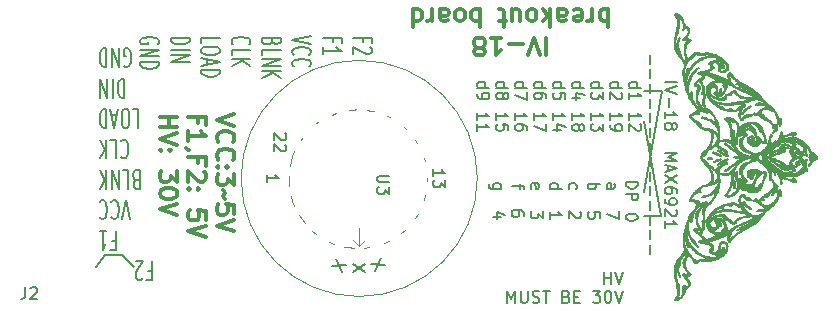
<source format=gbr>
%TF.GenerationSoftware,KiCad,Pcbnew,(6.0.6-0)*%
%TF.CreationDate,2022-07-18T23:30:02+08:00*%
%TF.ProjectId,VFD,5646442e-6b69-4636-9164-5f7063625858,rev?*%
%TF.SameCoordinates,Original*%
%TF.FileFunction,Legend,Top*%
%TF.FilePolarity,Positive*%
%FSLAX46Y46*%
G04 Gerber Fmt 4.6, Leading zero omitted, Abs format (unit mm)*
G04 Created by KiCad (PCBNEW (6.0.6-0)) date 2022-07-18 23:30:02*
%MOMM*%
%LPD*%
G01*
G04 APERTURE LIST*
%ADD10C,0.150000*%
%ADD11C,0.200000*%
%ADD12C,0.300000*%
%ADD13C,0.100000*%
%ADD14C,0.120000*%
G04 APERTURE END LIST*
D10*
G36*
X160394581Y-86623571D02*
G01*
X160425286Y-86633807D01*
X160480435Y-86658243D01*
X160535193Y-86696069D01*
X160607465Y-86740308D01*
X160786685Y-86840693D01*
X161158823Y-87037700D01*
X161280301Y-87104967D01*
X161309265Y-87124366D01*
X161313850Y-87129707D01*
X161311092Y-87131834D01*
X161281316Y-87125534D01*
X161215474Y-87103629D01*
X160957731Y-87005665D01*
X160941271Y-86998156D01*
X160909917Y-86980703D01*
X160813756Y-86922875D01*
X160691729Y-86845977D01*
X160566318Y-86763801D01*
X160460003Y-86690144D01*
X160421032Y-86660821D01*
X160395264Y-86638803D01*
X160388209Y-86631071D01*
X160385511Y-86625809D01*
X160387518Y-86623237D01*
X160394581Y-86623571D01*
G37*
X160394581Y-86623571D02*
X160425286Y-86633807D01*
X160480435Y-86658243D01*
X160535193Y-86696069D01*
X160607465Y-86740308D01*
X160786685Y-86840693D01*
X161158823Y-87037700D01*
X161280301Y-87104967D01*
X161309265Y-87124366D01*
X161313850Y-87129707D01*
X161311092Y-87131834D01*
X161281316Y-87125534D01*
X161215474Y-87103629D01*
X160957731Y-87005665D01*
X160941271Y-86998156D01*
X160909917Y-86980703D01*
X160813756Y-86922875D01*
X160691729Y-86845977D01*
X160566318Y-86763801D01*
X160460003Y-86690144D01*
X160421032Y-86660821D01*
X160395264Y-86638803D01*
X160388209Y-86631071D01*
X160385511Y-86625809D01*
X160387518Y-86623237D01*
X160394581Y-86623571D01*
X155575000Y-92202000D02*
X154178000Y-84201000D01*
G36*
X157513094Y-76409988D02*
G01*
X157481314Y-76447398D01*
X157513915Y-76399333D01*
X157536875Y-76370352D01*
X157513094Y-76409988D01*
G37*
X157513094Y-76409988D02*
X157481314Y-76447398D01*
X157513915Y-76399333D01*
X157536875Y-76370352D01*
X157513094Y-76409988D01*
G36*
X166898984Y-86449744D02*
G01*
X166901952Y-86450288D01*
X166886498Y-86456183D01*
X166861286Y-86473560D01*
X166837694Y-86497329D01*
X166815791Y-86526730D01*
X166795640Y-86560988D01*
X166760861Y-86641030D01*
X166733887Y-86731315D01*
X166715245Y-86825711D01*
X166705468Y-86918087D01*
X166705079Y-87002306D01*
X166708569Y-87039442D01*
X166714607Y-87072237D01*
X166723256Y-87099925D01*
X166734582Y-87121745D01*
X166748653Y-87136922D01*
X166765534Y-87144693D01*
X166785291Y-87144292D01*
X166807987Y-87134953D01*
X166833694Y-87115906D01*
X166862474Y-87086386D01*
X166828635Y-87001026D01*
X166802018Y-86926084D01*
X166782134Y-86861747D01*
X166768495Y-86808194D01*
X166760611Y-86765612D01*
X166757991Y-86734186D01*
X166758504Y-86722714D01*
X166760147Y-86714102D01*
X166762862Y-86708368D01*
X166766588Y-86705539D01*
X166771263Y-86705637D01*
X166776827Y-86708684D01*
X166783218Y-86714703D01*
X166790374Y-86723719D01*
X166806737Y-86750832D01*
X166825430Y-86790205D01*
X166845961Y-86842019D01*
X166867841Y-86906466D01*
X166890582Y-86983724D01*
X166913694Y-87073979D01*
X166945960Y-87098755D01*
X166979295Y-87120230D01*
X167013432Y-87138554D01*
X167048110Y-87153869D01*
X167083066Y-87166320D01*
X167118031Y-87176057D01*
X167152745Y-87183222D01*
X167186945Y-87187962D01*
X167220369Y-87190421D01*
X167252749Y-87190749D01*
X167283823Y-87189088D01*
X167313327Y-87185588D01*
X167341000Y-87180389D01*
X167366576Y-87173640D01*
X167389792Y-87165489D01*
X167410384Y-87156076D01*
X167428088Y-87145553D01*
X167442641Y-87134062D01*
X167453781Y-87121749D01*
X167461243Y-87108758D01*
X167464761Y-87095242D01*
X167464075Y-87081338D01*
X167458921Y-87067198D01*
X167449033Y-87052964D01*
X167434148Y-87038786D01*
X167414005Y-87024805D01*
X167388336Y-87011170D01*
X167356882Y-86998025D01*
X167319376Y-86985516D01*
X167281015Y-86975250D01*
X167307206Y-86977036D01*
X167378973Y-86976442D01*
X167449425Y-86970292D01*
X167516519Y-86960656D01*
X167578207Y-86949600D01*
X167677174Y-86931528D01*
X167710362Y-86928647D01*
X167721987Y-86929650D01*
X167729957Y-86932631D01*
X167734019Y-86937843D01*
X167733913Y-86945551D01*
X167729388Y-86956006D01*
X167720184Y-86969475D01*
X167686720Y-87006477D01*
X167631479Y-87058624D01*
X167552411Y-87127988D01*
X167447473Y-87216638D01*
X167453987Y-87231895D01*
X167463171Y-87248703D01*
X167488310Y-87286178D01*
X167520417Y-87327464D01*
X167557021Y-87370960D01*
X167633824Y-87458179D01*
X167669082Y-87498702D01*
X167698946Y-87535033D01*
X167720943Y-87565572D01*
X167728220Y-87578167D01*
X167732604Y-87588714D01*
X167733786Y-87597014D01*
X167731456Y-87602863D01*
X167725306Y-87606063D01*
X167715026Y-87606417D01*
X167700306Y-87603722D01*
X167680841Y-87597775D01*
X167656318Y-87588383D01*
X167626429Y-87575337D01*
X167549320Y-87537503D01*
X167447042Y-87482669D01*
X167247646Y-87522753D01*
X167206770Y-87529203D01*
X167196815Y-87527987D01*
X167341672Y-87467493D01*
X167392934Y-87443714D01*
X167437765Y-87418574D01*
X167469943Y-87393120D01*
X167479342Y-87380605D01*
X167483243Y-87368405D01*
X167480867Y-87356651D01*
X167471440Y-87345475D01*
X167454177Y-87335013D01*
X167428307Y-87325389D01*
X167393048Y-87316735D01*
X167347623Y-87309186D01*
X167223160Y-87297927D01*
X167187363Y-87300073D01*
X167152864Y-87305090D01*
X167119697Y-87312680D01*
X167087906Y-87322537D01*
X167057521Y-87334364D01*
X167028586Y-87347852D01*
X167001135Y-87362705D01*
X166975204Y-87378622D01*
X166950834Y-87395297D01*
X166928061Y-87412429D01*
X166887457Y-87446860D01*
X166853693Y-87479496D01*
X166827063Y-87507931D01*
X166796421Y-87542522D01*
X166793691Y-87544768D01*
X166793007Y-87543846D01*
X166797933Y-87531311D01*
X166833990Y-87454987D01*
X166906998Y-87294225D01*
X166839914Y-87315506D01*
X166782300Y-87340441D01*
X166757586Y-87354780D01*
X166758648Y-87351629D01*
X166764401Y-87329599D01*
X166768318Y-87308054D01*
X166770446Y-87286866D01*
X166770830Y-87265914D01*
X166769518Y-87245072D01*
X166766552Y-87224219D01*
X166761983Y-87203226D01*
X166755850Y-87181978D01*
X166748204Y-87160341D01*
X166739091Y-87138197D01*
X166728555Y-87115417D01*
X166703398Y-87067472D01*
X166673099Y-87015507D01*
X166638029Y-86958538D01*
X166555036Y-86825604D01*
X166552650Y-86749143D01*
X166558123Y-86682583D01*
X166570792Y-86625418D01*
X166589991Y-86577138D01*
X166615057Y-86537235D01*
X166645326Y-86505200D01*
X166680132Y-86480524D01*
X166718813Y-86462699D01*
X166760701Y-86451219D01*
X166805136Y-86445571D01*
X166851452Y-86445249D01*
X166898984Y-86449744D01*
G37*
X166898984Y-86449744D02*
X166901952Y-86450288D01*
X166886498Y-86456183D01*
X166861286Y-86473560D01*
X166837694Y-86497329D01*
X166815791Y-86526730D01*
X166795640Y-86560988D01*
X166760861Y-86641030D01*
X166733887Y-86731315D01*
X166715245Y-86825711D01*
X166705468Y-86918087D01*
X166705079Y-87002306D01*
X166708569Y-87039442D01*
X166714607Y-87072237D01*
X166723256Y-87099925D01*
X166734582Y-87121745D01*
X166748653Y-87136922D01*
X166765534Y-87144693D01*
X166785291Y-87144292D01*
X166807987Y-87134953D01*
X166833694Y-87115906D01*
X166862474Y-87086386D01*
X166828635Y-87001026D01*
X166802018Y-86926084D01*
X166782134Y-86861747D01*
X166768495Y-86808194D01*
X166760611Y-86765612D01*
X166757991Y-86734186D01*
X166758504Y-86722714D01*
X166760147Y-86714102D01*
X166762862Y-86708368D01*
X166766588Y-86705539D01*
X166771263Y-86705637D01*
X166776827Y-86708684D01*
X166783218Y-86714703D01*
X166790374Y-86723719D01*
X166806737Y-86750832D01*
X166825430Y-86790205D01*
X166845961Y-86842019D01*
X166867841Y-86906466D01*
X166890582Y-86983724D01*
X166913694Y-87073979D01*
X166945960Y-87098755D01*
X166979295Y-87120230D01*
X167013432Y-87138554D01*
X167048110Y-87153869D01*
X167083066Y-87166320D01*
X167118031Y-87176057D01*
X167152745Y-87183222D01*
X167186945Y-87187962D01*
X167220369Y-87190421D01*
X167252749Y-87190749D01*
X167283823Y-87189088D01*
X167313327Y-87185588D01*
X167341000Y-87180389D01*
X167366576Y-87173640D01*
X167389792Y-87165489D01*
X167410384Y-87156076D01*
X167428088Y-87145553D01*
X167442641Y-87134062D01*
X167453781Y-87121749D01*
X167461243Y-87108758D01*
X167464761Y-87095242D01*
X167464075Y-87081338D01*
X167458921Y-87067198D01*
X167449033Y-87052964D01*
X167434148Y-87038786D01*
X167414005Y-87024805D01*
X167388336Y-87011170D01*
X167356882Y-86998025D01*
X167319376Y-86985516D01*
X167281015Y-86975250D01*
X167307206Y-86977036D01*
X167378973Y-86976442D01*
X167449425Y-86970292D01*
X167516519Y-86960656D01*
X167578207Y-86949600D01*
X167677174Y-86931528D01*
X167710362Y-86928647D01*
X167721987Y-86929650D01*
X167729957Y-86932631D01*
X167734019Y-86937843D01*
X167733913Y-86945551D01*
X167729388Y-86956006D01*
X167720184Y-86969475D01*
X167686720Y-87006477D01*
X167631479Y-87058624D01*
X167552411Y-87127988D01*
X167447473Y-87216638D01*
X167453987Y-87231895D01*
X167463171Y-87248703D01*
X167488310Y-87286178D01*
X167520417Y-87327464D01*
X167557021Y-87370960D01*
X167633824Y-87458179D01*
X167669082Y-87498702D01*
X167698946Y-87535033D01*
X167720943Y-87565572D01*
X167728220Y-87578167D01*
X167732604Y-87588714D01*
X167733786Y-87597014D01*
X167731456Y-87602863D01*
X167725306Y-87606063D01*
X167715026Y-87606417D01*
X167700306Y-87603722D01*
X167680841Y-87597775D01*
X167656318Y-87588383D01*
X167626429Y-87575337D01*
X167549320Y-87537503D01*
X167447042Y-87482669D01*
X167247646Y-87522753D01*
X167206770Y-87529203D01*
X167196815Y-87527987D01*
X167341672Y-87467493D01*
X167392934Y-87443714D01*
X167437765Y-87418574D01*
X167469943Y-87393120D01*
X167479342Y-87380605D01*
X167483243Y-87368405D01*
X167480867Y-87356651D01*
X167471440Y-87345475D01*
X167454177Y-87335013D01*
X167428307Y-87325389D01*
X167393048Y-87316735D01*
X167347623Y-87309186D01*
X167223160Y-87297927D01*
X167187363Y-87300073D01*
X167152864Y-87305090D01*
X167119697Y-87312680D01*
X167087906Y-87322537D01*
X167057521Y-87334364D01*
X167028586Y-87347852D01*
X167001135Y-87362705D01*
X166975204Y-87378622D01*
X166950834Y-87395297D01*
X166928061Y-87412429D01*
X166887457Y-87446860D01*
X166853693Y-87479496D01*
X166827063Y-87507931D01*
X166796421Y-87542522D01*
X166793691Y-87544768D01*
X166793007Y-87543846D01*
X166797933Y-87531311D01*
X166833990Y-87454987D01*
X166906998Y-87294225D01*
X166839914Y-87315506D01*
X166782300Y-87340441D01*
X166757586Y-87354780D01*
X166758648Y-87351629D01*
X166764401Y-87329599D01*
X166768318Y-87308054D01*
X166770446Y-87286866D01*
X166770830Y-87265914D01*
X166769518Y-87245072D01*
X166766552Y-87224219D01*
X166761983Y-87203226D01*
X166755850Y-87181978D01*
X166748204Y-87160341D01*
X166739091Y-87138197D01*
X166728555Y-87115417D01*
X166703398Y-87067472D01*
X166673099Y-87015507D01*
X166638029Y-86958538D01*
X166555036Y-86825604D01*
X166552650Y-86749143D01*
X166558123Y-86682583D01*
X166570792Y-86625418D01*
X166589991Y-86577138D01*
X166615057Y-86537235D01*
X166645326Y-86505200D01*
X166680132Y-86480524D01*
X166718813Y-86462699D01*
X166760701Y-86451219D01*
X166805136Y-86445571D01*
X166851452Y-86445249D01*
X166898984Y-86449744D01*
G36*
X166971197Y-86450098D02*
G01*
X167002232Y-86465971D01*
X167018382Y-86479009D01*
X166995044Y-86471151D01*
X166947071Y-86458546D01*
X166901952Y-86450288D01*
X166913265Y-86445970D01*
X166941519Y-86443687D01*
X166971197Y-86450098D01*
G37*
X166971197Y-86450098D02*
X167002232Y-86465971D01*
X167018382Y-86479009D01*
X166995044Y-86471151D01*
X166947071Y-86458546D01*
X166901952Y-86450288D01*
X166913265Y-86445970D01*
X166941519Y-86443687D01*
X166971197Y-86450098D01*
G36*
X166587378Y-88215255D02*
G01*
X166552635Y-88218835D01*
X166562533Y-88213546D01*
X166637844Y-88206679D01*
X166587378Y-88215255D01*
G37*
X166587378Y-88215255D02*
X166552635Y-88218835D01*
X166562533Y-88213546D01*
X166637844Y-88206679D01*
X166587378Y-88215255D01*
G36*
X168833571Y-87342774D02*
G01*
X168837700Y-87346777D01*
X168835907Y-87352926D01*
X168827693Y-87361241D01*
X168812562Y-87371739D01*
X168759543Y-87399361D01*
X168672871Y-87435928D01*
X168548557Y-87481583D01*
X168530524Y-87494843D01*
X168511138Y-87511565D01*
X168469066Y-87553894D01*
X168423884Y-87605565D01*
X168377127Y-87663583D01*
X168285037Y-87786649D01*
X168205094Y-87899094D01*
X168149597Y-87976909D01*
X168134859Y-87995330D01*
X168131415Y-87998107D01*
X168130842Y-87996091D01*
X168139090Y-87976197D01*
X168161132Y-87932642D01*
X168252758Y-87762559D01*
X168261129Y-87723763D01*
X168274537Y-87686727D01*
X168292485Y-87651469D01*
X168314478Y-87618007D01*
X168340013Y-87586359D01*
X168368595Y-87556539D01*
X168399724Y-87528568D01*
X168432903Y-87502462D01*
X168467632Y-87478238D01*
X168503417Y-87455916D01*
X168576147Y-87417047D01*
X168647110Y-87385996D01*
X168712320Y-87362901D01*
X168767792Y-87347902D01*
X168809536Y-87341150D01*
X168824017Y-87340905D01*
X168833571Y-87342774D01*
G37*
X168833571Y-87342774D02*
X168837700Y-87346777D01*
X168835907Y-87352926D01*
X168827693Y-87361241D01*
X168812562Y-87371739D01*
X168759543Y-87399361D01*
X168672871Y-87435928D01*
X168548557Y-87481583D01*
X168530524Y-87494843D01*
X168511138Y-87511565D01*
X168469066Y-87553894D01*
X168423884Y-87605565D01*
X168377127Y-87663583D01*
X168285037Y-87786649D01*
X168205094Y-87899094D01*
X168149597Y-87976909D01*
X168134859Y-87995330D01*
X168131415Y-87998107D01*
X168130842Y-87996091D01*
X168139090Y-87976197D01*
X168161132Y-87932642D01*
X168252758Y-87762559D01*
X168261129Y-87723763D01*
X168274537Y-87686727D01*
X168292485Y-87651469D01*
X168314478Y-87618007D01*
X168340013Y-87586359D01*
X168368595Y-87556539D01*
X168399724Y-87528568D01*
X168432903Y-87502462D01*
X168467632Y-87478238D01*
X168503417Y-87455916D01*
X168576147Y-87417047D01*
X168647110Y-87385996D01*
X168712320Y-87362901D01*
X168767792Y-87347902D01*
X168809536Y-87341150D01*
X168824017Y-87340905D01*
X168833571Y-87342774D01*
G36*
X158672176Y-78373087D02*
G01*
X158702844Y-78375286D01*
X158732694Y-78380213D01*
X158761607Y-78387914D01*
X158789459Y-78398438D01*
X158816127Y-78411829D01*
X158841488Y-78428134D01*
X158865421Y-78447399D01*
X158887801Y-78469675D01*
X158908507Y-78495002D01*
X158927415Y-78523431D01*
X159006286Y-78500027D01*
X159085963Y-78480824D01*
X159166325Y-78465733D01*
X159247249Y-78454658D01*
X159328615Y-78447505D01*
X159410298Y-78444187D01*
X159574130Y-78448668D01*
X159737769Y-78467362D01*
X159900234Y-78499525D01*
X160060546Y-78544422D01*
X160217729Y-78601304D01*
X160370806Y-78669431D01*
X160518794Y-78748066D01*
X160660719Y-78836464D01*
X160741025Y-78894468D01*
X160795598Y-78933887D01*
X160922457Y-79039589D01*
X161040316Y-79152831D01*
X161148198Y-79272869D01*
X161245122Y-79398965D01*
X161269772Y-79469773D01*
X161284977Y-79536644D01*
X161291381Y-79599521D01*
X161289634Y-79658353D01*
X161280379Y-79713088D01*
X161264265Y-79763672D01*
X161241937Y-79810054D01*
X161214042Y-79852184D01*
X161181229Y-79890001D01*
X161144140Y-79923461D01*
X161103426Y-79952505D01*
X161059731Y-79977085D01*
X161013703Y-79997144D01*
X160965990Y-80012631D01*
X160917233Y-80023497D01*
X160868085Y-80029685D01*
X160819189Y-80031142D01*
X160771193Y-80027815D01*
X160724744Y-80019656D01*
X160680486Y-80006610D01*
X160639068Y-79988621D01*
X160601136Y-79965641D01*
X160567337Y-79937612D01*
X160538318Y-79904489D01*
X160514724Y-79866210D01*
X160497205Y-79822730D01*
X160486401Y-79773995D01*
X160482966Y-79719947D01*
X160487542Y-79660538D01*
X160500776Y-79595715D01*
X160523317Y-79525427D01*
X160555810Y-79449616D01*
X160522597Y-79399037D01*
X160488274Y-79353809D01*
X160453073Y-79313758D01*
X160417223Y-79278725D01*
X160380954Y-79248537D01*
X160344494Y-79223029D01*
X160308075Y-79202031D01*
X160271924Y-79185380D01*
X160236273Y-79172904D01*
X160201352Y-79164437D01*
X160167391Y-79159812D01*
X160134616Y-79158862D01*
X160103262Y-79161419D01*
X160073553Y-79167314D01*
X160045722Y-79176384D01*
X160020001Y-79188456D01*
X159996614Y-79203369D01*
X159975796Y-79220949D01*
X159957771Y-79241036D01*
X159942775Y-79263453D01*
X159931033Y-79288040D01*
X159922779Y-79314627D01*
X159918239Y-79343045D01*
X159917643Y-79373131D01*
X159921221Y-79404716D01*
X159929206Y-79437629D01*
X159941823Y-79471705D01*
X159959305Y-79506780D01*
X159981878Y-79542681D01*
X160009776Y-79579244D01*
X160043226Y-79616300D01*
X160082459Y-79653682D01*
X160053450Y-79679862D01*
X160022576Y-79704681D01*
X159956505Y-79750507D01*
X159886790Y-79791702D01*
X159815976Y-79828809D01*
X159681202Y-79892946D01*
X159622328Y-79921065D01*
X159572520Y-79947271D01*
X159534317Y-79972117D01*
X159520361Y-79984199D01*
X159510261Y-79996142D01*
X159504335Y-80008017D01*
X159502897Y-80019891D01*
X159506268Y-80031833D01*
X159514763Y-80043910D01*
X159528701Y-80056193D01*
X159548401Y-80068745D01*
X159574179Y-80081637D01*
X159606355Y-80094934D01*
X159691164Y-80123030D01*
X159805372Y-80153569D01*
X160207732Y-80307490D01*
X160611996Y-80456300D01*
X161423050Y-80747042D01*
X161394050Y-80701353D01*
X161368928Y-80655866D01*
X161347546Y-80610806D01*
X161329767Y-80566387D01*
X161315456Y-80522832D01*
X161304475Y-80480361D01*
X161296687Y-80439194D01*
X161291954Y-80399551D01*
X161290142Y-80361650D01*
X161290449Y-80350300D01*
X161344035Y-80350300D01*
X161344422Y-80364544D01*
X161345442Y-80378835D01*
X161349267Y-80407459D01*
X161355299Y-80435966D01*
X161363318Y-80464152D01*
X161373104Y-80491814D01*
X161384444Y-80518744D01*
X161397117Y-80544746D01*
X161410907Y-80569609D01*
X161425595Y-80593135D01*
X161425572Y-80593134D01*
X161436736Y-80684273D01*
X161455052Y-80768890D01*
X161480152Y-80847335D01*
X161511662Y-80919962D01*
X161549207Y-80987122D01*
X161592418Y-81049164D01*
X161640918Y-81106446D01*
X161694335Y-81159317D01*
X161752298Y-81208129D01*
X161814432Y-81253234D01*
X161880363Y-81294985D01*
X161949724Y-81333729D01*
X162022133Y-81369827D01*
X162097225Y-81403626D01*
X162253950Y-81465739D01*
X162913435Y-81692666D01*
X163071532Y-81758101D01*
X163147511Y-81794060D01*
X163220948Y-81832652D01*
X163291470Y-81874226D01*
X163358703Y-81919135D01*
X163422276Y-81967730D01*
X163481812Y-82020366D01*
X163602323Y-82096692D01*
X163679992Y-82139502D01*
X163704100Y-82149563D01*
X163719096Y-82152718D01*
X163725523Y-82149454D01*
X163723912Y-82140263D01*
X163714798Y-82125634D01*
X163698716Y-82106061D01*
X163647787Y-82054034D01*
X163575398Y-81988108D01*
X163485830Y-81912206D01*
X163383357Y-81830251D01*
X163272257Y-81746166D01*
X163156808Y-81663877D01*
X163041284Y-81587305D01*
X162929963Y-81520378D01*
X162827126Y-81467011D01*
X162780221Y-81446643D01*
X162737043Y-81431136D01*
X162698122Y-81420983D01*
X162663995Y-81416673D01*
X162585278Y-81384448D01*
X162501203Y-81344741D01*
X162414595Y-81299694D01*
X162328283Y-81251451D01*
X162167863Y-81153950D01*
X162042569Y-81069377D01*
X162000165Y-81037297D01*
X161975026Y-81014876D01*
X161969815Y-81007960D01*
X161969982Y-81004263D01*
X161975878Y-81004054D01*
X161987861Y-81007596D01*
X162031488Y-81027021D01*
X162103696Y-81064679D01*
X162207312Y-81122712D01*
X162345162Y-81203265D01*
X162401056Y-81208039D01*
X162459058Y-81218854D01*
X162518934Y-81235279D01*
X162580448Y-81256872D01*
X162643371Y-81283199D01*
X162707467Y-81313826D01*
X162838240Y-81386232D01*
X162970905Y-81470596D01*
X163103596Y-81563436D01*
X163234440Y-81661259D01*
X163361569Y-81760582D01*
X163597218Y-81949764D01*
X163795599Y-82103077D01*
X163876142Y-82157563D01*
X163941765Y-82192620D01*
X163968396Y-82201771D01*
X163990598Y-82204754D01*
X164008136Y-82201138D01*
X164020775Y-82190484D01*
X163955144Y-82107523D01*
X163886063Y-82028779D01*
X163813779Y-81953961D01*
X163738534Y-81882772D01*
X163580144Y-81750107D01*
X163412839Y-81628436D01*
X163238577Y-81515405D01*
X163059302Y-81408667D01*
X162693530Y-81204659D01*
X162510933Y-81102688D01*
X162331132Y-80997605D01*
X162156077Y-80887057D01*
X161987721Y-80768695D01*
X161828013Y-80640169D01*
X161752013Y-80571356D01*
X161678906Y-80499124D01*
X161608936Y-80423174D01*
X161542350Y-80343211D01*
X161479389Y-80258945D01*
X161420296Y-80170083D01*
X161408968Y-80180994D01*
X161398655Y-80192306D01*
X161389325Y-80204002D01*
X161380958Y-80216044D01*
X161373521Y-80228417D01*
X161366988Y-80241094D01*
X161361335Y-80254043D01*
X161356528Y-80267245D01*
X161352549Y-80280672D01*
X161349362Y-80294301D01*
X161346945Y-80308103D01*
X161345270Y-80322053D01*
X161344310Y-80336127D01*
X161344035Y-80350300D01*
X161290449Y-80350300D01*
X161291113Y-80325713D01*
X161294729Y-80291959D01*
X161300857Y-80260604D01*
X161309355Y-80231875D01*
X161320087Y-80205988D01*
X161332919Y-80183165D01*
X161347712Y-80163625D01*
X161364330Y-80147586D01*
X161382636Y-80135269D01*
X161402494Y-80126895D01*
X161420297Y-80123370D01*
X161423768Y-80122680D01*
X161446315Y-80122852D01*
X161470007Y-80127623D01*
X161494700Y-80137217D01*
X161520262Y-80151854D01*
X161546552Y-80171748D01*
X161573437Y-80197126D01*
X161600778Y-80228205D01*
X161628439Y-80265207D01*
X161656281Y-80308351D01*
X161684171Y-80357854D01*
X161711971Y-80413937D01*
X161739541Y-80476825D01*
X161892758Y-80607768D01*
X162053452Y-80729493D01*
X162220180Y-80843741D01*
X162391500Y-80952254D01*
X163093863Y-81363779D01*
X163266511Y-81469735D01*
X163435103Y-81580405D01*
X163598193Y-81697531D01*
X163754338Y-81822850D01*
X163902099Y-81958105D01*
X163972384Y-82030004D01*
X164040032Y-82105039D01*
X164104863Y-82183429D01*
X164166695Y-82265393D01*
X164225352Y-82351146D01*
X164280648Y-82440907D01*
X164370594Y-82539099D01*
X164465160Y-82632431D01*
X164410364Y-82596928D01*
X164301247Y-82532191D01*
X164225292Y-82483271D01*
X164150177Y-82442050D01*
X164075836Y-82408103D01*
X164002200Y-82381013D01*
X163929199Y-82360360D01*
X163856762Y-82345726D01*
X163784825Y-82336691D01*
X163713315Y-82332838D01*
X163642166Y-82333745D01*
X163571309Y-82338997D01*
X163500674Y-82348173D01*
X163430193Y-82360854D01*
X163289416Y-82395057D01*
X163148432Y-82438252D01*
X162863627Y-82538228D01*
X162718714Y-82588298D01*
X162571385Y-82633960D01*
X162421097Y-82671865D01*
X162344670Y-82686859D01*
X162267297Y-82698655D01*
X162188909Y-82706836D01*
X162109436Y-82710981D01*
X162028811Y-82710673D01*
X161946965Y-82705493D01*
X161881197Y-82728356D01*
X161812905Y-82747618D01*
X161669725Y-82775940D01*
X161519388Y-82791653D01*
X161363852Y-82795950D01*
X161205075Y-82790032D01*
X161045022Y-82775090D01*
X160885649Y-82752321D01*
X160728918Y-82722918D01*
X160576790Y-82688080D01*
X160431221Y-82649004D01*
X160294176Y-82606880D01*
X160167613Y-82562906D01*
X160053488Y-82518282D01*
X159953768Y-82474195D01*
X159870409Y-82431847D01*
X159805371Y-82392434D01*
X159838741Y-82440696D01*
X159874250Y-82486046D01*
X159911723Y-82528644D01*
X159950985Y-82568647D01*
X159991863Y-82606211D01*
X160034186Y-82641490D01*
X160077776Y-82674638D01*
X160122459Y-82705821D01*
X160214406Y-82762902D01*
X160308640Y-82813978D01*
X160403761Y-82860306D01*
X160498380Y-82903139D01*
X160680530Y-82983325D01*
X160765275Y-83023185D01*
X160843942Y-83064558D01*
X160915134Y-83108700D01*
X160947494Y-83132199D01*
X160977461Y-83156860D01*
X161004866Y-83182839D01*
X161029529Y-83210297D01*
X161051280Y-83239382D01*
X161054774Y-83245158D01*
X161053304Y-83244798D01*
X160937619Y-83209947D01*
X160819959Y-83167960D01*
X160701333Y-83118915D01*
X160582753Y-83062885D01*
X160465227Y-82999949D01*
X160349764Y-82930179D01*
X160237379Y-82853652D01*
X160129076Y-82770442D01*
X160025869Y-82680624D01*
X159928767Y-82584275D01*
X159838781Y-82481466D01*
X159756919Y-82372273D01*
X159719351Y-82315306D01*
X159684191Y-82256774D01*
X159651570Y-82196682D01*
X159621610Y-82135043D01*
X159569092Y-82028412D01*
X159528330Y-81925089D01*
X159498825Y-81825212D01*
X159480078Y-81728923D01*
X159474923Y-81672696D01*
X159563205Y-81672696D01*
X159588735Y-81825749D01*
X159652974Y-81994601D01*
X159653020Y-81994594D01*
X159677487Y-82062921D01*
X159707195Y-82126988D01*
X159741888Y-82186911D01*
X159781307Y-82242810D01*
X159825198Y-82294807D01*
X159873306Y-82343016D01*
X159925370Y-82387561D01*
X159981138Y-82428556D01*
X160040350Y-82466128D01*
X160102752Y-82500389D01*
X160168088Y-82531460D01*
X160236099Y-82559464D01*
X160306531Y-82584515D01*
X160379127Y-82606736D01*
X160453631Y-82626245D01*
X160529785Y-82643160D01*
X160686023Y-82669687D01*
X160845788Y-82687276D01*
X161007030Y-82696875D01*
X161167696Y-82699441D01*
X161325735Y-82695930D01*
X161479101Y-82687288D01*
X161625735Y-82674478D01*
X161763592Y-82658448D01*
X161940558Y-82631475D01*
X162198754Y-82597474D01*
X162488700Y-82556364D01*
X162760917Y-82508061D01*
X162874913Y-82481186D01*
X162965920Y-82452487D01*
X163027755Y-82421947D01*
X163045797Y-82405987D01*
X163054228Y-82389562D01*
X163052272Y-82372673D01*
X163039158Y-82355316D01*
X163014111Y-82337496D01*
X162976361Y-82319204D01*
X162859645Y-82281216D01*
X162682831Y-82241338D01*
X162630767Y-82248584D01*
X162579061Y-82248860D01*
X162527783Y-82242763D01*
X162477003Y-82230896D01*
X162426792Y-82213865D01*
X162377221Y-82192268D01*
X162328358Y-82166713D01*
X162280272Y-82137800D01*
X162186725Y-82072308D01*
X162097133Y-82000616D01*
X161932074Y-81857916D01*
X161857730Y-81796545D01*
X161789592Y-81748261D01*
X161758025Y-81730531D01*
X161728218Y-81717882D01*
X161700249Y-81710908D01*
X161674176Y-81710225D01*
X161650079Y-81716425D01*
X161628025Y-81730112D01*
X161608083Y-81751895D01*
X161590323Y-81782371D01*
X161574817Y-81822144D01*
X161561637Y-81871814D01*
X161550848Y-81931990D01*
X161542522Y-82003268D01*
X161495888Y-81982060D01*
X161452349Y-81964738D01*
X161411808Y-81951113D01*
X161374170Y-81940994D01*
X161339341Y-81934191D01*
X161307225Y-81930508D01*
X161277728Y-81929755D01*
X161250751Y-81931742D01*
X161226199Y-81936276D01*
X161203980Y-81943166D01*
X161183995Y-81952220D01*
X161166151Y-81963247D01*
X161150350Y-81976054D01*
X161136497Y-81990453D01*
X161124499Y-82006244D01*
X161114258Y-82023247D01*
X161105682Y-82041259D01*
X161098668Y-82060098D01*
X161093130Y-82079563D01*
X161088966Y-82099472D01*
X161086081Y-82119627D01*
X161084384Y-82139835D01*
X161084159Y-82179660D01*
X161087529Y-82217406D01*
X161093728Y-82251545D01*
X161101994Y-82280540D01*
X161111561Y-82302863D01*
X161051880Y-82325848D01*
X160991045Y-82343878D01*
X160929247Y-82357166D01*
X160866673Y-82365937D01*
X160803512Y-82370410D01*
X160739950Y-82370805D01*
X160676177Y-82367345D01*
X160612380Y-82360250D01*
X160548749Y-82349737D01*
X160485468Y-82336032D01*
X160360720Y-82299918D01*
X160239641Y-82253668D01*
X160123730Y-82199056D01*
X160014497Y-82137840D01*
X159913446Y-82071786D01*
X159822080Y-82002659D01*
X159741905Y-81932225D01*
X159674426Y-81862246D01*
X159621146Y-81794489D01*
X159583571Y-81730716D01*
X159571141Y-81700878D01*
X159563205Y-81672696D01*
X159474923Y-81672696D01*
X159471591Y-81636358D01*
X159472867Y-81547660D01*
X159483407Y-81462964D01*
X159502714Y-81382411D01*
X159528281Y-81311682D01*
X159752389Y-81311682D01*
X159836261Y-81264280D01*
X159912479Y-81226630D01*
X159981375Y-81198176D01*
X160043285Y-81178363D01*
X160098536Y-81166639D01*
X160147470Y-81162451D01*
X160190417Y-81165239D01*
X160227711Y-81174450D01*
X160259686Y-81189531D01*
X160286672Y-81209924D01*
X160309010Y-81235082D01*
X160327030Y-81264439D01*
X160341062Y-81297454D01*
X160351445Y-81333559D01*
X160358509Y-81372210D01*
X160362591Y-81412844D01*
X160362908Y-81462319D01*
X160370544Y-81483136D01*
X160376386Y-81517726D01*
X160375357Y-81553589D01*
X160366852Y-81590420D01*
X160350270Y-81627919D01*
X160348753Y-81630193D01*
X160343108Y-81667321D01*
X160327869Y-81742901D01*
X160294389Y-81880648D01*
X160334379Y-81882728D01*
X160371293Y-81878874D01*
X160405254Y-81869630D01*
X160436381Y-81855547D01*
X160464799Y-81837170D01*
X160490624Y-81815056D01*
X160513979Y-81789750D01*
X160534985Y-81761805D01*
X160553764Y-81731765D01*
X160570435Y-81700183D01*
X160597943Y-81634586D01*
X160618474Y-81569416D01*
X160632995Y-81509060D01*
X160650364Y-81403741D01*
X160648165Y-81494276D01*
X160649034Y-81727160D01*
X160575972Y-81787508D01*
X160517472Y-81840212D01*
X160472592Y-81885534D01*
X160440390Y-81923736D01*
X160419925Y-81955075D01*
X160410260Y-81979812D01*
X160410449Y-81998205D01*
X160419554Y-82010521D01*
X160436635Y-82017010D01*
X160460749Y-82017935D01*
X160490956Y-82013560D01*
X160526316Y-82004138D01*
X160608728Y-81971209D01*
X160700460Y-81921222D01*
X160793985Y-81856258D01*
X160839068Y-81818806D01*
X160881774Y-81778393D01*
X160921168Y-81735271D01*
X160956305Y-81689706D01*
X160986243Y-81641956D01*
X161010045Y-81592280D01*
X161026769Y-81540937D01*
X161035473Y-81488188D01*
X161035218Y-81434291D01*
X161025062Y-81379507D01*
X161004062Y-81324097D01*
X160971280Y-81268322D01*
X160925774Y-81212438D01*
X160866605Y-81156707D01*
X160862397Y-81153397D01*
X160862924Y-81151203D01*
X160876463Y-81149734D01*
X160941464Y-81155405D01*
X161126959Y-81176821D01*
X161164860Y-81179191D01*
X161192500Y-81178626D01*
X161201397Y-81176971D01*
X161206443Y-81174256D01*
X161207205Y-81170371D01*
X161203255Y-81165209D01*
X161194164Y-81158659D01*
X161179504Y-81150611D01*
X161131750Y-81129599D01*
X161056563Y-81101292D01*
X160950507Y-81064824D01*
X160921871Y-81021667D01*
X160888919Y-80983823D01*
X160852039Y-80951055D01*
X160811619Y-80923126D01*
X160768051Y-80899793D01*
X160721723Y-80880822D01*
X160673022Y-80865976D01*
X160622342Y-80855010D01*
X160570069Y-80847694D01*
X160516596Y-80843783D01*
X160462306Y-80843042D01*
X160407596Y-80845234D01*
X160298461Y-80857456D01*
X160192307Y-80878540D01*
X160092247Y-80906586D01*
X160001394Y-80939685D01*
X159922868Y-80975929D01*
X159859783Y-81013412D01*
X159835007Y-81032021D01*
X159815254Y-81050228D01*
X159800922Y-81067791D01*
X159792399Y-81084470D01*
X159790071Y-81100032D01*
X159794327Y-81114237D01*
X159805561Y-81126842D01*
X159824160Y-81137615D01*
X160013289Y-81077900D01*
X160076775Y-81059412D01*
X160121558Y-81047966D01*
X160149160Y-81043152D01*
X160156991Y-81043104D01*
X160161096Y-81044561D01*
X160161663Y-81047475D01*
X160158880Y-81051793D01*
X160144032Y-81064438D01*
X160118068Y-81082087D01*
X160082500Y-81104340D01*
X159988628Y-81161015D01*
X159874547Y-81231214D01*
X159813719Y-81270367D01*
X159752389Y-81311682D01*
X159528281Y-81311682D01*
X159530283Y-81306144D01*
X159563204Y-81239217D01*
X159565625Y-81234296D01*
X159608233Y-81167012D01*
X159657614Y-81104430D01*
X159713266Y-81046688D01*
X159774694Y-80993925D01*
X159841398Y-80946282D01*
X159912881Y-80903896D01*
X159988641Y-80866911D01*
X160068182Y-80835463D01*
X160151007Y-80809689D01*
X160236613Y-80789735D01*
X160324506Y-80775735D01*
X160414186Y-80767830D01*
X160462307Y-80766946D01*
X160505154Y-80766159D01*
X160596914Y-80770861D01*
X160688962Y-80782078D01*
X160780806Y-80799946D01*
X160853403Y-80819591D01*
X160931536Y-80852016D01*
X161085968Y-80921076D01*
X161161184Y-80956730D01*
X161219473Y-80993958D01*
X161299607Y-81054671D01*
X161217064Y-81218434D01*
X161115552Y-81429960D01*
X161057776Y-81543104D01*
X160995376Y-81655547D01*
X160928381Y-81763081D01*
X160856836Y-81861494D01*
X160819371Y-81905960D01*
X160780777Y-81946567D01*
X160741067Y-81982789D01*
X160700244Y-82014095D01*
X160658309Y-82039962D01*
X160615270Y-82059860D01*
X160571132Y-82073265D01*
X160525898Y-82079652D01*
X160479574Y-82078489D01*
X160432165Y-82069255D01*
X160383674Y-82051420D01*
X160334105Y-82024461D01*
X160283467Y-81987847D01*
X160231762Y-81941052D01*
X160178993Y-81883554D01*
X160125169Y-81814822D01*
X160191154Y-81778524D01*
X160246056Y-81741384D01*
X160290475Y-81703703D01*
X160325013Y-81665779D01*
X160348753Y-81630193D01*
X160355752Y-81584164D01*
X160363137Y-81497859D01*
X160362908Y-81462319D01*
X160358432Y-81450115D01*
X160340652Y-81418968D01*
X160317805Y-81389997D01*
X160290494Y-81363504D01*
X160259320Y-81339791D01*
X160224883Y-81319162D01*
X160187788Y-81301915D01*
X160148637Y-81288354D01*
X160108026Y-81278785D01*
X160066565Y-81273502D01*
X160024850Y-81272815D01*
X159983486Y-81277020D01*
X159943073Y-81286422D01*
X159904214Y-81301323D01*
X159867509Y-81322026D01*
X159833562Y-81348830D01*
X159802973Y-81382036D01*
X159776346Y-81421954D01*
X159754280Y-81468876D01*
X159737381Y-81523111D01*
X159726247Y-81584958D01*
X159721480Y-81654722D01*
X159723684Y-81732699D01*
X159742759Y-81788684D01*
X159767835Y-81841843D01*
X159798459Y-81892137D01*
X159834181Y-81939525D01*
X159874549Y-81983968D01*
X159919109Y-82025424D01*
X159967410Y-82063854D01*
X160019001Y-82099222D01*
X160073430Y-82131483D01*
X160130242Y-82160601D01*
X160188990Y-82186532D01*
X160249217Y-82209240D01*
X160310474Y-82228682D01*
X160372308Y-82244820D01*
X160434268Y-82257613D01*
X160495901Y-82267021D01*
X160556756Y-82273005D01*
X160616380Y-82275525D01*
X160674322Y-82274540D01*
X160730130Y-82270009D01*
X160783350Y-82261896D01*
X160833533Y-82250161D01*
X160880225Y-82234759D01*
X160922974Y-82215654D01*
X160961329Y-82192805D01*
X160994837Y-82166175D01*
X161023047Y-82135719D01*
X161045510Y-82101398D01*
X161061767Y-82063175D01*
X161071369Y-82021011D01*
X161073866Y-81974860D01*
X161068808Y-81924687D01*
X161118121Y-81931010D01*
X161164905Y-81932323D01*
X161209298Y-81929086D01*
X161251437Y-81921769D01*
X161291460Y-81910832D01*
X161329501Y-81896741D01*
X161365698Y-81879960D01*
X161400190Y-81860954D01*
X161433110Y-81840189D01*
X161464596Y-81818127D01*
X161523818Y-81771974D01*
X161631077Y-81684551D01*
X161656361Y-81666423D01*
X161681306Y-81650715D01*
X161706047Y-81637893D01*
X161730725Y-81628417D01*
X161755473Y-81622755D01*
X161780428Y-81621373D01*
X161805730Y-81624730D01*
X161831513Y-81633298D01*
X161857914Y-81647535D01*
X161885071Y-81667908D01*
X161913122Y-81694880D01*
X161942199Y-81728920D01*
X161972443Y-81770487D01*
X162003989Y-81820048D01*
X162036974Y-81878068D01*
X162071539Y-81945008D01*
X162114899Y-81979033D01*
X162165720Y-82011096D01*
X162286459Y-82069164D01*
X162427181Y-82118881D01*
X162581315Y-82159911D01*
X162742289Y-82191919D01*
X162903530Y-82214572D01*
X163058464Y-82227539D01*
X163200522Y-82230480D01*
X163323130Y-82223063D01*
X163419716Y-82204954D01*
X163456196Y-82191786D01*
X163483708Y-82175819D01*
X163501426Y-82157013D01*
X163508533Y-82135322D01*
X163504204Y-82110708D01*
X163487618Y-82083133D01*
X163457955Y-82052548D01*
X163414393Y-82018913D01*
X163356110Y-81982188D01*
X163282286Y-81942328D01*
X163084722Y-81853049D01*
X162921654Y-81798651D01*
X162761536Y-81738611D01*
X162603986Y-81673689D01*
X162448624Y-81604630D01*
X162142939Y-81457112D01*
X161841434Y-81302079D01*
X161541064Y-81145542D01*
X161238779Y-80993517D01*
X161161184Y-80956730D01*
X161136140Y-80940737D01*
X161050109Y-80894864D01*
X160961877Y-80856201D01*
X160871944Y-80824608D01*
X160853403Y-80819591D01*
X160775102Y-80787094D01*
X160616284Y-80727060D01*
X160566540Y-80721118D01*
X160514459Y-80710695D01*
X160404369Y-80678207D01*
X160288187Y-80633212D01*
X160168088Y-80579324D01*
X159691997Y-80347186D01*
X159584920Y-80303086D01*
X159486969Y-80271791D01*
X159442094Y-80262077D01*
X159400315Y-80256923D01*
X159361905Y-80256776D01*
X159327136Y-80262092D01*
X159296278Y-80273321D01*
X159269602Y-80290919D01*
X159247382Y-80315334D01*
X159229891Y-80347016D01*
X159217395Y-80386424D01*
X159214018Y-80408671D01*
X159195044Y-80379279D01*
X159171885Y-80349665D01*
X159146894Y-80322774D01*
X159120409Y-80298439D01*
X159092767Y-80276488D01*
X159064307Y-80256753D01*
X159035366Y-80239066D01*
X158977396Y-80209148D01*
X158921560Y-80185383D01*
X158827115Y-80150866D01*
X158793912Y-80137404D01*
X158782001Y-80131026D01*
X158773665Y-80124661D01*
X158769243Y-80118137D01*
X158769076Y-80111281D01*
X158773497Y-80103929D01*
X158782848Y-80095909D01*
X158797467Y-80087051D01*
X158813094Y-80079427D01*
X159159651Y-80079427D01*
X159316206Y-80155638D01*
X160464354Y-80611994D01*
X160762976Y-80718752D01*
X160895584Y-80759947D01*
X161012582Y-80790336D01*
X161110620Y-80807898D01*
X161186344Y-80810621D01*
X161214791Y-80805787D01*
X161236403Y-80796486D01*
X161250759Y-80782470D01*
X161257440Y-80763484D01*
X161131570Y-80727785D01*
X160998324Y-80683851D01*
X160715423Y-80577529D01*
X160124058Y-80334846D01*
X159838490Y-80223494D01*
X159703247Y-80175784D01*
X159574934Y-80135471D01*
X159454988Y-80104115D01*
X159344837Y-80083280D01*
X159245915Y-80074529D01*
X159201111Y-80075175D01*
X159159651Y-80079427D01*
X158813094Y-80079427D01*
X158817690Y-80077185D01*
X158876303Y-80053753D01*
X158961391Y-80024259D01*
X159075662Y-79987340D01*
X159152902Y-79987599D01*
X159226050Y-79984391D01*
X159245915Y-79982530D01*
X159295134Y-79977920D01*
X159360177Y-79968393D01*
X159421207Y-79956010D01*
X159478249Y-79940976D01*
X159531330Y-79923495D01*
X159580473Y-79903775D01*
X159625705Y-79882016D01*
X159667053Y-79858423D01*
X159704543Y-79833199D01*
X159738198Y-79806552D01*
X159768047Y-79778683D01*
X159794113Y-79749796D01*
X159816425Y-79720094D01*
X159835005Y-79689787D01*
X159849881Y-79659073D01*
X159861080Y-79628158D01*
X159868625Y-79597246D01*
X159872544Y-79566542D01*
X159872860Y-79536252D01*
X159869603Y-79506575D01*
X159862794Y-79477719D01*
X159852464Y-79449885D01*
X159838634Y-79423281D01*
X159821334Y-79398109D01*
X159800584Y-79374575D01*
X159776416Y-79352881D01*
X159748852Y-79333230D01*
X159717919Y-79315829D01*
X159683644Y-79300878D01*
X159646050Y-79288588D01*
X159668152Y-79266231D01*
X159695087Y-79244746D01*
X159726405Y-79224095D01*
X159761651Y-79204247D01*
X159842104Y-79166841D01*
X159932822Y-79132266D01*
X159987114Y-79114419D01*
X160344108Y-79114419D01*
X160349365Y-79137771D01*
X160362385Y-79165575D01*
X160383806Y-79197912D01*
X160414279Y-79234850D01*
X160454448Y-79276465D01*
X160504955Y-79322835D01*
X160566449Y-79374032D01*
X160639574Y-79430129D01*
X160681165Y-79599175D01*
X160681158Y-79599176D01*
X160647149Y-79676022D01*
X160623618Y-79743563D01*
X160609801Y-79802157D01*
X160604934Y-79852158D01*
X160608253Y-79893929D01*
X160618995Y-79927824D01*
X160636397Y-79954200D01*
X160659692Y-79973419D01*
X160688120Y-79985831D01*
X160720914Y-79991801D01*
X160757315Y-79991680D01*
X160796552Y-79985829D01*
X160837866Y-79974606D01*
X160880495Y-79958366D01*
X160923670Y-79937470D01*
X160966633Y-79912269D01*
X161008616Y-79883124D01*
X161048856Y-79850396D01*
X161086591Y-79814438D01*
X161121057Y-79775605D01*
X161151487Y-79734263D01*
X161177123Y-79690760D01*
X161197194Y-79645459D01*
X161210942Y-79598719D01*
X161217600Y-79550892D01*
X161216408Y-79502338D01*
X161206599Y-79453413D01*
X161187409Y-79404478D01*
X161158077Y-79355886D01*
X161117837Y-79307998D01*
X161065926Y-79261170D01*
X161001582Y-79215756D01*
X160887659Y-79122969D01*
X160843590Y-79090572D01*
X160807419Y-79066779D01*
X160778616Y-79051057D01*
X160756660Y-79042855D01*
X160741024Y-79041638D01*
X160731184Y-79046861D01*
X160726614Y-79057983D01*
X160726789Y-79074462D01*
X160731185Y-79095757D01*
X160739279Y-79121324D01*
X160764448Y-79183116D01*
X160798098Y-79255505D01*
X160874049Y-79414725D01*
X160907947Y-79492887D01*
X160933527Y-79564313D01*
X160941885Y-79596144D01*
X160946588Y-79624664D01*
X160947113Y-79649331D01*
X160942933Y-79669604D01*
X160933523Y-79684941D01*
X160918359Y-79694801D01*
X160896916Y-79698641D01*
X160868669Y-79695918D01*
X160881215Y-79634789D01*
X160886039Y-79576318D01*
X160883787Y-79520582D01*
X160875103Y-79467658D01*
X160860629Y-79417622D01*
X160841016Y-79370541D01*
X160816904Y-79326498D01*
X160788942Y-79285563D01*
X160757775Y-79247810D01*
X160724042Y-79213319D01*
X160688395Y-79182160D01*
X160651477Y-79154409D01*
X160613933Y-79130141D01*
X160576407Y-79109429D01*
X160539545Y-79092351D01*
X160503994Y-79078979D01*
X160470394Y-79069389D01*
X160439396Y-79063655D01*
X160411641Y-79061853D01*
X160387776Y-79064055D01*
X160368443Y-79070339D01*
X160354293Y-79080777D01*
X160345967Y-79095444D01*
X160344108Y-79114419D01*
X159987114Y-79114419D01*
X160030171Y-79100265D01*
X160130520Y-79070583D01*
X160325684Y-79017154D01*
X160489264Y-78969921D01*
X160550129Y-78947989D01*
X160592205Y-78926835D01*
X160605060Y-78916471D01*
X160611857Y-78906204D01*
X160612140Y-78896004D01*
X160605454Y-78885840D01*
X160591349Y-78875678D01*
X160569368Y-78865486D01*
X160499959Y-78844888D01*
X160365040Y-78804379D01*
X160229625Y-78775241D01*
X160094094Y-78757090D01*
X159958814Y-78749550D01*
X159824157Y-78752249D01*
X159690496Y-78764800D01*
X159558202Y-78786829D01*
X159427646Y-78817961D01*
X159299203Y-78857814D01*
X159173240Y-78906014D01*
X159050130Y-78962181D01*
X158930246Y-79025940D01*
X158813958Y-79096910D01*
X158701640Y-79174716D01*
X158593662Y-79258976D01*
X158490395Y-79349318D01*
X158392212Y-79445362D01*
X158299483Y-79546728D01*
X158212582Y-79653044D01*
X158131879Y-79763926D01*
X158057747Y-79879000D01*
X157990556Y-79997886D01*
X157930680Y-80120207D01*
X157878486Y-80245589D01*
X157834352Y-80373647D01*
X157798644Y-80504012D01*
X157771736Y-80636299D01*
X157754001Y-80770134D01*
X157745810Y-80905137D01*
X157747532Y-81040933D01*
X157759541Y-81177144D01*
X157782209Y-81313390D01*
X157782209Y-81313392D01*
X157802219Y-81204328D01*
X157831912Y-81088535D01*
X157870433Y-80967607D01*
X157916924Y-80843130D01*
X157970530Y-80716692D01*
X158030398Y-80589878D01*
X158095671Y-80464276D01*
X158165491Y-80341478D01*
X158239005Y-80223068D01*
X158315357Y-80110633D01*
X158393692Y-80005764D01*
X158473150Y-79910049D01*
X158552881Y-79825072D01*
X158632027Y-79752423D01*
X158709733Y-79693689D01*
X158747779Y-79670034D01*
X158785143Y-79650456D01*
X158650408Y-79775664D01*
X158522328Y-79914132D01*
X158402259Y-80064217D01*
X158291552Y-80224273D01*
X158191564Y-80392655D01*
X158103645Y-80567721D01*
X158029150Y-80747828D01*
X157997361Y-80839254D01*
X157969433Y-80931329D01*
X157945541Y-81023837D01*
X157925849Y-81116578D01*
X157910528Y-81209348D01*
X157899749Y-81301936D01*
X157893679Y-81394140D01*
X157892489Y-81485755D01*
X157896346Y-81576574D01*
X157905421Y-81666392D01*
X157919882Y-81755002D01*
X157939899Y-81842203D01*
X157965644Y-81927782D01*
X157997279Y-82011541D01*
X158034979Y-82093269D01*
X158078910Y-82172767D01*
X158129246Y-82249819D01*
X158186150Y-82324231D01*
X158172863Y-82281964D01*
X158161549Y-82239679D01*
X158144434Y-82155992D01*
X158133984Y-82075065D01*
X158129372Y-81998787D01*
X158129776Y-81929049D01*
X158134372Y-81867745D01*
X158142336Y-81816767D01*
X158152847Y-81778002D01*
X158158798Y-81763794D01*
X158165077Y-81753348D01*
X158171581Y-81746901D01*
X158178205Y-81744691D01*
X158184849Y-81746953D01*
X158191407Y-81753923D01*
X158197780Y-81765841D01*
X158203861Y-81782943D01*
X158214739Y-81833632D01*
X158223222Y-81907888D01*
X158228482Y-82007603D01*
X158229700Y-82134663D01*
X158225003Y-82189000D01*
X158229119Y-82245989D01*
X158241313Y-82305156D01*
X158260855Y-82366021D01*
X158287010Y-82428116D01*
X158319049Y-82490953D01*
X158356237Y-82554062D01*
X158397846Y-82616962D01*
X158491388Y-82740240D01*
X158593821Y-82856966D01*
X158699287Y-82963331D01*
X158801931Y-83055514D01*
X158872745Y-83111434D01*
X158895892Y-83129711D01*
X158975319Y-83182095D01*
X159007751Y-83198919D01*
X159034353Y-83208862D01*
X159054392Y-83211444D01*
X159067137Y-83206192D01*
X159071856Y-83192624D01*
X159067816Y-83170271D01*
X159054285Y-83138649D01*
X159030533Y-83097284D01*
X158949431Y-82983417D01*
X158818654Y-82824856D01*
X158779015Y-82778498D01*
X158744142Y-82730276D01*
X158713803Y-82680330D01*
X158687768Y-82628817D01*
X158665806Y-82575880D01*
X158647687Y-82521667D01*
X158633176Y-82466330D01*
X158622046Y-82410017D01*
X158614062Y-82352875D01*
X158608996Y-82295054D01*
X158606685Y-82177967D01*
X158613270Y-82059940D01*
X158626895Y-81942167D01*
X158645715Y-81825830D01*
X158667875Y-81712125D01*
X158714831Y-81497344D01*
X158752962Y-81307332D01*
X158764094Y-81224587D01*
X158767472Y-81151597D01*
X158696878Y-81179834D01*
X158635897Y-81200417D01*
X158584119Y-81213784D01*
X158541127Y-81220382D01*
X158506515Y-81220651D01*
X158479870Y-81215026D01*
X158460778Y-81203958D01*
X158453939Y-81196515D01*
X158448830Y-81187881D01*
X158443613Y-81167238D01*
X158444716Y-81142470D01*
X158451664Y-81114276D01*
X158498948Y-81114276D01*
X158662702Y-81090966D01*
X158662710Y-81090936D01*
X158720111Y-81100316D01*
X158767742Y-81115278D01*
X158806242Y-81135523D01*
X158836258Y-81160761D01*
X158858429Y-81190689D01*
X158873401Y-81225011D01*
X158881816Y-81263429D01*
X158884315Y-81305651D01*
X158881541Y-81351376D01*
X158874140Y-81400308D01*
X158862753Y-81452149D01*
X158848025Y-81506601D01*
X158811107Y-81622159D01*
X158768536Y-81744601D01*
X158725447Y-81871558D01*
X158686992Y-82000647D01*
X158671106Y-82065249D01*
X158658307Y-82129496D01*
X158649238Y-82193087D01*
X158644541Y-82255726D01*
X158644859Y-82317119D01*
X158650834Y-82376964D01*
X158663112Y-82434966D01*
X158682331Y-82490832D01*
X158709139Y-82544259D01*
X158744177Y-82594952D01*
X158788084Y-82642616D01*
X158841509Y-82686954D01*
X158853560Y-82725039D01*
X158869270Y-82764386D01*
X158888288Y-82804672D01*
X158910262Y-82845576D01*
X158961652Y-82927964D01*
X159020622Y-83008977D01*
X159084345Y-83086048D01*
X159149996Y-83156610D01*
X159214750Y-83218094D01*
X159275783Y-83267935D01*
X159304022Y-83287684D01*
X159330268Y-83303563D01*
X159354174Y-83315245D01*
X159375384Y-83322410D01*
X159393544Y-83324738D01*
X159408302Y-83321911D01*
X159419304Y-83313603D01*
X159426198Y-83299495D01*
X159428631Y-83279266D01*
X159426249Y-83252595D01*
X159418700Y-83219162D01*
X159405630Y-83178643D01*
X159386684Y-83130722D01*
X159361514Y-83075075D01*
X159329762Y-83011382D01*
X159291080Y-82939318D01*
X159254794Y-82912193D01*
X159224997Y-82880929D01*
X159201227Y-82845902D01*
X159183020Y-82807502D01*
X159169913Y-82766108D01*
X159161444Y-82722098D01*
X159157146Y-82675857D01*
X159156559Y-82627768D01*
X159159220Y-82578207D01*
X159164664Y-82527565D01*
X159182052Y-82424542D01*
X159229862Y-82222260D01*
X159252871Y-82129107D01*
X159270343Y-82045351D01*
X159278575Y-81974041D01*
X159278067Y-81944012D01*
X159273859Y-81918239D01*
X159265490Y-81897105D01*
X159252493Y-81880992D01*
X159234407Y-81870283D01*
X159210770Y-81865358D01*
X159181116Y-81866599D01*
X159144985Y-81874387D01*
X159101910Y-81889107D01*
X159051431Y-81911139D01*
X159082934Y-81861985D01*
X159109170Y-81809474D01*
X159130350Y-81754098D01*
X159146686Y-81696349D01*
X159158391Y-81636720D01*
X159165677Y-81575704D01*
X159168754Y-81513792D01*
X159167838Y-81451475D01*
X159163138Y-81389248D01*
X159154866Y-81327602D01*
X159143239Y-81267026D01*
X159128462Y-81208018D01*
X159110754Y-81151062D01*
X159090321Y-81096659D01*
X159067380Y-81045296D01*
X159042141Y-80997466D01*
X159014815Y-80953661D01*
X158985617Y-80914375D01*
X158954758Y-80880097D01*
X158922449Y-80851319D01*
X158888905Y-80828539D01*
X158854334Y-80812242D01*
X158818951Y-80802924D01*
X158782968Y-80801076D01*
X158746597Y-80807191D01*
X158710050Y-80821760D01*
X158673539Y-80845273D01*
X158637275Y-80878227D01*
X158601472Y-80921114D01*
X158566342Y-80974422D01*
X158532097Y-81038645D01*
X158498948Y-81114276D01*
X158451664Y-81114276D01*
X158451727Y-81114020D01*
X158464234Y-81082328D01*
X158481824Y-81047838D01*
X158504088Y-81010987D01*
X158530612Y-80972220D01*
X158560986Y-80931973D01*
X158631634Y-80848822D01*
X158712739Y-80765058D01*
X158782968Y-80700736D01*
X158801006Y-80684216D01*
X158893144Y-80609821D01*
X158939633Y-80576148D01*
X158985857Y-80545408D01*
X159031398Y-80518050D01*
X159075850Y-80494510D01*
X159118800Y-80475227D01*
X159159832Y-80460651D01*
X159198541Y-80451214D01*
X159209691Y-80450021D01*
X159208490Y-80490212D01*
X159212622Y-80555497D01*
X159161317Y-80579934D01*
X159118237Y-80605643D01*
X159082894Y-80632588D01*
X159054798Y-80660726D01*
X159033461Y-80690021D01*
X159018386Y-80720441D01*
X159009089Y-80751943D01*
X159005079Y-80784492D01*
X159005866Y-80818049D01*
X159010957Y-80852580D01*
X159019864Y-80888047D01*
X159032098Y-80924411D01*
X159047168Y-80961634D01*
X159064583Y-80999682D01*
X159104492Y-81078097D01*
X159190895Y-81243169D01*
X159229550Y-81329229D01*
X159246025Y-81373007D01*
X159259944Y-81417239D01*
X159270820Y-81461886D01*
X159278159Y-81506908D01*
X159281474Y-81552268D01*
X159280276Y-81597929D01*
X159274069Y-81643858D01*
X159262369Y-81690011D01*
X159244682Y-81736356D01*
X159220522Y-81782852D01*
X159241026Y-81808148D01*
X159257406Y-81837329D01*
X159270028Y-81870136D01*
X159279260Y-81906312D01*
X159285467Y-81945604D01*
X159289017Y-81987753D01*
X159289616Y-82079594D01*
X159259156Y-82509908D01*
X159258010Y-82622959D01*
X159260426Y-82678893D01*
X159265324Y-82734091D01*
X159273072Y-82788294D01*
X159284035Y-82841251D01*
X159298583Y-82892698D01*
X159317079Y-82942387D01*
X159339895Y-82990051D01*
X159367395Y-83035442D01*
X159399945Y-83078301D01*
X159437914Y-83118368D01*
X159481670Y-83155393D01*
X159531579Y-83189112D01*
X159588009Y-83219269D01*
X159651322Y-83245615D01*
X159779074Y-83362621D01*
X159897277Y-83487297D01*
X160005875Y-83619046D01*
X160104819Y-83757265D01*
X160194055Y-83901352D01*
X160273527Y-84050711D01*
X160343187Y-84204738D01*
X160402981Y-84362830D01*
X160452855Y-84524390D01*
X160492757Y-84688815D01*
X160522635Y-84855506D01*
X160542436Y-85023861D01*
X160552107Y-85193279D01*
X160551592Y-85363163D01*
X160540843Y-85532907D01*
X160519808Y-85701911D01*
X160504646Y-85728339D01*
X160497185Y-85751174D01*
X160496972Y-85770653D01*
X160503556Y-85787012D01*
X160516487Y-85800483D01*
X160535309Y-85811306D01*
X160559571Y-85819716D01*
X160588826Y-85825944D01*
X160660499Y-85832803D01*
X160745281Y-85833751D01*
X160769571Y-85824358D01*
X160842550Y-85805814D01*
X160913930Y-85796999D01*
X160983787Y-85797331D01*
X161052203Y-85806213D01*
X161102886Y-85818946D01*
X160948317Y-85825538D01*
X160746715Y-85833766D01*
X160745281Y-85833751D01*
X160694910Y-85853226D01*
X160618487Y-85893007D01*
X160540224Y-85944288D01*
X160460043Y-86007657D01*
X160377863Y-86083708D01*
X160385924Y-86123592D01*
X160398474Y-86161651D01*
X160415167Y-86197973D01*
X160435666Y-86232644D01*
X160459636Y-86265743D01*
X160486731Y-86297361D01*
X160516617Y-86327576D01*
X160548954Y-86356478D01*
X160583400Y-86384150D01*
X160619618Y-86410674D01*
X160696011Y-86460630D01*
X160775418Y-86507017D01*
X160855129Y-86550517D01*
X161004597Y-86631564D01*
X161068929Y-86670461D01*
X161122704Y-86709182D01*
X161144787Y-86728684D01*
X161163213Y-86748401D01*
X161177643Y-86768407D01*
X161187741Y-86788793D01*
X161193163Y-86809643D01*
X161193573Y-86831042D01*
X161188631Y-86853071D01*
X161177994Y-86875819D01*
X160435346Y-86362703D01*
X160344168Y-86315307D01*
X160299959Y-86296291D01*
X160256842Y-86280855D01*
X160214954Y-86269349D01*
X160174420Y-86262117D01*
X160135373Y-86259502D01*
X160097943Y-86261853D01*
X160065292Y-86268864D01*
X160024107Y-86299083D01*
X159975096Y-86330869D01*
X159954556Y-86342551D01*
X159939636Y-86360184D01*
X159914660Y-86399588D01*
X159892216Y-86446377D01*
X159872434Y-86500901D01*
X159822229Y-86506376D01*
X159777035Y-86513810D01*
X159736512Y-86523095D01*
X159700318Y-86534140D01*
X159668109Y-86546839D01*
X159639546Y-86561093D01*
X159614281Y-86576807D01*
X159591973Y-86593876D01*
X159572287Y-86612203D01*
X159554874Y-86631687D01*
X159539392Y-86652231D01*
X159525502Y-86673735D01*
X159512858Y-86696096D01*
X159501121Y-86719217D01*
X159478997Y-86767338D01*
X159456387Y-86817302D01*
X159430557Y-86868311D01*
X159415579Y-86893957D01*
X159398767Y-86919569D01*
X159379784Y-86945040D01*
X159358281Y-86970277D01*
X159333922Y-86995176D01*
X159306362Y-87019639D01*
X159275259Y-87043568D01*
X159240270Y-87066859D01*
X159201053Y-87089419D01*
X159157267Y-87111140D01*
X159108568Y-87131931D01*
X159054617Y-87151685D01*
X159047913Y-87156521D01*
X159046450Y-87181173D01*
X159047911Y-87226461D01*
X159053329Y-87271710D01*
X159062514Y-87316885D01*
X159071851Y-87349865D01*
X159072643Y-87350678D01*
X159110062Y-87386972D01*
X159127214Y-87404237D01*
X159142142Y-87420824D01*
X159148494Y-87428840D01*
X159153954Y-87436663D01*
X159158416Y-87444280D01*
X159161764Y-87451687D01*
X159161755Y-87451689D01*
X159206072Y-87471378D01*
X159246516Y-87491865D01*
X159283361Y-87513062D01*
X159316871Y-87534889D01*
X159347310Y-87557266D01*
X159374949Y-87580102D01*
X159400050Y-87603320D01*
X159422878Y-87626838D01*
X159443703Y-87650565D01*
X159462790Y-87674424D01*
X159496813Y-87722198D01*
X159555714Y-87815643D01*
X159584850Y-87859979D01*
X159600271Y-87881263D01*
X159616614Y-87901841D01*
X159634148Y-87921634D01*
X159653138Y-87940557D01*
X159673851Y-87958527D01*
X159696551Y-87975459D01*
X159721505Y-87991276D01*
X159748982Y-88005888D01*
X159779243Y-88019215D01*
X159812559Y-88031172D01*
X159833437Y-88037159D01*
X159849196Y-88041675D01*
X159889414Y-88050645D01*
X159933486Y-88057996D01*
X159981675Y-88063643D01*
X159995183Y-88131847D01*
X160014048Y-88186427D01*
X160037893Y-88228248D01*
X160059728Y-88251212D01*
X160097188Y-88276002D01*
X160099022Y-88277066D01*
X160135554Y-88285794D01*
X160175556Y-88285227D01*
X160218659Y-88276227D01*
X160264484Y-88259658D01*
X160312651Y-88236391D01*
X160362787Y-88207288D01*
X160414516Y-88173213D01*
X160521241Y-88093616D01*
X160629810Y-88004532D01*
X160840438Y-87825587D01*
X160936469Y-87749577D01*
X161022296Y-87691777D01*
X161060439Y-87671873D01*
X161094901Y-87659116D01*
X161125306Y-87654374D01*
X161151277Y-87658512D01*
X161172435Y-87672398D01*
X161188407Y-87696895D01*
X161198813Y-87732869D01*
X161203278Y-87781190D01*
X161142823Y-87785581D01*
X161083282Y-87795357D01*
X161024924Y-87810130D01*
X160968019Y-87829522D01*
X160912831Y-87853140D01*
X160859632Y-87880602D01*
X160808688Y-87911521D01*
X160760268Y-87945513D01*
X160714640Y-87982192D01*
X160672073Y-88021171D01*
X160632832Y-88062070D01*
X160597190Y-88104499D01*
X160565412Y-88148074D01*
X160537766Y-88192408D01*
X160514520Y-88237118D01*
X160495945Y-88281815D01*
X160482306Y-88326121D01*
X160473874Y-88369641D01*
X160470913Y-88411998D01*
X160473696Y-88452800D01*
X160482487Y-88491670D01*
X160497558Y-88528212D01*
X160519176Y-88562047D01*
X160547604Y-88592791D01*
X160583117Y-88620055D01*
X160625981Y-88643453D01*
X160676465Y-88662603D01*
X160734834Y-88677118D01*
X160801358Y-88686615D01*
X160876306Y-88690704D01*
X160959946Y-88689002D01*
X161052544Y-88681123D01*
X161111667Y-88674228D01*
X161169165Y-88661837D01*
X161225082Y-88644294D01*
X161279463Y-88621949D01*
X161332348Y-88595157D01*
X161383783Y-88564259D01*
X161433807Y-88529611D01*
X161482464Y-88491562D01*
X161529798Y-88450457D01*
X161575852Y-88406647D01*
X161620667Y-88360482D01*
X161664287Y-88312311D01*
X161748109Y-88211351D01*
X161827664Y-88106558D01*
X162110041Y-87704955D01*
X162173387Y-87622917D01*
X162234516Y-87553816D01*
X162264357Y-87524989D01*
X162293771Y-87500443D01*
X162322803Y-87480528D01*
X162351496Y-87465594D01*
X162312956Y-87480141D01*
X162271801Y-87499290D01*
X162182607Y-87549924D01*
X162085849Y-87614561D01*
X161983465Y-87690273D01*
X161877394Y-87774115D01*
X161769573Y-87863153D01*
X161556430Y-88045090D01*
X161359539Y-88212595D01*
X161272030Y-88283600D01*
X161194399Y-88342189D01*
X161128581Y-88385429D01*
X161100708Y-88400375D01*
X161076514Y-88410383D01*
X161056243Y-88415089D01*
X161040137Y-88414121D01*
X161028438Y-88407113D01*
X161021386Y-88393702D01*
X161175831Y-88264896D01*
X161374207Y-88110449D01*
X161826251Y-87771201D01*
X162041669Y-87609678D01*
X162224524Y-87469080D01*
X162355680Y-87361045D01*
X162395900Y-87322878D01*
X162416026Y-87297213D01*
X162329206Y-87298112D01*
X162239915Y-87296014D01*
X162064191Y-87284756D01*
X161909412Y-87267269D01*
X161846299Y-87257392D01*
X161836360Y-87255411D01*
X163763792Y-87255411D01*
X163764773Y-87275970D01*
X163767286Y-87296381D01*
X163771297Y-87316546D01*
X163776769Y-87336360D01*
X163783670Y-87355721D01*
X163791960Y-87374530D01*
X163801609Y-87392680D01*
X163812579Y-87410072D01*
X163824833Y-87426603D01*
X163838337Y-87442174D01*
X163900394Y-87477990D01*
X163957331Y-87503762D01*
X164009252Y-87520206D01*
X164056255Y-87528027D01*
X164098447Y-87527938D01*
X164135926Y-87520654D01*
X164168799Y-87506880D01*
X164197163Y-87487333D01*
X164221125Y-87462722D01*
X164240785Y-87433756D01*
X164256246Y-87401149D01*
X164262515Y-87381545D01*
X164464975Y-87381545D01*
X164471384Y-87414375D01*
X164488509Y-87454335D01*
X164488503Y-87454339D01*
X164571175Y-87510799D01*
X164655598Y-87573208D01*
X164741403Y-87640419D01*
X164828220Y-87711290D01*
X165178223Y-88008521D01*
X165349684Y-88149384D01*
X165433240Y-88213876D01*
X165514848Y-88272885D01*
X165594140Y-88325272D01*
X165670750Y-88369889D01*
X165744305Y-88405594D01*
X165779822Y-88419745D01*
X165814434Y-88431245D01*
X165768268Y-88429596D01*
X165718573Y-88420397D01*
X165665814Y-88404323D01*
X165610458Y-88382041D01*
X165552973Y-88354221D01*
X165493821Y-88321541D01*
X165372390Y-88244272D01*
X165249896Y-88155611D01*
X165130067Y-88060923D01*
X164913317Y-87874966D01*
X164751979Y-87729378D01*
X164701413Y-87685151D01*
X164675885Y-87667135D01*
X164673677Y-87669633D01*
X164679128Y-87680696D01*
X164714870Y-87731212D01*
X164898766Y-87964591D01*
X164940365Y-88021611D01*
X164983992Y-88076217D01*
X165029560Y-88128361D01*
X165076972Y-88177997D01*
X165126135Y-88225084D01*
X165176955Y-88269578D01*
X165229343Y-88311429D01*
X165283204Y-88350596D01*
X165338444Y-88387035D01*
X165394971Y-88420701D01*
X165452694Y-88451547D01*
X165511516Y-88479530D01*
X165571345Y-88504608D01*
X165632092Y-88526732D01*
X165693658Y-88545863D01*
X165755954Y-88561950D01*
X165818889Y-88574949D01*
X165882362Y-88584821D01*
X165946290Y-88591516D01*
X166010570Y-88594994D01*
X166075117Y-88595207D01*
X166139836Y-88592109D01*
X166204631Y-88585661D01*
X166269413Y-88575812D01*
X166334087Y-88562522D01*
X166398557Y-88545747D01*
X166462738Y-88525435D01*
X166526527Y-88501552D01*
X166589840Y-88474044D01*
X166652580Y-88442873D01*
X166714654Y-88407991D01*
X166775967Y-88369356D01*
X166803647Y-88347695D01*
X166823789Y-88326661D01*
X166836776Y-88306264D01*
X166842988Y-88286518D01*
X166842808Y-88267430D01*
X166836618Y-88249011D01*
X166829966Y-88239029D01*
X166724573Y-88187486D01*
X166609989Y-88128587D01*
X166598200Y-88122256D01*
X166528049Y-88103958D01*
X166432354Y-88084037D01*
X166332457Y-88067338D01*
X166231407Y-88053949D01*
X166132258Y-88043957D01*
X166038062Y-88037440D01*
X165951868Y-88034487D01*
X165876728Y-88035183D01*
X165815701Y-88039609D01*
X165801167Y-88070622D01*
X165795135Y-88098449D01*
X165797004Y-88123241D01*
X165806165Y-88145152D01*
X165822013Y-88164334D01*
X165843942Y-88180942D01*
X165871343Y-88195132D01*
X165903614Y-88207060D01*
X165940146Y-88216870D01*
X165980335Y-88224724D01*
X166069253Y-88235176D01*
X166165521Y-88239640D01*
X166264291Y-88239348D01*
X166449929Y-88229425D01*
X166552635Y-88218835D01*
X166503577Y-88245057D01*
X166445515Y-88269807D01*
X166388308Y-88288129D01*
X166331918Y-88300356D01*
X166276304Y-88306819D01*
X166221430Y-88307850D01*
X166167257Y-88303785D01*
X166113746Y-88294951D01*
X166060859Y-88281684D01*
X166008557Y-88264314D01*
X165956802Y-88243174D01*
X165905557Y-88218595D01*
X165854781Y-88190912D01*
X165804437Y-88160455D01*
X165704887Y-88092550D01*
X165606606Y-88017539D01*
X165509281Y-87938079D01*
X165316276Y-87776441D01*
X165234312Y-87711020D01*
X165256648Y-87725906D01*
X165346350Y-87780031D01*
X165392099Y-87805010D01*
X165438051Y-87828047D01*
X165483915Y-87848720D01*
X165529397Y-87866606D01*
X165574199Y-87881294D01*
X165618030Y-87892361D01*
X165660590Y-87899390D01*
X165701592Y-87901957D01*
X165740734Y-87899653D01*
X165777727Y-87892049D01*
X165812273Y-87878735D01*
X165844077Y-87859289D01*
X165912992Y-87852339D01*
X165953429Y-87852727D01*
X165964381Y-87855276D01*
X165969912Y-87859176D01*
X165970585Y-87864269D01*
X165966968Y-87870394D01*
X165949121Y-87885101D01*
X165920896Y-87902010D01*
X165851415Y-87937304D01*
X165794727Y-87965999D01*
X165782490Y-87974664D01*
X165782378Y-87977016D01*
X165787026Y-87977830D01*
X165812861Y-87974208D01*
X165864520Y-87962515D01*
X166063404Y-87909789D01*
X166023105Y-87881930D01*
X165951042Y-87840408D01*
X165732207Y-87728019D01*
X165448065Y-87595903D01*
X165294368Y-87529723D01*
X165139779Y-87467344D01*
X164989447Y-87411675D01*
X164848516Y-87365624D01*
X164722132Y-87332106D01*
X164615441Y-87314029D01*
X164571085Y-87311689D01*
X164533586Y-87314303D01*
X164503581Y-87322232D01*
X164481715Y-87335839D01*
X164468633Y-87355487D01*
X164464975Y-87381545D01*
X164262515Y-87381545D01*
X164267610Y-87365611D01*
X164274979Y-87327854D01*
X164278455Y-87288587D01*
X164278143Y-87248526D01*
X164274142Y-87208378D01*
X164266557Y-87168855D01*
X164255487Y-87130668D01*
X164241038Y-87094528D01*
X164223310Y-87061148D01*
X164202404Y-87031240D01*
X164178426Y-87005513D01*
X164151478Y-86984676D01*
X164121656Y-86969447D01*
X164089071Y-86960529D01*
X164053821Y-86958640D01*
X164016008Y-86964487D01*
X163975734Y-86978785D01*
X163933104Y-87002242D01*
X163888218Y-87035569D01*
X163841178Y-87079481D01*
X163792089Y-87134683D01*
X163783128Y-87153980D01*
X163775913Y-87173743D01*
X163770405Y-87193872D01*
X163766573Y-87214259D01*
X163764381Y-87234806D01*
X163763792Y-87255411D01*
X161836360Y-87255411D01*
X161796132Y-87247393D01*
X161761481Y-87237754D01*
X161744915Y-87228954D01*
X161744215Y-87225020D01*
X161749001Y-87221474D01*
X161776314Y-87215790D01*
X161829420Y-87212382D01*
X161910887Y-87211734D01*
X162023289Y-87214318D01*
X162169194Y-87220614D01*
X162346599Y-87229998D01*
X162420617Y-87232536D01*
X162484160Y-87233429D01*
X162536716Y-87232517D01*
X162577773Y-87229640D01*
X162606819Y-87224639D01*
X162616677Y-87221292D01*
X162623342Y-87217355D01*
X162626745Y-87212809D01*
X162626827Y-87207631D01*
X162623521Y-87201801D01*
X162616764Y-87195303D01*
X162592641Y-87180214D01*
X162553942Y-87162208D01*
X162500158Y-87141122D01*
X162430777Y-87116797D01*
X162345283Y-87089077D01*
X162243165Y-87057799D01*
X161913030Y-86810482D01*
X161697793Y-86644561D01*
X161480421Y-86472812D01*
X161284399Y-86311998D01*
X161133217Y-86178875D01*
X161081777Y-86127937D01*
X161050353Y-86090209D01*
X161043065Y-86076953D01*
X161041884Y-86067782D01*
X161047173Y-86062962D01*
X161059301Y-86062755D01*
X161135930Y-86110726D01*
X161223863Y-86173081D01*
X161320896Y-86247069D01*
X161424835Y-86329939D01*
X161865713Y-86695204D01*
X162070471Y-86859586D01*
X162161243Y-86927583D01*
X162241345Y-86982453D01*
X162308582Y-87021441D01*
X162336689Y-87034118D01*
X162360759Y-87041794D01*
X162380511Y-87044127D01*
X162395676Y-87040765D01*
X162405975Y-87031371D01*
X162411137Y-87015601D01*
X162353885Y-86972673D01*
X162297027Y-86924739D01*
X162184163Y-86816219D01*
X162071906Y-86694759D01*
X161959621Y-86565073D01*
X161732414Y-86299886D01*
X161616216Y-86173817D01*
X161497440Y-86058384D01*
X161436884Y-86006129D01*
X161375445Y-85958303D01*
X161313044Y-85915491D01*
X161249597Y-85878289D01*
X161185029Y-85847281D01*
X161119257Y-85823060D01*
X161102886Y-85818946D01*
X161164736Y-85816308D01*
X161269467Y-85816026D01*
X161367063Y-85821144D01*
X161412056Y-85826314D01*
X161453911Y-85833538D01*
X161492175Y-85843056D01*
X161526399Y-85855095D01*
X161556128Y-85869898D01*
X161580911Y-85887699D01*
X161600299Y-85908728D01*
X161613839Y-85933224D01*
X161584371Y-85669165D01*
X161560492Y-85393395D01*
X161532575Y-85114545D01*
X161514095Y-84976659D01*
X161490996Y-84841238D01*
X161462074Y-84709356D01*
X161426128Y-84582099D01*
X161381954Y-84460537D01*
X161328347Y-84345752D01*
X161297629Y-84291240D01*
X161264104Y-84238824D01*
X161227618Y-84188643D01*
X161188022Y-84140829D01*
X161145167Y-84095517D01*
X161098900Y-84052842D01*
X161053140Y-84016199D01*
X161076036Y-84016199D01*
X161114269Y-84041803D01*
X161151957Y-84068229D01*
X161189011Y-84095537D01*
X161225336Y-84123793D01*
X161260841Y-84153055D01*
X161295431Y-84183390D01*
X161329019Y-84214854D01*
X161345403Y-84231034D01*
X161361505Y-84247516D01*
X161393606Y-84288601D01*
X161422694Y-84333065D01*
X161448930Y-84380636D01*
X161472475Y-84431037D01*
X161493491Y-84483992D01*
X161512143Y-84539222D01*
X161543001Y-84655413D01*
X161566345Y-84777399D01*
X161583473Y-84902969D01*
X161595686Y-85029913D01*
X161604280Y-85156022D01*
X161628443Y-85607922D01*
X161638424Y-85696712D01*
X161652577Y-85771410D01*
X161672202Y-85829804D01*
X161684472Y-85852196D01*
X161698598Y-85869684D01*
X161785038Y-85065438D01*
X161800683Y-84938656D01*
X161805929Y-84910688D01*
X161807775Y-84907491D01*
X161809053Y-84912219D01*
X161807700Y-85021449D01*
X161794179Y-85301662D01*
X161772783Y-85391500D01*
X161757191Y-85481242D01*
X161747263Y-85570698D01*
X161742856Y-85659681D01*
X161743828Y-85747997D01*
X161750038Y-85835463D01*
X161761346Y-85921882D01*
X161777609Y-86007065D01*
X161798683Y-86090827D01*
X161824430Y-86172974D01*
X161854708Y-86253315D01*
X161889373Y-86331664D01*
X161928284Y-86407829D01*
X161971300Y-86481622D01*
X162018281Y-86552849D01*
X162069079Y-86621325D01*
X162123560Y-86686857D01*
X162181578Y-86749254D01*
X162242993Y-86808331D01*
X162307663Y-86863893D01*
X162375447Y-86915750D01*
X162446201Y-86963717D01*
X162519784Y-87007601D01*
X162596057Y-87047211D01*
X162674875Y-87082361D01*
X162756099Y-87112855D01*
X162839585Y-87138508D01*
X162925192Y-87159132D01*
X163012780Y-87174531D01*
X163102206Y-87184518D01*
X163193327Y-87188903D01*
X163286006Y-87187495D01*
X163427783Y-87193162D01*
X163438923Y-87192956D01*
X163519570Y-87191458D01*
X163568489Y-87183509D01*
X163579101Y-87177549D01*
X163581663Y-87170457D01*
X163577074Y-87162364D01*
X163566218Y-87153421D01*
X163529276Y-87133536D01*
X163419391Y-87089750D01*
X163309002Y-87048140D01*
X163271424Y-87030980D01*
X163255093Y-87017755D01*
X163257118Y-87012975D01*
X163267127Y-87009600D01*
X163314653Y-87007645D01*
X163404792Y-87013020D01*
X163544672Y-87026852D01*
X163489898Y-86997735D01*
X163434929Y-86971489D01*
X163324888Y-86926355D01*
X163215487Y-86888926D01*
X163107676Y-86856671D01*
X162900594Y-86797591D01*
X162803212Y-86765715D01*
X162711197Y-86728910D01*
X162667497Y-86707869D01*
X162625493Y-86684650D01*
X162585302Y-86658934D01*
X162547046Y-86630411D01*
X162510837Y-86598760D01*
X162476799Y-86563664D01*
X162445044Y-86524812D01*
X162433561Y-86508018D01*
X162482441Y-86508018D01*
X162483705Y-86515207D01*
X162486487Y-86523828D01*
X162490914Y-86533881D01*
X162497099Y-86545385D01*
X162505160Y-86558346D01*
X162515216Y-86572775D01*
X162527384Y-86588685D01*
X162541781Y-86606082D01*
X162558526Y-86624985D01*
X162577735Y-86645396D01*
X162599528Y-86667329D01*
X162599530Y-86667329D01*
X162595976Y-86647058D01*
X162591474Y-86627988D01*
X162586140Y-86610132D01*
X162580096Y-86593496D01*
X162573459Y-86578090D01*
X162566345Y-86563930D01*
X162558870Y-86551023D01*
X162551155Y-86539383D01*
X162543317Y-86529017D01*
X162535474Y-86519934D01*
X162527741Y-86512151D01*
X162520237Y-86505677D01*
X162513080Y-86500520D01*
X162506391Y-86496690D01*
X162500278Y-86494202D01*
X162494872Y-86493065D01*
X162490279Y-86493289D01*
X162486622Y-86494887D01*
X162484019Y-86497867D01*
X162482587Y-86502238D01*
X162482441Y-86508018D01*
X162433561Y-86508018D01*
X162415695Y-86481888D01*
X162388869Y-86434571D01*
X162364682Y-86382552D01*
X162343254Y-86325510D01*
X162324703Y-86263131D01*
X162309148Y-86195098D01*
X162296704Y-86121098D01*
X162287492Y-86040813D01*
X162281628Y-85953931D01*
X162301833Y-85803903D01*
X162318977Y-85717147D01*
X162326499Y-85694655D01*
X162333372Y-85684570D01*
X162339634Y-85685756D01*
X162345324Y-85697079D01*
X162355142Y-85745581D01*
X162363134Y-85820983D01*
X162374874Y-86016123D01*
X162390004Y-86329141D01*
X162393845Y-86338262D01*
X162398326Y-86301543D01*
X162410440Y-86054219D01*
X162409406Y-86011324D01*
X162412752Y-85967280D01*
X162420029Y-85922347D01*
X162430779Y-85876787D01*
X162444551Y-85830856D01*
X162460892Y-85784818D01*
X162499465Y-85693456D01*
X162542872Y-85604776D01*
X162587489Y-85520853D01*
X162665839Y-85375603D01*
X162692322Y-85318431D01*
X162700802Y-85294620D01*
X162705506Y-85274335D01*
X162705979Y-85257836D01*
X162701768Y-85245387D01*
X162692420Y-85237245D01*
X162677482Y-85233667D01*
X162656498Y-85234921D01*
X162629019Y-85241258D01*
X162594588Y-85252943D01*
X162552755Y-85270233D01*
X162445062Y-85322673D01*
X162302315Y-85400654D01*
X162265119Y-85393568D01*
X162231720Y-85390252D01*
X162201914Y-85390520D01*
X162175501Y-85394179D01*
X162152278Y-85401044D01*
X162132048Y-85410918D01*
X162114605Y-85423618D01*
X162099751Y-85438949D01*
X162087285Y-85456722D01*
X162077005Y-85476748D01*
X162068708Y-85498838D01*
X162062198Y-85522798D01*
X162057272Y-85548438D01*
X162053724Y-85575576D01*
X162049974Y-85633565D01*
X162050038Y-85887193D01*
X162045777Y-85948421D01*
X162041900Y-85977661D01*
X162036588Y-86005734D01*
X162029644Y-86032449D01*
X162020865Y-86057613D01*
X162010050Y-86081039D01*
X161996995Y-86102539D01*
X161980467Y-86036214D01*
X161968747Y-85969938D01*
X161961427Y-85903741D01*
X161958097Y-85837642D01*
X161958351Y-85771670D01*
X161961783Y-85705841D01*
X161976537Y-85574724D01*
X161999102Y-85444478D01*
X162026208Y-85315296D01*
X162080997Y-85060878D01*
X162092101Y-84995347D01*
X162190778Y-84995347D01*
X162192877Y-85011930D01*
X162199596Y-85026315D01*
X162211191Y-85038294D01*
X162227910Y-85047665D01*
X162250000Y-85054226D01*
X162296514Y-84982227D01*
X162345669Y-84917142D01*
X162397179Y-84858829D01*
X162450758Y-84807140D01*
X162506123Y-84761928D01*
X162562988Y-84723042D01*
X162621067Y-84690340D01*
X162680077Y-84663671D01*
X162739728Y-84642893D01*
X162799739Y-84627855D01*
X162859824Y-84618410D01*
X162919698Y-84614411D01*
X162979072Y-84615715D01*
X162996733Y-84617661D01*
X162980625Y-84621214D01*
X162918477Y-84642017D01*
X162855792Y-84669265D01*
X162793074Y-84702075D01*
X162730827Y-84739572D01*
X162669559Y-84780868D01*
X162551976Y-84871354D01*
X162444368Y-84966484D01*
X162350775Y-85059221D01*
X162275245Y-85142514D01*
X162221815Y-85209326D01*
X162194531Y-85252608D01*
X162191957Y-85263223D01*
X162197436Y-85265317D01*
X162211470Y-85258009D01*
X162234568Y-85240415D01*
X162309976Y-85170850D01*
X162361267Y-85101284D01*
X162413283Y-85038121D01*
X162464653Y-84981789D01*
X162514008Y-84932716D01*
X162559977Y-84891331D01*
X162601194Y-84858060D01*
X162636284Y-84833332D01*
X162663879Y-84817581D01*
X162674438Y-84813202D01*
X162682611Y-84811225D01*
X162688224Y-84811707D01*
X162691106Y-84814701D01*
X162691090Y-84820255D01*
X162688000Y-84828430D01*
X162681665Y-84839276D01*
X162671917Y-84852846D01*
X162641489Y-84888375D01*
X162595349Y-84935444D01*
X162532126Y-84994481D01*
X162450449Y-85065916D01*
X162408339Y-85128943D01*
X162397540Y-85149055D01*
X162393108Y-85162268D01*
X162394697Y-85169107D01*
X162401952Y-85170105D01*
X162414527Y-85165781D01*
X162432069Y-85156665D01*
X162709192Y-84974403D01*
X162803620Y-84917775D01*
X162902504Y-84865143D01*
X162952738Y-84841647D01*
X163003038Y-84820726D01*
X163053046Y-84802916D01*
X163102416Y-84788735D01*
X163150798Y-84778716D01*
X163197842Y-84773381D01*
X163243194Y-84773258D01*
X163286507Y-84778877D01*
X163327429Y-84790760D01*
X163365609Y-84809436D01*
X163400700Y-84835428D01*
X163432347Y-84869269D01*
X163400192Y-84797802D01*
X163356818Y-84760885D01*
X163308911Y-84726598D01*
X163258508Y-84696583D01*
X163205900Y-84670983D01*
X163151363Y-84649952D01*
X163095192Y-84633630D01*
X163037666Y-84622169D01*
X162996733Y-84617661D01*
X163041728Y-84607736D01*
X163101283Y-84602464D01*
X163158784Y-84606276D01*
X163213725Y-84620055D01*
X163265600Y-84644684D01*
X163313905Y-84681038D01*
X163358136Y-84729998D01*
X163397784Y-84792450D01*
X163400192Y-84797802D01*
X163401946Y-84799295D01*
X163444010Y-84841683D01*
X163482724Y-84887901D01*
X163517803Y-84937801D01*
X163548962Y-84991235D01*
X163575914Y-85048062D01*
X163598376Y-85108130D01*
X163616060Y-85171292D01*
X163628684Y-85237401D01*
X163635961Y-85306312D01*
X163637605Y-85377879D01*
X163633413Y-85450534D01*
X163634083Y-85451885D01*
X163649064Y-85450567D01*
X163666600Y-85454011D01*
X163685820Y-85461892D01*
X163706601Y-85473822D01*
X163728818Y-85489418D01*
X163752350Y-85508287D01*
X163802866Y-85554312D01*
X164032948Y-85791991D01*
X164092558Y-85849318D01*
X164151041Y-85899612D01*
X164179553Y-85921153D01*
X164207412Y-85939775D01*
X164234499Y-85955087D01*
X164260689Y-85966705D01*
X164285859Y-85974241D01*
X164309888Y-85977310D01*
X164332652Y-85975520D01*
X164354029Y-85968485D01*
X164373894Y-85955819D01*
X164392126Y-85937138D01*
X164408603Y-85912047D01*
X164423200Y-85880164D01*
X164416817Y-85802991D01*
X164406477Y-85724966D01*
X164374502Y-85567546D01*
X164328420Y-85410284D01*
X164269387Y-85255543D01*
X164198542Y-85105704D01*
X164117039Y-84963135D01*
X164026023Y-84830215D01*
X163926649Y-84709307D01*
X163874182Y-84654104D01*
X163820054Y-84602795D01*
X163815338Y-84598801D01*
X163796726Y-84579149D01*
X163761524Y-84546367D01*
X163724339Y-84516327D01*
X163685210Y-84489512D01*
X163644176Y-84466412D01*
X163601273Y-84447518D01*
X163602666Y-84449529D01*
X163589819Y-84442430D01*
X163529541Y-84415042D01*
X163468469Y-84393327D01*
X163406739Y-84377585D01*
X163344499Y-84368106D01*
X163281887Y-84365196D01*
X163219051Y-84369144D01*
X163156135Y-84380249D01*
X163093280Y-84398808D01*
X163030631Y-84425117D01*
X162968331Y-84459473D01*
X162940091Y-84458541D01*
X162909724Y-84460903D01*
X162877483Y-84466353D01*
X162843613Y-84474695D01*
X162808369Y-84485719D01*
X162771998Y-84499223D01*
X162696877Y-84532860D01*
X162620253Y-84573972D01*
X162544122Y-84620936D01*
X162470487Y-84672125D01*
X162401346Y-84725909D01*
X162338699Y-84780658D01*
X162284546Y-84834750D01*
X162240888Y-84886550D01*
X162223619Y-84911082D01*
X162209724Y-84934432D01*
X162199452Y-84956393D01*
X162193052Y-84976769D01*
X162190778Y-84995347D01*
X162092101Y-84995347D01*
X162102153Y-84936021D01*
X162114799Y-84812983D01*
X162116909Y-84752208D01*
X162115667Y-84691960D01*
X162110667Y-84632261D01*
X162101500Y-84573133D01*
X162087756Y-84514605D01*
X162069029Y-84456699D01*
X162044910Y-84399436D01*
X162014992Y-84342845D01*
X161978866Y-84286944D01*
X161936127Y-84231757D01*
X161886362Y-84177313D01*
X161839086Y-84132940D01*
X161828927Y-84124785D01*
X161823277Y-84151989D01*
X161814391Y-84174675D01*
X161802694Y-84192048D01*
X161788375Y-84204472D01*
X161771619Y-84212308D01*
X161752608Y-84215923D01*
X161731530Y-84215676D01*
X161708571Y-84211934D01*
X161683919Y-84205053D01*
X161657754Y-84195404D01*
X161601641Y-84169239D01*
X161541717Y-84136339D01*
X161479467Y-84099609D01*
X161353936Y-84026268D01*
X161293626Y-83995461D01*
X161264732Y-83982797D01*
X161236930Y-83972438D01*
X161210404Y-83964750D01*
X161185339Y-83960097D01*
X161161922Y-83958838D01*
X161140335Y-83961341D01*
X161120768Y-83967965D01*
X161103405Y-83979076D01*
X161088432Y-83995032D01*
X161076036Y-84016199D01*
X161053140Y-84016199D01*
X161049073Y-84012942D01*
X160995534Y-83975947D01*
X161052216Y-83961218D01*
X161108026Y-83949763D01*
X161161922Y-83941654D01*
X161162934Y-83941502D01*
X161216909Y-83936358D01*
X161269920Y-83934250D01*
X161321940Y-83935102D01*
X161372936Y-83938835D01*
X161422878Y-83945371D01*
X161471736Y-83954634D01*
X161519478Y-83966547D01*
X161566074Y-83981030D01*
X161611495Y-83998002D01*
X161655711Y-84017390D01*
X161698687Y-84039117D01*
X161740399Y-84063100D01*
X161780813Y-84089264D01*
X161819896Y-84117533D01*
X161828927Y-84124785D01*
X161829169Y-84123629D01*
X161839086Y-84132940D01*
X161857622Y-84147823D01*
X161893961Y-84180061D01*
X161928878Y-84214170D01*
X161962348Y-84250066D01*
X161994336Y-84287677D01*
X162024811Y-84326925D01*
X162053747Y-84367727D01*
X162106874Y-84453694D01*
X162153471Y-84544954D01*
X162193296Y-84640884D01*
X162226101Y-84740862D01*
X162268640Y-84697372D01*
X162315385Y-84655341D01*
X162366039Y-84614928D01*
X162420300Y-84576305D01*
X162477869Y-84539637D01*
X162538447Y-84505093D01*
X162667428Y-84443038D01*
X162804841Y-84391482D01*
X162875962Y-84370056D01*
X162948292Y-84351754D01*
X163021529Y-84336749D01*
X163095377Y-84325201D01*
X163169534Y-84317279D01*
X163243700Y-84313152D01*
X163281887Y-84313065D01*
X163317577Y-84312985D01*
X163390863Y-84316946D01*
X163463260Y-84325200D01*
X163534465Y-84337919D01*
X163604181Y-84355267D01*
X163672108Y-84377410D01*
X163737944Y-84404519D01*
X163801390Y-84436758D01*
X163862147Y-84474296D01*
X163919915Y-84517297D01*
X163974396Y-84565928D01*
X164025285Y-84620363D01*
X164072287Y-84680759D01*
X164115099Y-84747292D01*
X164153423Y-84820126D01*
X164186960Y-84899424D01*
X164203486Y-84988674D01*
X164231130Y-85088866D01*
X164266755Y-85196927D01*
X164307229Y-85309777D01*
X164390188Y-85537540D01*
X164426404Y-85646299D01*
X164454931Y-85747540D01*
X164472636Y-85838188D01*
X164476451Y-85878579D01*
X164476385Y-85915167D01*
X164472048Y-85947566D01*
X164463044Y-85975396D01*
X164448984Y-85998270D01*
X164429476Y-86015802D01*
X164404128Y-86027610D01*
X164372549Y-86033309D01*
X164334346Y-86032514D01*
X164289129Y-86024836D01*
X164236504Y-86009897D01*
X164176080Y-85987312D01*
X164107467Y-85956690D01*
X164030270Y-85917653D01*
X163989180Y-86001622D01*
X163943261Y-86073048D01*
X163893123Y-86132552D01*
X163839372Y-86180753D01*
X163782616Y-86218273D01*
X163723462Y-86245724D01*
X163662515Y-86263735D01*
X163600386Y-86272917D01*
X163537681Y-86273892D01*
X163475007Y-86267277D01*
X163412971Y-86253694D01*
X163352180Y-86233763D01*
X163293245Y-86208099D01*
X163262895Y-86191562D01*
X163226181Y-86181986D01*
X163183156Y-86164213D01*
X163142477Y-86139876D01*
X163104640Y-86108469D01*
X163070137Y-86069489D01*
X163039459Y-86022429D01*
X163039464Y-86022430D01*
X163016447Y-85992603D01*
X162997634Y-85962122D01*
X162982830Y-85931175D01*
X162971838Y-85899959D01*
X162968923Y-85887580D01*
X162961325Y-85870773D01*
X162946393Y-85821390D01*
X162944276Y-85806608D01*
X162959810Y-85806608D01*
X162960522Y-85837484D01*
X162964467Y-85868665D01*
X162968923Y-85887580D01*
X162983575Y-85919997D01*
X163012538Y-85968442D01*
X163047606Y-86015490D01*
X163088168Y-86060521D01*
X163133622Y-86102915D01*
X163183356Y-86142059D01*
X163236766Y-86177325D01*
X163262895Y-86191562D01*
X163271066Y-86193696D01*
X163317311Y-86199848D01*
X163364428Y-86200949D01*
X163411922Y-86197500D01*
X163459302Y-86190005D01*
X163506075Y-86178970D01*
X163551748Y-86164899D01*
X163637826Y-86129661D01*
X163713592Y-86088323D01*
X163775109Y-86044915D01*
X163799290Y-86023699D01*
X163818433Y-86003476D01*
X163832042Y-85984753D01*
X163839625Y-85968031D01*
X163840690Y-85953821D01*
X163834745Y-85942620D01*
X163821296Y-85934934D01*
X163799851Y-85931268D01*
X163769917Y-85932126D01*
X163731002Y-85938011D01*
X163682613Y-85949429D01*
X163624259Y-85966879D01*
X163555444Y-85990874D01*
X163475678Y-86021910D01*
X163271102Y-85936524D01*
X163201342Y-85909953D01*
X163232113Y-85925551D01*
X163329124Y-85966680D01*
X163458090Y-86016698D01*
X163523838Y-86039844D01*
X163584717Y-86058971D01*
X163636440Y-86071999D01*
X163651477Y-86073906D01*
X163610126Y-86088855D01*
X163569238Y-86099102D01*
X163529202Y-86104885D01*
X163490186Y-86106498D01*
X163452354Y-86104254D01*
X163415870Y-86098459D01*
X163380901Y-86089418D01*
X163347610Y-86077440D01*
X163316161Y-86062831D01*
X163286722Y-86045894D01*
X163259454Y-86026944D01*
X163234522Y-86006285D01*
X163212092Y-85984221D01*
X163192331Y-85961056D01*
X163175399Y-85937103D01*
X163161465Y-85912668D01*
X163150690Y-85888055D01*
X163143239Y-85863575D01*
X163139280Y-85839530D01*
X163138976Y-85816229D01*
X163142494Y-85793977D01*
X163149992Y-85773084D01*
X163161642Y-85753857D01*
X163177604Y-85736601D01*
X163198046Y-85721621D01*
X163223131Y-85709226D01*
X163253024Y-85699722D01*
X163287889Y-85693418D01*
X163327893Y-85690618D01*
X163373199Y-85691632D01*
X163423970Y-85696763D01*
X163407037Y-85657476D01*
X163388477Y-85623308D01*
X163368486Y-85594059D01*
X163347260Y-85569540D01*
X163324987Y-85549561D01*
X163301869Y-85533923D01*
X163278096Y-85522441D01*
X163253863Y-85514920D01*
X163229365Y-85511165D01*
X163204796Y-85510985D01*
X163180348Y-85514189D01*
X163156218Y-85520588D01*
X163132601Y-85529982D01*
X163109688Y-85542183D01*
X163087677Y-85556997D01*
X163066760Y-85574233D01*
X163047130Y-85593701D01*
X163028984Y-85615203D01*
X163012516Y-85638552D01*
X162997919Y-85663553D01*
X162985389Y-85690012D01*
X162975119Y-85717741D01*
X162967304Y-85746543D01*
X162962135Y-85776229D01*
X162959810Y-85806608D01*
X162944276Y-85806608D01*
X162939385Y-85772468D01*
X162940911Y-85724626D01*
X162951579Y-85678479D01*
X162971993Y-85634653D01*
X163002764Y-85593760D01*
X163044496Y-85556424D01*
X163097798Y-85523263D01*
X163163277Y-85494894D01*
X163204794Y-85482716D01*
X163241541Y-85471937D01*
X163333195Y-85455014D01*
X163362382Y-85473690D01*
X163387129Y-85494187D01*
X163407777Y-85516286D01*
X163424677Y-85539754D01*
X163438174Y-85564367D01*
X163448615Y-85589896D01*
X163456348Y-85616116D01*
X163461715Y-85642802D01*
X163465067Y-85669723D01*
X163466746Y-85696659D01*
X163466483Y-85749652D01*
X163461156Y-85845800D01*
X163461636Y-85885325D01*
X163463876Y-85902162D01*
X163467910Y-85916740D01*
X163474083Y-85928836D01*
X163482745Y-85938225D01*
X163494242Y-85944677D01*
X163508916Y-85947969D01*
X163527120Y-85947871D01*
X163549195Y-85944158D01*
X163575490Y-85936602D01*
X163606352Y-85924980D01*
X163642127Y-85909062D01*
X163683160Y-85888621D01*
X163782393Y-85833268D01*
X163722645Y-85661748D01*
X163683860Y-85563753D01*
X163639007Y-85461804D01*
X163634083Y-85451885D01*
X163633332Y-85451951D01*
X163633413Y-85450534D01*
X163587996Y-85359037D01*
X163530726Y-85258607D01*
X163467111Y-85163654D01*
X163432894Y-85119216D01*
X163397055Y-85077327D01*
X163359581Y-85038381D01*
X163320462Y-85002774D01*
X163279686Y-84970894D01*
X163237240Y-84943137D01*
X163193114Y-84919895D01*
X163147298Y-84901562D01*
X163099774Y-84888535D01*
X163050536Y-84881201D01*
X162999569Y-84879957D01*
X162946865Y-84885194D01*
X162892409Y-84897308D01*
X162836189Y-84916694D01*
X162778197Y-84943737D01*
X162718419Y-84978837D01*
X162656840Y-85022389D01*
X162593454Y-85074780D01*
X162594125Y-85087458D01*
X162598117Y-85099483D01*
X162605103Y-85110919D01*
X162614759Y-85121831D01*
X162626759Y-85132280D01*
X162640776Y-85142337D01*
X162673563Y-85161518D01*
X162749031Y-85197959D01*
X162786502Y-85216247D01*
X162820327Y-85235270D01*
X162835058Y-85245218D01*
X162847899Y-85255541D01*
X162858527Y-85266305D01*
X162866616Y-85277573D01*
X162871840Y-85289410D01*
X162873873Y-85301881D01*
X162872390Y-85315050D01*
X162867065Y-85328981D01*
X162857573Y-85343737D01*
X162843589Y-85359383D01*
X162824786Y-85375988D01*
X162800840Y-85393609D01*
X162771423Y-85412317D01*
X162736212Y-85432171D01*
X162694880Y-85453239D01*
X162647104Y-85475581D01*
X162586958Y-85557356D01*
X162538574Y-85639218D01*
X162501444Y-85720902D01*
X162475062Y-85802149D01*
X162458919Y-85882693D01*
X162452513Y-85962265D01*
X162455334Y-86040607D01*
X162466879Y-86117452D01*
X162486636Y-86192539D01*
X162494870Y-86214439D01*
X162514106Y-86265597D01*
X162548776Y-86336368D01*
X162590142Y-86404587D01*
X162637697Y-86469988D01*
X162690937Y-86532309D01*
X162749353Y-86591282D01*
X162812441Y-86646646D01*
X162879691Y-86698138D01*
X162950601Y-86745489D01*
X163024660Y-86788439D01*
X163101364Y-86826724D01*
X163180206Y-86860081D01*
X163260681Y-86888239D01*
X163342281Y-86910940D01*
X163424500Y-86927917D01*
X163506832Y-86938909D01*
X163588771Y-86943646D01*
X163669809Y-86941870D01*
X163749438Y-86933318D01*
X163827156Y-86917719D01*
X163902454Y-86894813D01*
X163974827Y-86864334D01*
X164043767Y-86826018D01*
X164053820Y-86821195D01*
X164106884Y-86795735D01*
X164166270Y-86763289D01*
X164194222Y-86746003D01*
X164122993Y-86810126D01*
X164098203Y-86834954D01*
X164086194Y-86850304D01*
X164085762Y-86853802D01*
X164089459Y-86854192D01*
X164110485Y-86844643D01*
X164151769Y-86819676D01*
X164215776Y-86777329D01*
X164242518Y-86848347D01*
X164266545Y-86901070D01*
X164296969Y-86959790D01*
X164333522Y-87020514D01*
X164375930Y-87079249D01*
X164399246Y-87106620D01*
X164423923Y-87132002D01*
X164449933Y-87154887D01*
X164477236Y-87174777D01*
X164505802Y-87191174D01*
X164535595Y-87203583D01*
X164566582Y-87211498D01*
X164571086Y-87211910D01*
X164598730Y-87214427D01*
X164632005Y-87211863D01*
X164666374Y-87203311D01*
X164701801Y-87188271D01*
X164738253Y-87166247D01*
X164775697Y-87136737D01*
X164814100Y-87099238D01*
X164853428Y-87053257D01*
X164893644Y-86998294D01*
X164912360Y-86952232D01*
X164938384Y-86909464D01*
X164970980Y-86869904D01*
X165009416Y-86833456D01*
X165052959Y-86800031D01*
X165100873Y-86769537D01*
X165152427Y-86741884D01*
X165206886Y-86716980D01*
X165321584Y-86675054D01*
X165439101Y-86643036D01*
X165553567Y-86620191D01*
X165659114Y-86605795D01*
X165749873Y-86599117D01*
X165819976Y-86599427D01*
X165863553Y-86606000D01*
X165873560Y-86611407D01*
X165874735Y-86618107D01*
X165866344Y-86626007D01*
X165847655Y-86635015D01*
X165776444Y-86656000D01*
X165655234Y-86680329D01*
X165478153Y-86707280D01*
X165428318Y-86710241D01*
X165380184Y-86717151D01*
X165333880Y-86727640D01*
X165289542Y-86741336D01*
X165247302Y-86757869D01*
X165207293Y-86776868D01*
X165169648Y-86797960D01*
X165134498Y-86820777D01*
X165101977Y-86844949D01*
X165072220Y-86870099D01*
X165045354Y-86895865D01*
X165021517Y-86921868D01*
X165000840Y-86947741D01*
X164983455Y-86973113D01*
X164969495Y-86997610D01*
X164959092Y-87020867D01*
X164952383Y-87042507D01*
X164949494Y-87062164D01*
X164950563Y-87079463D01*
X164955721Y-87094034D01*
X164965100Y-87105510D01*
X164978834Y-87113513D01*
X164997057Y-87117679D01*
X165019897Y-87117634D01*
X165047491Y-87113007D01*
X165079970Y-87103427D01*
X165117468Y-87088522D01*
X165160117Y-87067923D01*
X165208050Y-87041259D01*
X165261396Y-87008161D01*
X165320294Y-86968253D01*
X165384874Y-86921166D01*
X165424354Y-86888468D01*
X165465696Y-86858147D01*
X165508531Y-86830160D01*
X165552487Y-86804469D01*
X165642298Y-86759787D01*
X165732176Y-86723759D01*
X165819175Y-86696039D01*
X165900344Y-86676286D01*
X165972732Y-86664155D01*
X166033394Y-86659298D01*
X166079378Y-86661372D01*
X166095944Y-86664900D01*
X166107733Y-86670035D01*
X166114379Y-86676729D01*
X166115513Y-86684940D01*
X166110765Y-86694628D01*
X166099768Y-86705746D01*
X166082151Y-86718251D01*
X166057545Y-86732105D01*
X165985900Y-86763673D01*
X165881879Y-86800111D01*
X165742535Y-86841069D01*
X165673237Y-86881536D01*
X165586464Y-86921511D01*
X165486996Y-86960983D01*
X165379613Y-86999947D01*
X165160233Y-87076301D01*
X165057795Y-87113678D01*
X164966568Y-87150509D01*
X164891331Y-87186783D01*
X164836871Y-87222492D01*
X164818921Y-87240134D01*
X164807961Y-87257628D01*
X164804582Y-87274980D01*
X164809384Y-87292181D01*
X164822969Y-87309236D01*
X164845927Y-87326144D01*
X164878860Y-87342899D01*
X164922366Y-87359504D01*
X164977040Y-87375955D01*
X165043484Y-87392252D01*
X165214059Y-87424384D01*
X165359542Y-87480385D01*
X165492430Y-87535249D01*
X165614426Y-87589205D01*
X165727234Y-87642478D01*
X165832553Y-87695297D01*
X165932092Y-87747883D01*
X166120630Y-87853279D01*
X166306474Y-87960468D01*
X166503246Y-88071268D01*
X166598200Y-88122256D01*
X166616484Y-88127023D01*
X166694611Y-88153146D01*
X166728855Y-88167327D01*
X166759377Y-88182241D01*
X166785797Y-88197876D01*
X166807731Y-88214222D01*
X166824799Y-88231271D01*
X166829966Y-88239029D01*
X166848701Y-88248192D01*
X166984078Y-88310931D01*
X166969741Y-88326839D01*
X166952140Y-88342678D01*
X166908695Y-88374015D01*
X166856843Y-88404691D01*
X166799690Y-88434441D01*
X166580135Y-88539083D01*
X166543028Y-88560366D01*
X166529276Y-88570100D01*
X166519242Y-88579183D01*
X166513312Y-88587590D01*
X166511877Y-88595282D01*
X166515325Y-88602228D01*
X166524043Y-88608399D01*
X166538415Y-88613762D01*
X166558835Y-88618283D01*
X166619364Y-88624669D01*
X166708729Y-88627310D01*
X166830036Y-88625941D01*
X166867581Y-88628382D01*
X166907013Y-88625321D01*
X166948011Y-88617254D01*
X166990248Y-88604689D01*
X167033398Y-88588125D01*
X167077135Y-88568066D01*
X167165075Y-88519461D01*
X167251468Y-88462893D01*
X167333708Y-88402375D01*
X167409196Y-88341923D01*
X167475331Y-88285549D01*
X167569132Y-88201111D01*
X167591594Y-88181071D01*
X167595576Y-88178355D01*
X167594294Y-88181175D01*
X167355455Y-88463298D01*
X167318169Y-88494800D01*
X167276367Y-88523504D01*
X167230642Y-88549553D01*
X167181591Y-88573076D01*
X167075906Y-88613091D01*
X166964084Y-88644637D01*
X166850901Y-88668794D01*
X166741135Y-88686642D01*
X166550953Y-88707743D01*
X166431741Y-88716601D01*
X166410688Y-88719144D01*
X166421705Y-88721871D01*
X166659789Y-88739666D01*
X166782125Y-88748809D01*
X166881986Y-88756271D01*
X166974696Y-88770349D01*
X167061348Y-88773491D01*
X167141996Y-88766502D01*
X167216706Y-88750184D01*
X167285536Y-88725339D01*
X167348549Y-88692763D01*
X167405806Y-88653264D01*
X167457366Y-88607639D01*
X167503293Y-88556691D01*
X167543643Y-88501224D01*
X167578481Y-88442034D01*
X167607868Y-88379929D01*
X167631863Y-88315706D01*
X167650527Y-88250169D01*
X167663922Y-88184117D01*
X167672109Y-88118354D01*
X167675148Y-88053680D01*
X167673101Y-87990897D01*
X167666028Y-87930806D01*
X167653991Y-87874209D01*
X167637050Y-87821908D01*
X167615264Y-87774705D01*
X167588698Y-87733398D01*
X167557412Y-87698792D01*
X167523472Y-87673203D01*
X167576415Y-87686745D01*
X167659427Y-87710659D01*
X167728460Y-87733062D01*
X167778625Y-87752100D01*
X167804829Y-87765804D01*
X167802800Y-87772642D01*
X167807803Y-87770280D01*
X167805035Y-87765913D01*
X167804829Y-87765804D01*
X167883889Y-87499350D01*
X167907879Y-87430335D01*
X167922522Y-87399932D01*
X167926734Y-87397690D01*
X167929086Y-87403282D01*
X167928829Y-87435532D01*
X167912938Y-87567300D01*
X167855074Y-87963904D01*
X167833359Y-88151032D01*
X167828738Y-88224802D01*
X167829960Y-88278903D01*
X167883164Y-88195112D01*
X167904917Y-88165093D01*
X167923646Y-88142295D01*
X167939506Y-88126194D01*
X167952651Y-88116272D01*
X167963239Y-88112003D01*
X167971426Y-88112862D01*
X167977364Y-88118335D01*
X167981214Y-88127890D01*
X167983126Y-88141012D01*
X167983260Y-88157175D01*
X167978810Y-88196538D01*
X167969112Y-88241797D01*
X167955408Y-88288777D01*
X167938943Y-88333299D01*
X167920967Y-88371179D01*
X167902717Y-88398244D01*
X167893883Y-88406410D01*
X167885445Y-88410308D01*
X167877566Y-88409411D01*
X167870395Y-88403199D01*
X167864092Y-88391146D01*
X167858812Y-88372733D01*
X167854709Y-88347436D01*
X167851940Y-88314732D01*
X167808162Y-88366503D01*
X167761473Y-88415867D01*
X167712015Y-88462798D01*
X167659921Y-88507277D01*
X167605328Y-88549283D01*
X167548377Y-88588787D01*
X167489205Y-88625770D01*
X167427946Y-88660213D01*
X167364740Y-88692087D01*
X167299724Y-88721375D01*
X167233036Y-88748049D01*
X167164812Y-88772093D01*
X167095189Y-88793480D01*
X167024306Y-88812191D01*
X166952298Y-88828201D01*
X166879306Y-88841485D01*
X166730913Y-88859800D01*
X166580223Y-88866951D01*
X166504362Y-88866285D01*
X166428337Y-88862763D01*
X166352289Y-88856361D01*
X166276352Y-88847054D01*
X166200669Y-88834821D01*
X166125371Y-88819642D01*
X166116550Y-88817501D01*
X166559719Y-88817501D01*
X166560278Y-88819980D01*
X166563067Y-88822310D01*
X166568233Y-88824429D01*
X166586266Y-88827796D01*
X166615522Y-88829611D01*
X166657152Y-88829397D01*
X166712302Y-88826673D01*
X166782112Y-88820968D01*
X166782125Y-88820971D01*
X166782124Y-88820967D01*
X166782112Y-88820968D01*
X166767565Y-88815001D01*
X166752510Y-88810010D01*
X166737104Y-88805938D01*
X166721485Y-88802730D01*
X166690196Y-88798659D01*
X166659791Y-88797320D01*
X166631417Y-88798238D01*
X166606229Y-88800933D01*
X166585374Y-88804930D01*
X166569996Y-88809755D01*
X166564721Y-88812330D01*
X166561248Y-88814931D01*
X166559719Y-88817501D01*
X166116550Y-88817501D01*
X166050598Y-88801494D01*
X165976487Y-88780352D01*
X165903177Y-88756194D01*
X165830804Y-88729002D01*
X165759508Y-88698746D01*
X165689419Y-88665412D01*
X165710855Y-88708788D01*
X165733583Y-88748654D01*
X165757594Y-88785215D01*
X165782883Y-88818672D01*
X165809443Y-88849231D01*
X165837265Y-88877094D01*
X165866342Y-88902470D01*
X165896670Y-88925554D01*
X165928240Y-88946558D01*
X165961045Y-88965680D01*
X165995079Y-88983126D01*
X166030335Y-88999103D01*
X166066806Y-89013810D01*
X166104483Y-89027452D01*
X166183436Y-89052357D01*
X166546158Y-89150144D01*
X166648291Y-89182288D01*
X166754895Y-89220765D01*
X166809854Y-89242892D01*
X166865911Y-89267211D01*
X166923058Y-89293932D01*
X166981286Y-89323258D01*
X166939113Y-89277344D01*
X166902021Y-89234924D01*
X166869786Y-89195951D01*
X166842180Y-89160377D01*
X166818975Y-89128157D01*
X166799941Y-89099242D01*
X166784854Y-89073585D01*
X166773485Y-89051143D01*
X166765606Y-89031866D01*
X166760991Y-89015705D01*
X166759413Y-89002614D01*
X166760639Y-88992551D01*
X166764447Y-88985465D01*
X166770609Y-88981307D01*
X166778896Y-88980035D01*
X166789079Y-88981600D01*
X166800933Y-88985953D01*
X166814231Y-88993050D01*
X166828744Y-89002841D01*
X166844243Y-89015284D01*
X166860504Y-89030327D01*
X166877297Y-89047925D01*
X166894396Y-89068029D01*
X166911571Y-89090597D01*
X166928597Y-89115580D01*
X166945245Y-89142928D01*
X166961287Y-89172598D01*
X166976498Y-89204541D01*
X166990648Y-89238708D01*
X167003511Y-89275059D01*
X167014860Y-89313540D01*
X167024464Y-89354108D01*
X167004141Y-89362866D01*
X166978532Y-89366326D01*
X166948052Y-89364936D01*
X166913112Y-89359152D01*
X166831504Y-89336217D01*
X166737008Y-89301148D01*
X166296122Y-89112120D01*
X166186676Y-89070815D01*
X166084136Y-89039154D01*
X166036487Y-89028073D01*
X165991804Y-89020762D01*
X165950497Y-89017673D01*
X165912979Y-89019265D01*
X165879665Y-89025987D01*
X165850963Y-89038296D01*
X165827290Y-89056642D01*
X165809052Y-89081482D01*
X165796668Y-89113269D01*
X165790547Y-89152454D01*
X165791103Y-89199492D01*
X165798749Y-89254836D01*
X165803007Y-89440206D01*
X165800799Y-89464752D01*
X165795121Y-89451585D01*
X165728932Y-89137538D01*
X165699329Y-89022614D01*
X165663629Y-88904704D01*
X165621395Y-88789589D01*
X165572185Y-88683059D01*
X165544830Y-88634821D01*
X165515570Y-88590897D01*
X165484346Y-88552014D01*
X165451107Y-88518894D01*
X165415793Y-88492262D01*
X165378358Y-88472837D01*
X165338739Y-88461346D01*
X165296887Y-88458510D01*
X165285885Y-88463995D01*
X165276851Y-88471905D01*
X165269639Y-88481960D01*
X165264094Y-88493890D01*
X165260059Y-88507422D01*
X165257383Y-88522282D01*
X165255493Y-88554898D01*
X165257195Y-88589552D01*
X165261257Y-88624064D01*
X165271550Y-88683925D01*
X165275324Y-88704908D01*
X165276544Y-88717015D01*
X165275814Y-88719055D01*
X165273985Y-88718056D01*
X165266412Y-88705856D01*
X165231318Y-88632993D01*
X165161434Y-88480948D01*
X165121453Y-88442115D01*
X165082997Y-88400730D01*
X165010304Y-88311625D01*
X164942620Y-88216287D01*
X164879216Y-88117365D01*
X164653743Y-87738888D01*
X164600751Y-87661827D01*
X164547645Y-87597092D01*
X164520819Y-87570176D01*
X164493689Y-87547337D01*
X164466167Y-87528906D01*
X164438157Y-87515211D01*
X164409572Y-87506588D01*
X164380313Y-87503366D01*
X164350296Y-87505877D01*
X164319427Y-87514455D01*
X164287614Y-87529426D01*
X164254768Y-87551124D01*
X164220790Y-87579884D01*
X164185598Y-87616031D01*
X164202186Y-87649271D01*
X164221979Y-87683479D01*
X164269781Y-87753748D01*
X164326186Y-87824749D01*
X164388386Y-87894380D01*
X164453565Y-87960552D01*
X164518911Y-88021168D01*
X164581613Y-88074135D01*
X164638856Y-88117358D01*
X164687830Y-88148738D01*
X164708338Y-88159332D01*
X164725721Y-88166184D01*
X164739633Y-88169027D01*
X164749718Y-88167599D01*
X164755626Y-88161643D01*
X164756014Y-88158618D01*
X164808750Y-88265229D01*
X164868252Y-88405585D01*
X164893137Y-88474983D01*
X164913938Y-88542981D01*
X164930024Y-88608920D01*
X164940764Y-88672142D01*
X164945530Y-88731982D01*
X164943691Y-88787781D01*
X164934618Y-88838881D01*
X164917677Y-88884620D01*
X164892242Y-88924339D01*
X164857682Y-88957377D01*
X164862624Y-88973469D01*
X164869306Y-88988754D01*
X164877508Y-89003250D01*
X164887019Y-89016971D01*
X164897620Y-89029931D01*
X164909094Y-89042151D01*
X164933802Y-89064424D01*
X164959410Y-89083920D01*
X164984190Y-89100761D01*
X165024348Y-89126997D01*
X165036267Y-89136646D01*
X165039429Y-89140659D01*
X165040437Y-89144150D01*
X165039076Y-89147141D01*
X165035130Y-89149643D01*
X165028382Y-89151672D01*
X165018617Y-89153246D01*
X164989167Y-89155088D01*
X164945051Y-89155298D01*
X164884540Y-89154000D01*
X164805903Y-89151326D01*
X164823586Y-89081106D01*
X164836363Y-89011906D01*
X164844394Y-88943745D01*
X164847841Y-88876644D01*
X164846865Y-88810625D01*
X164841624Y-88745708D01*
X164832283Y-88681910D01*
X164819000Y-88619252D01*
X164801938Y-88557755D01*
X164781258Y-88497436D01*
X164757118Y-88438320D01*
X164729681Y-88380423D01*
X164699108Y-88323770D01*
X164665559Y-88268374D01*
X164629197Y-88214260D01*
X164590181Y-88161445D01*
X164504834Y-88059795D01*
X164410801Y-87963591D01*
X164309375Y-87872986D01*
X164201841Y-87788143D01*
X164089489Y-87709217D01*
X163973600Y-87636377D01*
X163855468Y-87569778D01*
X163736378Y-87509579D01*
X163656975Y-87512089D01*
X163577256Y-87519915D01*
X163497582Y-87532834D01*
X163418304Y-87550637D01*
X163373068Y-87563581D01*
X163345218Y-87576033D01*
X163295880Y-87595574D01*
X163246882Y-87612799D01*
X163189735Y-87629827D01*
X163186406Y-87631192D01*
X163112272Y-87666376D01*
X163040310Y-87705368D01*
X162970877Y-87747957D01*
X162904329Y-87793921D01*
X162841020Y-87843052D01*
X162781308Y-87895129D01*
X162725544Y-87949945D01*
X162674087Y-88007276D01*
X162627290Y-88066917D01*
X162585512Y-88128644D01*
X162549101Y-88192250D01*
X162518421Y-88257515D01*
X162493819Y-88324228D01*
X162475656Y-88392170D01*
X162464286Y-88461131D01*
X162460063Y-88530894D01*
X162463344Y-88601242D01*
X162474484Y-88671962D01*
X162493836Y-88742843D01*
X162521760Y-88813662D01*
X162558604Y-88884213D01*
X162604730Y-88954277D01*
X162660491Y-89023638D01*
X162726243Y-89092082D01*
X162802339Y-89159397D01*
X162825529Y-89174635D01*
X162842059Y-89189191D01*
X162852454Y-89203117D01*
X162857238Y-89216470D01*
X162856936Y-89229298D01*
X162852074Y-89241653D01*
X162843172Y-89253593D01*
X162830759Y-89265165D01*
X162797494Y-89287430D01*
X162756478Y-89308861D01*
X162667974Y-89350921D01*
X162628883Y-89372389D01*
X162598827Y-89394713D01*
X162588499Y-89406329D01*
X162582004Y-89418315D01*
X162579868Y-89430725D01*
X162582581Y-89443456D01*
X162607101Y-89461846D01*
X162683885Y-89515013D01*
X162684970Y-89515689D01*
X162687936Y-89517047D01*
X162730994Y-89533901D01*
X162782605Y-89551602D01*
X162843296Y-89570199D01*
X162899780Y-89588105D01*
X162953748Y-89600205D01*
X163005279Y-89606777D01*
X163054451Y-89608103D01*
X163101336Y-89604473D01*
X163146013Y-89596163D01*
X163188559Y-89583453D01*
X163229049Y-89566627D01*
X163267560Y-89545972D01*
X163304166Y-89521765D01*
X163338946Y-89494289D01*
X163371977Y-89463824D01*
X163403332Y-89430658D01*
X163433089Y-89395068D01*
X163461326Y-89357337D01*
X163488116Y-89317751D01*
X163513538Y-89276586D01*
X163537668Y-89234127D01*
X163582353Y-89146459D01*
X163622786Y-89056999D01*
X163659573Y-88968005D01*
X163724655Y-88800448D01*
X163754173Y-88726396D01*
X163782487Y-88661838D01*
X163727792Y-88619153D01*
X163679530Y-88586759D01*
X163637252Y-88563946D01*
X163600502Y-88550016D01*
X163568825Y-88544257D01*
X163541771Y-88545965D01*
X163518885Y-88554431D01*
X163499715Y-88568953D01*
X163483805Y-88588825D01*
X163470705Y-88613337D01*
X163459956Y-88641787D01*
X163451113Y-88673467D01*
X163437311Y-88743696D01*
X163425673Y-88818375D01*
X163412574Y-88891855D01*
X163394384Y-88958488D01*
X163382249Y-88987473D01*
X163367479Y-89012628D01*
X163349623Y-89033245D01*
X163328230Y-89048625D01*
X163302841Y-89058055D01*
X163273007Y-89060832D01*
X163238275Y-89056247D01*
X163198188Y-89043600D01*
X163152296Y-89022180D01*
X163100145Y-88991281D01*
X163041281Y-88950199D01*
X162975248Y-88898229D01*
X162958264Y-88816633D01*
X162948502Y-88741999D01*
X162945584Y-88674089D01*
X162949145Y-88612657D01*
X162958809Y-88557461D01*
X162974209Y-88508256D01*
X162994972Y-88464799D01*
X163020724Y-88426851D01*
X163051095Y-88394167D01*
X163085716Y-88366502D01*
X163124213Y-88343615D01*
X163166216Y-88325263D01*
X163211354Y-88311202D01*
X163259254Y-88301190D01*
X163309545Y-88294984D01*
X163361855Y-88292343D01*
X163371940Y-88292467D01*
X163367568Y-88292847D01*
X163339500Y-88297354D01*
X163311808Y-88303835D01*
X163284586Y-88312198D01*
X163257919Y-88322362D01*
X163231898Y-88334241D01*
X163206612Y-88347746D01*
X163182149Y-88362796D01*
X163158597Y-88379302D01*
X163136049Y-88397182D01*
X163114588Y-88416349D01*
X163094307Y-88436714D01*
X163075294Y-88458198D01*
X163057638Y-88480711D01*
X163041429Y-88504166D01*
X163026752Y-88528487D01*
X163013701Y-88553577D01*
X163002360Y-88579354D01*
X162992823Y-88605736D01*
X162985176Y-88632636D01*
X162979506Y-88659968D01*
X162975906Y-88687646D01*
X162974461Y-88715586D01*
X162975264Y-88743701D01*
X162978401Y-88771905D01*
X162983963Y-88800113D01*
X162992037Y-88828243D01*
X163002714Y-88856205D01*
X163016079Y-88883916D01*
X163059525Y-88906031D01*
X163099936Y-88923542D01*
X163137357Y-88936726D01*
X163171828Y-88945866D01*
X163203392Y-88951241D01*
X163232088Y-88953136D01*
X163257960Y-88951829D01*
X163281047Y-88947600D01*
X163301392Y-88940737D01*
X163319037Y-88931514D01*
X163334021Y-88920215D01*
X163346388Y-88907121D01*
X163356180Y-88892512D01*
X163363434Y-88876675D01*
X163368195Y-88859884D01*
X163370505Y-88842421D01*
X163370403Y-88824572D01*
X163367932Y-88806615D01*
X163363133Y-88788832D01*
X163356048Y-88771503D01*
X163346719Y-88754909D01*
X163335184Y-88739333D01*
X163321489Y-88725055D01*
X163305672Y-88712358D01*
X163287776Y-88701522D01*
X163267843Y-88692828D01*
X163245914Y-88686556D01*
X163222029Y-88682990D01*
X163196231Y-88682410D01*
X163168561Y-88685095D01*
X163139060Y-88691330D01*
X163107769Y-88701395D01*
X163120783Y-88640768D01*
X163124157Y-88631438D01*
X163174687Y-88631438D01*
X163227697Y-88618836D01*
X163336359Y-88550308D01*
X163336361Y-88550309D01*
X163395555Y-88549958D01*
X163447482Y-88548020D01*
X163492459Y-88544664D01*
X163530793Y-88540075D01*
X163562800Y-88534427D01*
X163588788Y-88527900D01*
X163609073Y-88520670D01*
X163623965Y-88512914D01*
X163633776Y-88504812D01*
X163638819Y-88496539D01*
X163639405Y-88488273D01*
X163635847Y-88480195D01*
X163628453Y-88472482D01*
X163617540Y-88465311D01*
X163603420Y-88458855D01*
X163586400Y-88453301D01*
X163566797Y-88448818D01*
X163544920Y-88445591D01*
X163521082Y-88443792D01*
X163495595Y-88443601D01*
X163468772Y-88445197D01*
X163440922Y-88448755D01*
X163412361Y-88454453D01*
X163383397Y-88462473D01*
X163354345Y-88472988D01*
X163325517Y-88486178D01*
X163297220Y-88502222D01*
X163269772Y-88521294D01*
X163243483Y-88543572D01*
X163218665Y-88569239D01*
X163195629Y-88598466D01*
X163174687Y-88631438D01*
X163124157Y-88631438D01*
X163139669Y-88588547D01*
X163163829Y-88544201D01*
X163192668Y-88507202D01*
X163225593Y-88477011D01*
X163262007Y-88453104D01*
X163301313Y-88434949D01*
X163342918Y-88422010D01*
X163386223Y-88413762D01*
X163430635Y-88409670D01*
X163475556Y-88409204D01*
X163495595Y-88410379D01*
X163520392Y-88411832D01*
X163607426Y-88424246D01*
X163686973Y-88442664D01*
X163834946Y-88491390D01*
X163740094Y-88441293D01*
X163485940Y-88298520D01*
X163471052Y-88296774D01*
X163415815Y-88293020D01*
X163371940Y-88292467D01*
X163395927Y-88290394D01*
X163424488Y-88290083D01*
X163453159Y-88291998D01*
X163481855Y-88296224D01*
X163485940Y-88298520D01*
X163527195Y-88303359D01*
X163583873Y-88312539D01*
X163697346Y-88337697D01*
X163808501Y-88370305D01*
X163914365Y-88408417D01*
X164011968Y-88450091D01*
X164098340Y-88493384D01*
X164170509Y-88536349D01*
X164233371Y-88512339D01*
X164288203Y-88496837D01*
X164335384Y-88489399D01*
X164375296Y-88489577D01*
X164408316Y-88496931D01*
X164434826Y-88511006D01*
X164455205Y-88531365D01*
X164469833Y-88557557D01*
X164479091Y-88589136D01*
X164483357Y-88625659D01*
X164483012Y-88666678D01*
X164478436Y-88711747D01*
X164470010Y-88760419D01*
X164458112Y-88812252D01*
X164425416Y-88923614D01*
X164164481Y-89574729D01*
X164164474Y-89545673D01*
X164153237Y-89487296D01*
X164208291Y-89366021D01*
X164256772Y-89245297D01*
X164298004Y-89127319D01*
X164331314Y-89014283D01*
X164356033Y-88908378D01*
X164371480Y-88811806D01*
X164376989Y-88726760D01*
X164375804Y-88689244D01*
X164371882Y-88655431D01*
X164365139Y-88625598D01*
X164355491Y-88600015D01*
X164342850Y-88578962D01*
X164327136Y-88562710D01*
X164308265Y-88551532D01*
X164286151Y-88545705D01*
X164260707Y-88545504D01*
X164231855Y-88551199D01*
X164199508Y-88563070D01*
X164163582Y-88581384D01*
X164123992Y-88606423D01*
X164080653Y-88638459D01*
X164033483Y-88677761D01*
X163982399Y-88724612D01*
X163868146Y-88842041D01*
X163837247Y-88856799D01*
X163808668Y-88877331D01*
X163782161Y-88903166D01*
X163757473Y-88933837D01*
X163734355Y-88968876D01*
X163712557Y-89007820D01*
X163671907Y-89095546D01*
X163595390Y-89297261D01*
X163555508Y-89403775D01*
X163511868Y-89509073D01*
X163462459Y-89609421D01*
X163434965Y-89656570D01*
X163405279Y-89701078D01*
X163373145Y-89742478D01*
X163338319Y-89780304D01*
X163300542Y-89814089D01*
X163259568Y-89843365D01*
X163215147Y-89867664D01*
X163167027Y-89886518D01*
X163114955Y-89899462D01*
X163058682Y-89906025D01*
X162997957Y-89905746D01*
X162932529Y-89898153D01*
X162862147Y-89882778D01*
X162786560Y-89859154D01*
X162748902Y-89842536D01*
X162710898Y-89822956D01*
X162672755Y-89800798D01*
X162634669Y-89776454D01*
X162559474Y-89722746D01*
X162486920Y-89664921D01*
X162418614Y-89606071D01*
X162356155Y-89549291D01*
X162255209Y-89454296D01*
X162219928Y-89422269D01*
X162196919Y-89404673D01*
X162190514Y-89402258D01*
X162187780Y-89404608D01*
X162188914Y-89412112D01*
X162194120Y-89425159D01*
X162217542Y-89469421D01*
X162259652Y-89540484D01*
X162406350Y-89775386D01*
X162406350Y-89775360D01*
X162438084Y-89840499D01*
X162477004Y-89895276D01*
X162520113Y-89938092D01*
X162435327Y-89904826D01*
X162340277Y-89873040D01*
X162299106Y-89862742D01*
X162262603Y-89856890D01*
X162231085Y-89856028D01*
X162204877Y-89860691D01*
X162192162Y-89904345D01*
X162175736Y-89947997D01*
X162155811Y-89991477D01*
X162132598Y-90034625D01*
X162106313Y-90077263D01*
X162077163Y-90119231D01*
X162045367Y-90160355D01*
X162011133Y-90200468D01*
X161974677Y-90239405D01*
X161936209Y-90276996D01*
X161895942Y-90313072D01*
X161854090Y-90347466D01*
X161810867Y-90380009D01*
X161766479Y-90410536D01*
X161721146Y-90438874D01*
X161675077Y-90464855D01*
X161628485Y-90488318D01*
X161581585Y-90509085D01*
X161534585Y-90526996D01*
X161487699Y-90541877D01*
X161441144Y-90553565D01*
X161395128Y-90561890D01*
X161349864Y-90566682D01*
X161305567Y-90567774D01*
X161262447Y-90564998D01*
X161220720Y-90558185D01*
X161180594Y-90547170D01*
X161142285Y-90531781D01*
X161106005Y-90511852D01*
X161071967Y-90487214D01*
X161061746Y-90477663D01*
X161187028Y-90477663D01*
X161187910Y-90492703D01*
X161193535Y-90502536D01*
X161239793Y-90505746D01*
X161263060Y-90506693D01*
X161286366Y-90507103D01*
X161309665Y-90506898D01*
X161332921Y-90506001D01*
X161356089Y-90504338D01*
X161379129Y-90501831D01*
X161402003Y-90498407D01*
X161424663Y-90493991D01*
X161447074Y-90488502D01*
X161469191Y-90481867D01*
X161490975Y-90474009D01*
X161512383Y-90464853D01*
X161533375Y-90454326D01*
X161553909Y-90442346D01*
X161553918Y-90442340D01*
X161572297Y-90410833D01*
X161590540Y-90384294D01*
X161608629Y-90362331D01*
X161626557Y-90344552D01*
X161644306Y-90330559D01*
X161661867Y-90319959D01*
X161679228Y-90312355D01*
X161696374Y-90307354D01*
X161713292Y-90304565D01*
X161729972Y-90303587D01*
X161762563Y-90305494D01*
X161824319Y-90313710D01*
X161838972Y-90314379D01*
X161853283Y-90313705D01*
X161867243Y-90311292D01*
X161880837Y-90306746D01*
X161894052Y-90299675D01*
X161906878Y-90289680D01*
X161919301Y-90276367D01*
X161931308Y-90259346D01*
X161942888Y-90238218D01*
X161954024Y-90212590D01*
X161964709Y-90182064D01*
X161974928Y-90146250D01*
X161984667Y-90104752D01*
X161993915Y-90057177D01*
X162002661Y-90003124D01*
X162010888Y-89942205D01*
X162054213Y-89910657D01*
X162089375Y-89875666D01*
X162116929Y-89837472D01*
X162137426Y-89796317D01*
X162151416Y-89752447D01*
X162159448Y-89706106D01*
X162162080Y-89657532D01*
X162159855Y-89606974D01*
X162153331Y-89554669D01*
X162143054Y-89500866D01*
X162113458Y-89389725D01*
X162075476Y-89275496D01*
X162039956Y-89177828D01*
X162199058Y-89177828D01*
X162202856Y-89193025D01*
X162224350Y-89249690D01*
X162267151Y-89346208D01*
X162267156Y-89346211D01*
X162341369Y-89452063D01*
X162390086Y-89516818D01*
X162416649Y-89546257D01*
X162422667Y-89549544D01*
X162424400Y-89546167D01*
X162416684Y-89522327D01*
X162396845Y-89480517D01*
X162334167Y-89366120D01*
X162272498Y-89264681D01*
X162350067Y-89264681D01*
X162358366Y-89281520D01*
X162435382Y-89386136D01*
X162605233Y-89606337D01*
X162605229Y-89606337D01*
X162635300Y-89629489D01*
X162643947Y-89638054D01*
X162648832Y-89644840D01*
X162650330Y-89650014D01*
X162648812Y-89653745D01*
X162644652Y-89656201D01*
X162638226Y-89657547D01*
X162620055Y-89657601D01*
X162597291Y-89655247D01*
X162549909Y-89648724D01*
X162531262Y-89647252D01*
X162519960Y-89648767D01*
X162517996Y-89651065D01*
X162518986Y-89654620D01*
X162523307Y-89659592D01*
X162531326Y-89666158D01*
X162559965Y-89684732D01*
X162607889Y-89711685D01*
X162678081Y-89748371D01*
X162773526Y-89796138D01*
X162809034Y-89820188D01*
X162845914Y-89838892D01*
X162883851Y-89852602D01*
X162922528Y-89861665D01*
X162961629Y-89866447D01*
X163000838Y-89867292D01*
X163039836Y-89864563D01*
X163078308Y-89858607D01*
X163115937Y-89849786D01*
X163152408Y-89838446D01*
X163187401Y-89824948D01*
X163220603Y-89809644D01*
X163251693Y-89792888D01*
X163280358Y-89775036D01*
X163306281Y-89756439D01*
X163329144Y-89737458D01*
X163348630Y-89718443D01*
X163364422Y-89699748D01*
X163376206Y-89681728D01*
X163383662Y-89664738D01*
X163386478Y-89649132D01*
X163384334Y-89635266D01*
X163376913Y-89623491D01*
X163363900Y-89614164D01*
X163344976Y-89607642D01*
X163319826Y-89604275D01*
X163288135Y-89604416D01*
X163249584Y-89608426D01*
X163203854Y-89616656D01*
X163150633Y-89629460D01*
X163089604Y-89647191D01*
X163020447Y-89670207D01*
X162978222Y-89659967D01*
X162935576Y-89646327D01*
X162892750Y-89629671D01*
X162849964Y-89610402D01*
X162765452Y-89565581D01*
X162684970Y-89515689D01*
X162652910Y-89500983D01*
X162625388Y-89485663D01*
X162604849Y-89471027D01*
X162590764Y-89457030D01*
X162582613Y-89443611D01*
X162582581Y-89443456D01*
X162536945Y-89409235D01*
X162423887Y-89318263D01*
X162359448Y-89267293D01*
X162352662Y-89263753D01*
X162350067Y-89264681D01*
X162272498Y-89264681D01*
X162263110Y-89249238D01*
X162232800Y-89204317D01*
X162210425Y-89176120D01*
X162203259Y-89170100D01*
X162199330Y-89170429D01*
X162199058Y-89177828D01*
X162039956Y-89177828D01*
X162033516Y-89160121D01*
X161991991Y-89045547D01*
X161955307Y-88933717D01*
X161927878Y-88826575D01*
X161919014Y-88775367D01*
X161914114Y-88726063D01*
X161913735Y-88678899D01*
X161918424Y-88634125D01*
X161928735Y-88591981D01*
X161945219Y-88552706D01*
X161968426Y-88516549D01*
X161998905Y-88483752D01*
X162037212Y-88454556D01*
X162083897Y-88429204D01*
X162062127Y-88495962D01*
X162044186Y-88558112D01*
X162029974Y-88615857D01*
X162019396Y-88669387D01*
X162012352Y-88718898D01*
X162008743Y-88764590D01*
X162008472Y-88806659D01*
X162011443Y-88845296D01*
X162017555Y-88880703D01*
X162026708Y-88913074D01*
X162038807Y-88942607D01*
X162053755Y-88969492D01*
X162071450Y-88993934D01*
X162091797Y-89016121D01*
X162114696Y-89036255D01*
X162140051Y-89054531D01*
X162167762Y-89071142D01*
X162197730Y-89086289D01*
X162203258Y-89088677D01*
X162229859Y-89100166D01*
X162264051Y-89112967D01*
X162338229Y-89136131D01*
X162352661Y-89139905D01*
X162419475Y-89157356D01*
X162600039Y-89200258D01*
X162697786Y-89225075D01*
X162799462Y-89254229D01*
X162755533Y-89229677D01*
X162715026Y-89201763D01*
X162677818Y-89170729D01*
X162643782Y-89136818D01*
X162612794Y-89100269D01*
X162584728Y-89061329D01*
X162559456Y-89020238D01*
X162536856Y-88977236D01*
X162516799Y-88932571D01*
X162499158Y-88886481D01*
X162483810Y-88839212D01*
X162470629Y-88791004D01*
X162450263Y-88692741D01*
X162437054Y-88593634D01*
X162429995Y-88495621D01*
X162428080Y-88400643D01*
X162430303Y-88310638D01*
X162435656Y-88227549D01*
X162443134Y-88153311D01*
X162451732Y-88089865D01*
X162468255Y-88003115D01*
X162442865Y-88069106D01*
X162420527Y-88143607D01*
X162401021Y-88223469D01*
X162384122Y-88305543D01*
X162357266Y-88463716D01*
X162338183Y-88592922D01*
X162325102Y-88667961D01*
X162320257Y-88677295D01*
X162316248Y-88663632D01*
X162309849Y-88554729D01*
X162304132Y-88316050D01*
X162321574Y-88244614D01*
X162341037Y-88179335D01*
X162362460Y-88119889D01*
X162385781Y-88065945D01*
X162410927Y-88017184D01*
X162437840Y-87973279D01*
X162466453Y-87933900D01*
X162496701Y-87898724D01*
X162528520Y-87867424D01*
X162561844Y-87839677D01*
X162596609Y-87815154D01*
X162632749Y-87793531D01*
X162670202Y-87774481D01*
X162708899Y-87757680D01*
X162748778Y-87742800D01*
X162789774Y-87729517D01*
X162874857Y-87706434D01*
X162963628Y-87685828D01*
X163055566Y-87665093D01*
X163150158Y-87641618D01*
X163189735Y-87629827D01*
X163262361Y-87600031D01*
X163339777Y-87573109D01*
X163373068Y-87563581D01*
X163394829Y-87553853D01*
X163444650Y-87528708D01*
X163494616Y-87500272D01*
X163544659Y-87468221D01*
X163395435Y-87483606D01*
X163299557Y-87489913D01*
X163249400Y-87488357D01*
X163239086Y-87485009D01*
X163237344Y-87480155D01*
X163255763Y-87466521D01*
X163297034Y-87448679D01*
X163417638Y-87405223D01*
X163538168Y-87359519D01*
X163579345Y-87338870D01*
X163591826Y-87329628D01*
X163597632Y-87321310D01*
X163595811Y-87314066D01*
X163585408Y-87308053D01*
X163535046Y-87300323D01*
X163438923Y-87299334D01*
X163289418Y-87306300D01*
X163210456Y-87306413D01*
X163132102Y-87310703D01*
X163054495Y-87319059D01*
X162977768Y-87331380D01*
X162902059Y-87347558D01*
X162827503Y-87367487D01*
X162754236Y-87391063D01*
X162682394Y-87418181D01*
X162612114Y-87448730D01*
X162543529Y-87482609D01*
X162476779Y-87519712D01*
X162411997Y-87559933D01*
X162349320Y-87603165D01*
X162288884Y-87649301D01*
X162230824Y-87698241D01*
X162175279Y-87749872D01*
X162122380Y-87804096D01*
X162072266Y-87860801D01*
X162025073Y-87919884D01*
X161980937Y-87981236D01*
X161939993Y-88044757D01*
X161902376Y-88110339D01*
X161868226Y-88177873D01*
X161837675Y-88247260D01*
X161810860Y-88318388D01*
X161787916Y-88391155D01*
X161768982Y-88465451D01*
X161754190Y-88541177D01*
X161743680Y-88618221D01*
X161737584Y-88696482D01*
X161736041Y-88775851D01*
X161739186Y-88856223D01*
X161728987Y-88988782D01*
X161724740Y-89000855D01*
X161720824Y-88984917D01*
X161704870Y-88762966D01*
X161694219Y-88642395D01*
X161687598Y-88601044D01*
X161679873Y-88580443D01*
X161675544Y-88579827D01*
X161670868Y-88586687D01*
X161660403Y-88625870D01*
X161648301Y-88704085D01*
X161634378Y-88827432D01*
X161655318Y-88884064D01*
X161670527Y-88942885D01*
X161680354Y-89003650D01*
X161685148Y-89066111D01*
X161685259Y-89130022D01*
X161681034Y-89195138D01*
X161672825Y-89261209D01*
X161660977Y-89327993D01*
X161627772Y-89462702D01*
X161584211Y-89597292D01*
X161533086Y-89729791D01*
X161477193Y-89858223D01*
X161362270Y-90094999D01*
X161261791Y-90291834D01*
X161223947Y-90370342D01*
X161198095Y-90432943D01*
X161187028Y-90477663D01*
X161061746Y-90477663D01*
X161040383Y-90457699D01*
X161011465Y-90423138D01*
X161065651Y-90402316D01*
X161117229Y-90373482D01*
X161166202Y-90337203D01*
X161212578Y-90294040D01*
X161256363Y-90244564D01*
X161297563Y-90189338D01*
X161336183Y-90128929D01*
X161372228Y-90063902D01*
X161405704Y-89994826D01*
X161436618Y-89922261D01*
X161490783Y-89768942D01*
X161534767Y-89608465D01*
X161568619Y-89445361D01*
X161592385Y-89284156D01*
X161606110Y-89129378D01*
X161609840Y-88985553D01*
X161603625Y-88857205D01*
X161587512Y-88748859D01*
X161575756Y-88703605D01*
X161561543Y-88665046D01*
X161544877Y-88633754D01*
X161525768Y-88610291D01*
X161504218Y-88595224D01*
X161480233Y-88589122D01*
X161433385Y-88624181D01*
X161384720Y-88652876D01*
X161334542Y-88675739D01*
X161283151Y-88693307D01*
X161230853Y-88706109D01*
X161177951Y-88714678D01*
X161124747Y-88719551D01*
X161071546Y-88721257D01*
X160966362Y-88717309D01*
X160864825Y-88707101D01*
X160682396Y-88684957D01*
X160606356Y-88681555D01*
X160573189Y-88683638D01*
X160543663Y-88688954D01*
X160518083Y-88698038D01*
X160496749Y-88711421D01*
X160479966Y-88729637D01*
X160468037Y-88753219D01*
X160461264Y-88782700D01*
X160459954Y-88818610D01*
X160464404Y-88861492D01*
X160474923Y-88911869D01*
X160491810Y-88970281D01*
X160515372Y-89037255D01*
X160545910Y-89113330D01*
X160583728Y-89199033D01*
X160568358Y-89360413D01*
X160546810Y-89520355D01*
X160518862Y-89678497D01*
X160484306Y-89834454D01*
X160442919Y-89987857D01*
X160394490Y-90138332D01*
X160338804Y-90285500D01*
X160275645Y-90428988D01*
X160204800Y-90568420D01*
X160126047Y-90703427D01*
X160039179Y-90833629D01*
X159943974Y-90958651D01*
X159840222Y-91078117D01*
X159727705Y-91191660D01*
X159606208Y-91298900D01*
X159475515Y-91399460D01*
X159432247Y-91444056D01*
X159394263Y-91490134D01*
X159361265Y-91537556D01*
X159332952Y-91586194D01*
X159309024Y-91635908D01*
X159289182Y-91686571D01*
X159273124Y-91738044D01*
X159260549Y-91790198D01*
X159251163Y-91842895D01*
X159244659Y-91896004D01*
X159239110Y-92002921D01*
X159241503Y-92109878D01*
X159249438Y-92215807D01*
X159272338Y-92420302D01*
X159282501Y-92516732D01*
X159288608Y-92607857D01*
X159288260Y-92692607D01*
X159284917Y-92732255D01*
X159279058Y-92769912D01*
X159270386Y-92805440D01*
X159258601Y-92838705D01*
X159243400Y-92869574D01*
X159224489Y-92897916D01*
X159239259Y-92945834D01*
X159248576Y-92992841D01*
X159252909Y-93038952D01*
X159252721Y-93084188D01*
X159248478Y-93128573D01*
X159240644Y-93172128D01*
X159229688Y-93214867D01*
X159216071Y-93256819D01*
X159200261Y-93297996D01*
X159182722Y-93338428D01*
X159144323Y-93417119D01*
X159067259Y-93566408D01*
X159036043Y-93637335D01*
X159023891Y-93671942D01*
X159014663Y-93706004D01*
X159008827Y-93739545D01*
X159006848Y-93772580D01*
X159009189Y-93805133D01*
X159016318Y-93837225D01*
X159028697Y-93868878D01*
X159046795Y-93900108D01*
X159071076Y-93930938D01*
X159102004Y-93961390D01*
X159140047Y-93991479D01*
X159185668Y-94021233D01*
X159239332Y-94050670D01*
X159301508Y-94079807D01*
X159294923Y-94121707D01*
X159295811Y-94156111D01*
X159303788Y-94183413D01*
X159318466Y-94204018D01*
X159339458Y-94218321D01*
X159366377Y-94226722D01*
X159398836Y-94229620D01*
X159436450Y-94227409D01*
X159478827Y-94220497D01*
X159525585Y-94209278D01*
X159630690Y-94175512D01*
X159748668Y-94129305D01*
X159876426Y-94073844D01*
X160423323Y-93823309D01*
X160553538Y-93769452D01*
X160674959Y-93725485D01*
X160727242Y-93709484D01*
X160786831Y-93694599D01*
X160789832Y-93693570D01*
X160833825Y-93685065D01*
X160879031Y-93679992D01*
X161165230Y-93527122D01*
X161318840Y-93447884D01*
X161453519Y-93378411D01*
X161743969Y-93233809D01*
X162036650Y-93093265D01*
X162331631Y-92956728D01*
X162628984Y-92824147D01*
X162928779Y-92695474D01*
X163231083Y-92570654D01*
X163313863Y-92522875D01*
X163380390Y-92479334D01*
X163431504Y-92439917D01*
X163468046Y-92404523D01*
X163490854Y-92373040D01*
X163500772Y-92345367D01*
X163498634Y-92321395D01*
X163485286Y-92301015D01*
X163461564Y-92284125D01*
X163428309Y-92270618D01*
X163386363Y-92260382D01*
X163336561Y-92253316D01*
X163216762Y-92248262D01*
X163075633Y-92254600D01*
X162919891Y-92271479D01*
X162756258Y-92298046D01*
X162591455Y-92333447D01*
X162432197Y-92376832D01*
X162285210Y-92427344D01*
X162157209Y-92484136D01*
X162102430Y-92514619D01*
X162054916Y-92546354D01*
X162015511Y-92579228D01*
X161985053Y-92613139D01*
X161960183Y-92671346D01*
X161934865Y-92721160D01*
X161909088Y-92763013D01*
X161882843Y-92797338D01*
X161856116Y-92824570D01*
X161828898Y-92845143D01*
X161801181Y-92859485D01*
X161772950Y-92868034D01*
X161744196Y-92871223D01*
X161714910Y-92869482D01*
X161685082Y-92863242D01*
X161654699Y-92852944D01*
X161623752Y-92839013D01*
X161592229Y-92821885D01*
X161527419Y-92779774D01*
X161460185Y-92730066D01*
X161390441Y-92676233D01*
X161318104Y-92621733D01*
X161243089Y-92570032D01*
X161204552Y-92546316D01*
X161165312Y-92524598D01*
X161153939Y-92519105D01*
X161181948Y-92512713D01*
X161227896Y-92506477D01*
X161270664Y-92504840D01*
X161310456Y-92507362D01*
X161347475Y-92513606D01*
X161381922Y-92523140D01*
X161414001Y-92535529D01*
X161443914Y-92550339D01*
X161471863Y-92567132D01*
X161498053Y-92585476D01*
X161545957Y-92625083D01*
X161629552Y-92703779D01*
X161668483Y-92735917D01*
X161687942Y-92748661D01*
X161707662Y-92758612D01*
X161727854Y-92765329D01*
X161748714Y-92768383D01*
X161770448Y-92767336D01*
X161793256Y-92761758D01*
X161817343Y-92751209D01*
X161842912Y-92735254D01*
X161870161Y-92713464D01*
X161899299Y-92685400D01*
X161930523Y-92650630D01*
X161964040Y-92608715D01*
X162000048Y-92559224D01*
X162038755Y-92501721D01*
X162112114Y-92459528D01*
X162204293Y-92418788D01*
X162310238Y-92379459D01*
X162424898Y-92341496D01*
X162869613Y-92202458D01*
X162952046Y-92170687D01*
X163012875Y-92140027D01*
X163033609Y-92125097D01*
X163047047Y-92110431D01*
X163052556Y-92096022D01*
X163049506Y-92081863D01*
X163037266Y-92067949D01*
X163015202Y-92054275D01*
X162982685Y-92040835D01*
X162939083Y-92027625D01*
X162816092Y-92001870D01*
X162641180Y-91976967D01*
X161915850Y-91854946D01*
X161730169Y-91828503D01*
X161544099Y-91807013D01*
X161358318Y-91792136D01*
X161173506Y-91785530D01*
X160990333Y-91788862D01*
X160809481Y-91803791D01*
X160631626Y-91831978D01*
X160457442Y-91875088D01*
X160371937Y-91902760D01*
X160287606Y-91934782D01*
X160204529Y-91971369D01*
X160122794Y-92012724D01*
X160042485Y-92059055D01*
X159963688Y-92110570D01*
X159886481Y-92167481D01*
X159810956Y-92229989D01*
X159814886Y-92211628D01*
X159825078Y-92191442D01*
X159841214Y-92169633D01*
X159862977Y-92146410D01*
X159890056Y-92121969D01*
X159922125Y-92096519D01*
X159999990Y-92043388D01*
X160094038Y-91988643D01*
X160201739Y-91933905D01*
X160320559Y-91880799D01*
X160447969Y-91830945D01*
X160581437Y-91785962D01*
X160718432Y-91747480D01*
X160856419Y-91717117D01*
X160924994Y-91705488D01*
X160992869Y-91696497D01*
X161059726Y-91690348D01*
X161125248Y-91687244D01*
X161189122Y-91687384D01*
X161251028Y-91690977D01*
X161310651Y-91698221D01*
X161367674Y-91709320D01*
X161421783Y-91724477D01*
X161472657Y-91743898D01*
X161694606Y-91783945D01*
X161951161Y-91821004D01*
X162081596Y-91835519D01*
X162207702Y-91845817D01*
X162325151Y-91850737D01*
X162429613Y-91849130D01*
X162516762Y-91839833D01*
X162552492Y-91831941D01*
X162582273Y-91821690D01*
X162605560Y-91808944D01*
X162621813Y-91793550D01*
X162630494Y-91775366D01*
X162631060Y-91754249D01*
X162622971Y-91730053D01*
X162605684Y-91702634D01*
X162578661Y-91671845D01*
X162541358Y-91637548D01*
X162493236Y-91599592D01*
X162433755Y-91557833D01*
X162278546Y-91462335D01*
X162239478Y-91423156D01*
X162200836Y-91387657D01*
X162162689Y-91355706D01*
X162125104Y-91327177D01*
X162088147Y-91301943D01*
X162051880Y-91279876D01*
X162016375Y-91260844D01*
X161981694Y-91244726D01*
X161947906Y-91231387D01*
X161915073Y-91220705D01*
X161883266Y-91212550D01*
X161852549Y-91206792D01*
X161822989Y-91203304D01*
X161794651Y-91201959D01*
X161767602Y-91202630D01*
X161741906Y-91205188D01*
X161717631Y-91209506D01*
X161694843Y-91215455D01*
X161673609Y-91222907D01*
X161653997Y-91231732D01*
X161636066Y-91241809D01*
X161619890Y-91253001D01*
X161605530Y-91265187D01*
X161593054Y-91278238D01*
X161582531Y-91292022D01*
X161574022Y-91306416D01*
X161567595Y-91321289D01*
X161563319Y-91336513D01*
X161561256Y-91351964D01*
X161561474Y-91367510D01*
X161564042Y-91383022D01*
X161569021Y-91398378D01*
X161536821Y-91372590D01*
X161504171Y-91349295D01*
X161471177Y-91328427D01*
X161437942Y-91309928D01*
X161404575Y-91293731D01*
X161371180Y-91279773D01*
X161337866Y-91267992D01*
X161304736Y-91258325D01*
X161271895Y-91250711D01*
X161239451Y-91245080D01*
X161207507Y-91241378D01*
X161176174Y-91239531D01*
X161152334Y-91239496D01*
X161199047Y-91233399D01*
X161261582Y-91228036D01*
X161323957Y-91225562D01*
X161386103Y-91226042D01*
X161447954Y-91229549D01*
X161483910Y-91187072D01*
X161524237Y-91155242D01*
X161568433Y-91133232D01*
X161615995Y-91120221D01*
X161666422Y-91115383D01*
X161719210Y-91117896D01*
X161773856Y-91126936D01*
X161829860Y-91141678D01*
X161886719Y-91161297D01*
X161943926Y-91184976D01*
X162057388Y-91241198D01*
X162166224Y-91303759D01*
X162266416Y-91366064D01*
X162424789Y-91463549D01*
X162474925Y-91485551D01*
X162490974Y-91486983D01*
X162500340Y-91480936D01*
X162502518Y-91466590D01*
X162497008Y-91443116D01*
X162483307Y-91409694D01*
X162460912Y-91365502D01*
X162388031Y-91241500D01*
X162274348Y-91064522D01*
X162258941Y-91023831D01*
X162247464Y-90982457D01*
X162239711Y-90940664D01*
X162235492Y-90898701D01*
X162234601Y-90856830D01*
X162236847Y-90815302D01*
X162242026Y-90774377D01*
X162249944Y-90734308D01*
X162260403Y-90695349D01*
X162273201Y-90657762D01*
X162288144Y-90621797D01*
X162305031Y-90587712D01*
X162323667Y-90555765D01*
X162343852Y-90526206D01*
X162365387Y-90499297D01*
X162388075Y-90475292D01*
X162411717Y-90454448D01*
X162436117Y-90437017D01*
X162461076Y-90423257D01*
X162486395Y-90413424D01*
X162511877Y-90407774D01*
X162537323Y-90406563D01*
X162562538Y-90410045D01*
X162587319Y-90418476D01*
X162611470Y-90432118D01*
X162634794Y-90451217D01*
X162657092Y-90476038D01*
X162678167Y-90506831D01*
X162697819Y-90543853D01*
X162715850Y-90587362D01*
X162732064Y-90637611D01*
X162746263Y-90694857D01*
X162772853Y-90684056D01*
X162801665Y-90677122D01*
X162832375Y-90673751D01*
X162864657Y-90673638D01*
X162898190Y-90676478D01*
X162932650Y-90681963D01*
X163003052Y-90699662D01*
X163073278Y-90724290D01*
X163140733Y-90753412D01*
X163202831Y-90784583D01*
X163256983Y-90815364D01*
X163300597Y-90843320D01*
X163331086Y-90866005D01*
X163345859Y-90880981D01*
X163346543Y-90884814D01*
X163342328Y-90885808D01*
X163317901Y-90878048D01*
X163269989Y-90855260D01*
X163196006Y-90815001D01*
X163093359Y-90754836D01*
X163067953Y-90790009D01*
X163041385Y-90815837D01*
X163013767Y-90833057D01*
X162985217Y-90842401D01*
X162955854Y-90844600D01*
X162925796Y-90840388D01*
X162895159Y-90830497D01*
X162864062Y-90815659D01*
X162832618Y-90796611D01*
X162800952Y-90774077D01*
X162737405Y-90721506D01*
X162612760Y-90606829D01*
X162553542Y-90556452D01*
X162525119Y-90535566D01*
X162497646Y-90518525D01*
X162471234Y-90506066D01*
X162446007Y-90498915D01*
X162422080Y-90497811D01*
X162399568Y-90503483D01*
X162378592Y-90516665D01*
X162359269Y-90538090D01*
X162341715Y-90568489D01*
X162326050Y-90608594D01*
X162312385Y-90659143D01*
X162300843Y-90720863D01*
X162291541Y-90794489D01*
X162284598Y-90880751D01*
X162329267Y-90990891D01*
X162374274Y-91096393D01*
X162419906Y-91197284D01*
X162466456Y-91293588D01*
X162514222Y-91385328D01*
X162563487Y-91472534D01*
X162614549Y-91555228D01*
X162667699Y-91633437D01*
X162723228Y-91707186D01*
X162781430Y-91776498D01*
X162842595Y-91841400D01*
X162907016Y-91901920D01*
X162974986Y-91958076D01*
X163046796Y-92009901D01*
X163122739Y-92057415D01*
X163203106Y-92100644D01*
X163239537Y-92141587D01*
X163283318Y-92173582D01*
X163333668Y-92197206D01*
X163389809Y-92213019D01*
X163450956Y-92221598D01*
X163516333Y-92223502D01*
X163585154Y-92219312D01*
X163656641Y-92209591D01*
X163804489Y-92175831D01*
X163953624Y-92126782D01*
X164025480Y-92096984D01*
X164097802Y-92066994D01*
X164230772Y-92001021D01*
X164346289Y-91933415D01*
X164438102Y-91868732D01*
X164499964Y-91811528D01*
X164517712Y-91787149D01*
X164525628Y-91766348D01*
X164522932Y-91749695D01*
X164508844Y-91737754D01*
X164482583Y-91731098D01*
X164443367Y-91730294D01*
X164390415Y-91735913D01*
X164322945Y-91748522D01*
X164141336Y-91796993D01*
X163909138Y-91801215D01*
X163772236Y-91798468D01*
X163717341Y-91789537D01*
X163716492Y-91782993D01*
X163731159Y-91775195D01*
X163911761Y-91733405D01*
X164207697Y-91679336D01*
X164512630Y-91619213D01*
X164635237Y-91588832D01*
X164720214Y-91559277D01*
X164744438Y-91545052D01*
X164754268Y-91531327D01*
X164748046Y-91518197D01*
X164724108Y-91505760D01*
X164616440Y-91483353D01*
X164417970Y-91464890D01*
X164336066Y-91422082D01*
X164254924Y-91372853D01*
X164174998Y-91318891D01*
X164096751Y-91261869D01*
X163809715Y-91036809D01*
X163746740Y-90989700D01*
X163688197Y-90949615D01*
X163634540Y-90918239D01*
X163609691Y-90906337D01*
X163586234Y-90897243D01*
X163564231Y-90891162D01*
X163543736Y-90888310D01*
X163524809Y-90888893D01*
X163507503Y-90893121D01*
X163491882Y-90901208D01*
X163477999Y-90913360D01*
X163465912Y-90929786D01*
X163455678Y-90950700D01*
X163476643Y-90899696D01*
X163498798Y-90858654D01*
X163521991Y-90826883D01*
X163546077Y-90803684D01*
X163570900Y-90788365D01*
X163596312Y-90780227D01*
X163622163Y-90778582D01*
X163648302Y-90782728D01*
X163674579Y-90791973D01*
X163700845Y-90805619D01*
X163726944Y-90822976D01*
X163752732Y-90843346D01*
X163802763Y-90890344D01*
X163849738Y-90941053D01*
X163929691Y-91031370D01*
X163960267Y-91059852D01*
X163972677Y-91067490D01*
X163982972Y-91069803D01*
X163990995Y-91066093D01*
X163996599Y-91055666D01*
X163999635Y-91037825D01*
X163999951Y-91011874D01*
X163991819Y-90932872D01*
X163971001Y-90813098D01*
X163999515Y-90771878D01*
X164033398Y-90732070D01*
X164072149Y-90693483D01*
X164115276Y-90655929D01*
X164181446Y-90606493D01*
X164183752Y-90615750D01*
X164191232Y-90639567D01*
X164199557Y-90661425D01*
X164208552Y-90681415D01*
X164218034Y-90699645D01*
X164227825Y-90716210D01*
X164237743Y-90731214D01*
X164247610Y-90744752D01*
X164266468Y-90767839D01*
X164282962Y-90786272D01*
X164295652Y-90800853D01*
X164300121Y-90806947D01*
X164303100Y-90812377D01*
X164304409Y-90817245D01*
X164303866Y-90821648D01*
X164301295Y-90825689D01*
X164296513Y-90829465D01*
X164289344Y-90833075D01*
X164279602Y-90836626D01*
X164251693Y-90843932D01*
X164211347Y-90852185D01*
X164157126Y-90862179D01*
X164001307Y-90890609D01*
X164000285Y-90949957D01*
X164005108Y-91004802D01*
X164015405Y-91055257D01*
X164030817Y-91101428D01*
X164050976Y-91143417D01*
X164075518Y-91181333D01*
X164104078Y-91215280D01*
X164136290Y-91245369D01*
X164171792Y-91271702D01*
X164210215Y-91294390D01*
X164251199Y-91313533D01*
X164294375Y-91329243D01*
X164339380Y-91341625D01*
X164385850Y-91350783D01*
X164433418Y-91356829D01*
X164481721Y-91359862D01*
X164530392Y-91359996D01*
X164579070Y-91357330D01*
X164627385Y-91351974D01*
X164674978Y-91344036D01*
X164721478Y-91333623D01*
X164766526Y-91320837D01*
X164809753Y-91305785D01*
X164850796Y-91288577D01*
X164889288Y-91269320D01*
X164924868Y-91248115D01*
X164957169Y-91225071D01*
X164969919Y-91214047D01*
X164951001Y-91246149D01*
X164934869Y-91279081D01*
X164927171Y-91302621D01*
X164927232Y-91317276D01*
X164934379Y-91323544D01*
X164947941Y-91321926D01*
X164967245Y-91312924D01*
X164991620Y-91297037D01*
X165052882Y-91246629D01*
X165126347Y-91174711D01*
X165206636Y-91085292D01*
X165288366Y-90982385D01*
X165366154Y-90870007D01*
X165401890Y-90811516D01*
X165434622Y-90752162D01*
X165463676Y-90692448D01*
X165488384Y-90632869D01*
X165508069Y-90573933D01*
X165522060Y-90516137D01*
X165529686Y-90459987D01*
X165530271Y-90405981D01*
X165523144Y-90354619D01*
X165507634Y-90306406D01*
X165483064Y-90261841D01*
X165448765Y-90221431D01*
X165413128Y-90083619D01*
X165394589Y-89997316D01*
X165390926Y-89954945D01*
X165393980Y-89947863D01*
X165399917Y-89948920D01*
X165419332Y-89971666D01*
X165446948Y-90015603D01*
X165517886Y-90136733D01*
X165556757Y-90198765D01*
X165594932Y-90251668D01*
X165630184Y-90287868D01*
X165646021Y-90297333D01*
X165660290Y-90299779D01*
X165672717Y-90294258D01*
X165683023Y-90279824D01*
X165690931Y-90255528D01*
X165696161Y-90220423D01*
X165698436Y-90173561D01*
X165697476Y-90113999D01*
X165684746Y-89952968D01*
X165676828Y-89923276D01*
X165676899Y-89920817D01*
X165679277Y-89925734D01*
X165706236Y-90005889D01*
X165747510Y-90151027D01*
X165767854Y-90234713D01*
X165784985Y-90318743D01*
X165796637Y-90397817D01*
X165800548Y-90466633D01*
X165798893Y-90495537D01*
X165794453Y-90519891D01*
X165786945Y-90539029D01*
X165776086Y-90552291D01*
X165761595Y-90559011D01*
X165743186Y-90558530D01*
X165720578Y-90550182D01*
X165693486Y-90533310D01*
X165661629Y-90507247D01*
X165624724Y-90471329D01*
X165582488Y-90424896D01*
X165534635Y-90367287D01*
X165532394Y-90445872D01*
X165525318Y-90521393D01*
X165513647Y-90594002D01*
X165497610Y-90663853D01*
X165477442Y-90731100D01*
X165453374Y-90795902D01*
X165425643Y-90858410D01*
X165394482Y-90918777D01*
X165360123Y-90977162D01*
X165322801Y-91033720D01*
X165282750Y-91088601D01*
X165240201Y-91141966D01*
X165148551Y-91244752D01*
X165049722Y-91343320D01*
X164945581Y-91438903D01*
X164837998Y-91532743D01*
X164619984Y-91720136D01*
X164513291Y-91816166D01*
X164410631Y-91915401D01*
X164313875Y-92019086D01*
X164268296Y-92072980D01*
X164224893Y-92128448D01*
X164160563Y-92228262D01*
X164091795Y-92322867D01*
X164018883Y-92412603D01*
X163942115Y-92497809D01*
X163861788Y-92578824D01*
X163778191Y-92655989D01*
X163602348Y-92800134D01*
X163416921Y-92932959D01*
X163224242Y-93057189D01*
X162826455Y-93290736D01*
X162427642Y-93522540D01*
X162233682Y-93644586D01*
X162046463Y-93774358D01*
X161868315Y-93914574D01*
X161783372Y-93989449D01*
X161701570Y-94067957D01*
X161623204Y-94150434D01*
X161548563Y-94237222D01*
X161477938Y-94328662D01*
X161411621Y-94425096D01*
X161385423Y-94402149D01*
X161363584Y-94376854D01*
X161345739Y-94349497D01*
X161331527Y-94320357D01*
X161320583Y-94289718D01*
X161312542Y-94257864D01*
X161307042Y-94225074D01*
X161303716Y-94191635D01*
X161302685Y-94147557D01*
X161340917Y-94147557D01*
X161341722Y-94164626D01*
X161343841Y-94181847D01*
X161347369Y-94199229D01*
X161352396Y-94216782D01*
X161359012Y-94234518D01*
X161367306Y-94252447D01*
X161377369Y-94270582D01*
X161377372Y-94270583D01*
X161469541Y-94172025D01*
X161571882Y-94074450D01*
X161683336Y-93977859D01*
X161802847Y-93882259D01*
X161929351Y-93787653D01*
X162061792Y-93694041D01*
X162199108Y-93601427D01*
X162340240Y-93509820D01*
X163479569Y-92813462D01*
X163512773Y-92796718D01*
X163546951Y-92776236D01*
X163581840Y-92752424D01*
X163617179Y-92725697D01*
X163688155Y-92665139D01*
X163757785Y-92597853D01*
X163823972Y-92527126D01*
X163884618Y-92456255D01*
X163937629Y-92388523D01*
X163980908Y-92327224D01*
X164012359Y-92275648D01*
X164029884Y-92237088D01*
X164032771Y-92223713D01*
X164031390Y-92214827D01*
X164025480Y-92210840D01*
X164014778Y-92212162D01*
X163999024Y-92219206D01*
X163977952Y-92232383D01*
X163918818Y-92278777D01*
X163835276Y-92354637D01*
X163725232Y-92463255D01*
X163689231Y-92504372D01*
X163648381Y-92545854D01*
X163553628Y-92629493D01*
X163443947Y-92713313D01*
X163322319Y-92796451D01*
X163191714Y-92878053D01*
X163055115Y-92957256D01*
X162915497Y-93033203D01*
X162775836Y-93105036D01*
X162508293Y-93232927D01*
X162276301Y-93334059D01*
X162103671Y-93401563D01*
X162047059Y-93420560D01*
X162014218Y-93428575D01*
X162115456Y-93365769D01*
X162229048Y-93301595D01*
X162483312Y-93169315D01*
X162757041Y-93032083D01*
X163030267Y-92890237D01*
X163160453Y-92817691D01*
X163283027Y-92744121D01*
X163395492Y-92669566D01*
X163495349Y-92594074D01*
X163580110Y-92517686D01*
X163616046Y-92479171D01*
X163647272Y-92440445D01*
X163673475Y-92401517D01*
X163694343Y-92362393D01*
X163709560Y-92323078D01*
X163718825Y-92283573D01*
X163663319Y-92349775D01*
X163603153Y-92410891D01*
X163538702Y-92467292D01*
X163470338Y-92519359D01*
X163398434Y-92567464D01*
X163323366Y-92611977D01*
X163165231Y-92691740D01*
X162998924Y-92761644D01*
X162827433Y-92824686D01*
X162480870Y-92942160D01*
X162311780Y-93002584D01*
X162149473Y-93068126D01*
X161996936Y-93141788D01*
X161925270Y-93182595D01*
X161857164Y-93226559D01*
X161793000Y-93274046D01*
X161733148Y-93325436D01*
X161677982Y-93381101D01*
X161627876Y-93441418D01*
X161583205Y-93506757D01*
X161544342Y-93577496D01*
X161511661Y-93654009D01*
X161485537Y-93736667D01*
X161482684Y-93753635D01*
X161478897Y-93770471D01*
X161474266Y-93787186D01*
X161468879Y-93803797D01*
X161456199Y-93836737D01*
X161441579Y-93869385D01*
X161409406Y-93934147D01*
X161393296Y-93966440D01*
X161378132Y-93998796D01*
X161364631Y-94031305D01*
X161353520Y-94064050D01*
X161349085Y-94080541D01*
X161345518Y-94097127D01*
X161342906Y-94113817D01*
X161341342Y-94130624D01*
X161340917Y-94147557D01*
X161302685Y-94147557D01*
X161302133Y-94123942D01*
X161304882Y-94057042D01*
X161311719Y-93934689D01*
X161309983Y-93883760D01*
X161306553Y-93861845D01*
X161300926Y-93842681D01*
X161292742Y-93826542D01*
X161281635Y-93813714D01*
X161267241Y-93804482D01*
X161249196Y-93799127D01*
X161227137Y-93797933D01*
X161200697Y-93801184D01*
X161169514Y-93809157D01*
X161133223Y-93822144D01*
X161091462Y-93840420D01*
X161043863Y-93864273D01*
X160990066Y-93893981D01*
X160929703Y-93929834D01*
X160853365Y-93964072D01*
X160763965Y-93999184D01*
X160555866Y-94071642D01*
X160091644Y-94222910D01*
X159875047Y-94300227D01*
X159779274Y-94338984D01*
X159695146Y-94377678D01*
X159625132Y-94416216D01*
X159571703Y-94454509D01*
X159551982Y-94473532D01*
X159537330Y-94492460D01*
X159528063Y-94511281D01*
X159524485Y-94529980D01*
X159587019Y-94535548D01*
X159644290Y-94543689D01*
X159696503Y-94554255D01*
X159743865Y-94567105D01*
X159786578Y-94582097D01*
X159824850Y-94599088D01*
X159858888Y-94617930D01*
X159888894Y-94638489D01*
X159915078Y-94660613D01*
X159937643Y-94684165D01*
X159956795Y-94709001D01*
X159972741Y-94734975D01*
X159985686Y-94761945D01*
X159995834Y-94789771D01*
X160003395Y-94818304D01*
X160008571Y-94847406D01*
X160011569Y-94876933D01*
X160012594Y-94906738D01*
X160011853Y-94936685D01*
X160009552Y-94966625D01*
X160001088Y-95025922D01*
X159988850Y-95083479D01*
X159935059Y-95273458D01*
X160015570Y-95308772D01*
X160087727Y-95331281D01*
X160152099Y-95341894D01*
X160209247Y-95341528D01*
X160259741Y-95331096D01*
X160304144Y-95311513D01*
X160343023Y-95283692D01*
X160376944Y-95248546D01*
X160406470Y-95206993D01*
X160432168Y-95159945D01*
X160454604Y-95108316D01*
X160474342Y-95053022D01*
X160507995Y-94935086D01*
X160537646Y-94813455D01*
X160567824Y-94695440D01*
X160603050Y-94588352D01*
X160623972Y-94541194D01*
X160647852Y-94499508D01*
X160675258Y-94464212D01*
X160706754Y-94436219D01*
X160742907Y-94416440D01*
X160784280Y-94405797D01*
X160815300Y-94405401D01*
X160831441Y-94405197D01*
X160884956Y-94415556D01*
X160945387Y-94437791D01*
X161013305Y-94472812D01*
X161089270Y-94521536D01*
X161173852Y-94584874D01*
X161204020Y-94676682D01*
X161208710Y-94698739D01*
X161215784Y-94720899D01*
X161218010Y-94742471D01*
X161223002Y-94765944D01*
X161231315Y-94852615D01*
X161229476Y-94936651D01*
X161218004Y-95018003D01*
X161197415Y-95096624D01*
X161168224Y-95172473D01*
X161130947Y-95245505D01*
X161086106Y-95315669D01*
X161034213Y-95382926D01*
X160975788Y-95447226D01*
X160911347Y-95508522D01*
X160841404Y-95566776D01*
X160766481Y-95621935D01*
X160687093Y-95673955D01*
X160603754Y-95722794D01*
X160516985Y-95768402D01*
X160427299Y-95810738D01*
X160335217Y-95849753D01*
X160241252Y-95885404D01*
X160145924Y-95917640D01*
X160049748Y-95946425D01*
X159953242Y-95971705D01*
X159856923Y-95993437D01*
X159761306Y-96011577D01*
X159666910Y-96026080D01*
X159574252Y-96036894D01*
X159483848Y-96043982D01*
X159396213Y-96047296D01*
X159311868Y-96046788D01*
X159231326Y-96042414D01*
X159155106Y-96034128D01*
X159114933Y-96006931D01*
X159077602Y-95986066D01*
X159042928Y-95971057D01*
X159010721Y-95961437D01*
X158980787Y-95956742D01*
X158952941Y-95956497D01*
X158926989Y-95960238D01*
X158902744Y-95967493D01*
X158880013Y-95977799D01*
X158858609Y-95990683D01*
X158838342Y-96005675D01*
X158819020Y-96022311D01*
X158782454Y-96058633D01*
X158747394Y-96095900D01*
X158712318Y-96130363D01*
X158694299Y-96145371D01*
X158675709Y-96158275D01*
X158656354Y-96168602D01*
X158636046Y-96175886D01*
X158614595Y-96179658D01*
X158591809Y-96179449D01*
X158567501Y-96174791D01*
X158541480Y-96165213D01*
X158513556Y-96150250D01*
X158483539Y-96129434D01*
X158451239Y-96102294D01*
X158416467Y-96068361D01*
X158379032Y-96027169D01*
X158338744Y-95978244D01*
X158286553Y-95861762D01*
X158234609Y-95765535D01*
X158190233Y-95699083D01*
X158186178Y-95694382D01*
X158168049Y-95670937D01*
X158132536Y-95629668D01*
X158082946Y-95587940D01*
X158034682Y-95562285D01*
X157988011Y-95551658D01*
X157943206Y-95555013D01*
X157900533Y-95571306D01*
X157860265Y-95599489D01*
X157822671Y-95638516D01*
X157788019Y-95687344D01*
X157756584Y-95744925D01*
X157728630Y-95810215D01*
X157704427Y-95882166D01*
X157684249Y-95959734D01*
X157668362Y-96041874D01*
X157657039Y-96127538D01*
X157650547Y-96215679D01*
X157649158Y-96305255D01*
X157653141Y-96395216D01*
X157662767Y-96484519D01*
X157678303Y-96572119D01*
X157700020Y-96656968D01*
X157728188Y-96738023D01*
X157748324Y-96782004D01*
X157817208Y-96889455D01*
X157847132Y-96938964D01*
X157854099Y-96947953D01*
X157910771Y-97003366D01*
X157975244Y-97049752D01*
X158047785Y-97086071D01*
X158128668Y-97111272D01*
X158118566Y-97138073D01*
X158105761Y-97162180D01*
X158090547Y-97183787D01*
X158073214Y-97203085D01*
X158054052Y-97220269D01*
X158033356Y-97235528D01*
X158011416Y-97249058D01*
X157988522Y-97261054D01*
X157941040Y-97281206D01*
X157893245Y-97297528D01*
X157806042Y-97324857D01*
X157771297Y-97338953D01*
X157757158Y-97346786D01*
X157745563Y-97355398D01*
X157736805Y-97364982D01*
X157731177Y-97375729D01*
X157728964Y-97387839D01*
X157730464Y-97401498D01*
X157735967Y-97416902D01*
X157745762Y-97434244D01*
X157760143Y-97453715D01*
X157779403Y-97475509D01*
X157803828Y-97499821D01*
X157833712Y-97526844D01*
X157869348Y-97556768D01*
X157911028Y-97589787D01*
X157942485Y-97634495D01*
X157968823Y-97678091D01*
X157990293Y-97720562D01*
X158007133Y-97761900D01*
X158019593Y-97802094D01*
X158027911Y-97841138D01*
X158032337Y-97879018D01*
X158033110Y-97915732D01*
X158030482Y-97951262D01*
X158024688Y-97985603D01*
X158015980Y-98018748D01*
X158004600Y-98050680D01*
X157990792Y-98081396D01*
X157974798Y-98110888D01*
X157956867Y-98139139D01*
X157937241Y-98166147D01*
X157916163Y-98191899D01*
X157893880Y-98216383D01*
X157846672Y-98261526D01*
X157797573Y-98301494D01*
X157748538Y-98336214D01*
X157701521Y-98365610D01*
X157658476Y-98389610D01*
X157621360Y-98408135D01*
X157592127Y-98421112D01*
X157609625Y-98476025D01*
X157617362Y-98532287D01*
X157616086Y-98589514D01*
X157606541Y-98647334D01*
X157589477Y-98705368D01*
X157565639Y-98763237D01*
X157535775Y-98820561D01*
X157500633Y-98876967D01*
X157460960Y-98932072D01*
X157417500Y-98985502D01*
X157371004Y-99036877D01*
X157353298Y-99054639D01*
X157341711Y-99071402D01*
X157304217Y-99112398D01*
X157260358Y-99147977D01*
X157233850Y-99163398D01*
X157220758Y-99174893D01*
X157119103Y-99249702D01*
X157023225Y-99307221D01*
X156979321Y-99328553D01*
X156939102Y-99344428D01*
X156903317Y-99354468D01*
X156872711Y-99358300D01*
X156848033Y-99355538D01*
X156830029Y-99345810D01*
X156819446Y-99328734D01*
X156817031Y-99303936D01*
X156823530Y-99271038D01*
X156839694Y-99229658D01*
X156866265Y-99179421D01*
X156903993Y-99119949D01*
X156953628Y-99050860D01*
X157015909Y-98971782D01*
X157024379Y-98885842D01*
X157028775Y-98799878D01*
X157026660Y-98627880D01*
X157012203Y-98455815D01*
X156988046Y-98283703D01*
X156956825Y-98111568D01*
X156921182Y-97939430D01*
X156847192Y-97595230D01*
X156814122Y-97423211D01*
X156787190Y-97251276D01*
X156769036Y-97079444D01*
X156762301Y-96907737D01*
X156762352Y-96905240D01*
X156833310Y-96905240D01*
X156834272Y-96974963D01*
X156836971Y-97044614D01*
X156841352Y-97114168D01*
X156847359Y-97183602D01*
X156854938Y-97252892D01*
X156874581Y-97390957D01*
X156899839Y-97528177D01*
X156930273Y-97664362D01*
X156965434Y-97799334D01*
X157004880Y-97932905D01*
X157004884Y-97932905D01*
X157040086Y-97963442D01*
X157070010Y-97998411D01*
X157094974Y-98037428D01*
X157115296Y-98080118D01*
X157131288Y-98126092D01*
X157143272Y-98174973D01*
X157151562Y-98226378D01*
X157156476Y-98279925D01*
X157157446Y-98391918D01*
X157148711Y-98507905D01*
X157132809Y-98624830D01*
X157112275Y-98739644D01*
X157034525Y-99116708D01*
X157028859Y-99175166D01*
X157029835Y-99196925D01*
X157033773Y-99213196D01*
X157040988Y-99223594D01*
X157051798Y-99227743D01*
X157066521Y-99225260D01*
X157085474Y-99215759D01*
X157151497Y-99200303D01*
X157209621Y-99177494D01*
X157233850Y-99163398D01*
X157322216Y-99085819D01*
X157353298Y-99054639D01*
X157373346Y-99025634D01*
X157399637Y-98975740D01*
X157421093Y-98922364D01*
X157438223Y-98866152D01*
X157451541Y-98807748D01*
X157468777Y-98686946D01*
X157476882Y-98565123D01*
X157479942Y-98447437D01*
X157482043Y-98339053D01*
X157487268Y-98245129D01*
X157499701Y-98170828D01*
X157509897Y-98142649D01*
X157523427Y-98121311D01*
X157540802Y-98107460D01*
X157562531Y-98101740D01*
X157589126Y-98104797D01*
X157621098Y-98117275D01*
X157658954Y-98139824D01*
X157703209Y-98173081D01*
X157754372Y-98217697D01*
X157812951Y-98274317D01*
X157865879Y-98229710D01*
X157906161Y-98182224D01*
X157934732Y-98132225D01*
X157952524Y-98080091D01*
X157960468Y-98026191D01*
X157959501Y-97970900D01*
X157950555Y-97914591D01*
X157934558Y-97857636D01*
X157912451Y-97800406D01*
X157885162Y-97743274D01*
X157818773Y-97630801D01*
X157742857Y-97523199D01*
X157664874Y-97423449D01*
X157532577Y-97259430D01*
X157493189Y-97201125D01*
X157483449Y-97179206D01*
X157481590Y-97162602D01*
X157488546Y-97151691D01*
X157505249Y-97146842D01*
X157532632Y-97148429D01*
X157571628Y-97156824D01*
X157688191Y-97195532D01*
X157862401Y-97265947D01*
X157891256Y-97248217D01*
X157912381Y-97227585D01*
X157926313Y-97204181D01*
X157933592Y-97178128D01*
X157934760Y-97149554D01*
X157930360Y-97118577D01*
X157920926Y-97085335D01*
X157907005Y-97049944D01*
X157889131Y-97012535D01*
X157867844Y-96973233D01*
X157847132Y-96938964D01*
X157804959Y-96884560D01*
X157763078Y-96814237D01*
X157748324Y-96782004D01*
X157698775Y-96704715D01*
X157639621Y-96605771D01*
X157586272Y-96503786D01*
X157563127Y-96451970D01*
X157543051Y-96399769D01*
X157526588Y-96347313D01*
X157514277Y-96294727D01*
X157506657Y-96242134D01*
X157504270Y-96189665D01*
X157507655Y-96137442D01*
X157517354Y-96085591D01*
X157533905Y-96034242D01*
X157557850Y-95983514D01*
X157589724Y-95933541D01*
X157630074Y-95884443D01*
X157674952Y-95795704D01*
X157710789Y-95717361D01*
X157738113Y-95649029D01*
X157757448Y-95590318D01*
X157769318Y-95540849D01*
X157774245Y-95500237D01*
X157772755Y-95468092D01*
X157765373Y-95444033D01*
X157752623Y-95427671D01*
X157735027Y-95418628D01*
X157713111Y-95416512D01*
X157687400Y-95420945D01*
X157658416Y-95431537D01*
X157626686Y-95447904D01*
X157592730Y-95469663D01*
X157557075Y-95496426D01*
X157520248Y-95527809D01*
X157482765Y-95563429D01*
X157445158Y-95602903D01*
X157407949Y-95645840D01*
X157371660Y-95691859D01*
X157336817Y-95740575D01*
X157303945Y-95791601D01*
X157273566Y-95844554D01*
X157246207Y-95899048D01*
X157222389Y-95954700D01*
X157202638Y-96011123D01*
X157188091Y-96065635D01*
X157199148Y-95934264D01*
X157201324Y-95854774D01*
X157196786Y-95804777D01*
X157191464Y-95793767D01*
X157183824Y-95793640D01*
X157173654Y-95805568D01*
X157160737Y-95830725D01*
X157125817Y-95925393D01*
X157077359Y-96087015D01*
X157055850Y-96132394D01*
X157039223Y-96183891D01*
X157027119Y-96240767D01*
X157019175Y-96302284D01*
X157014304Y-96436315D01*
X157021703Y-96580094D01*
X157038464Y-96727737D01*
X157061673Y-96873363D01*
X157115808Y-97135023D01*
X157173478Y-97375209D01*
X157008519Y-96924053D01*
X156984575Y-96724689D01*
X156961639Y-96563554D01*
X156950485Y-96499755D01*
X156939511Y-96448433D01*
X156928689Y-96410560D01*
X156917996Y-96387111D01*
X156912692Y-96381096D01*
X156907409Y-96379054D01*
X156902146Y-96381104D01*
X156896901Y-96387366D01*
X156891667Y-96397967D01*
X156886445Y-96413022D01*
X156876022Y-96456991D01*
X156865605Y-96520245D01*
X156855167Y-96603763D01*
X156844688Y-96708509D01*
X156834138Y-96835465D01*
X156833310Y-96905240D01*
X156762352Y-96905240D01*
X156764038Y-96821939D01*
X156769621Y-96736178D01*
X156779378Y-96650462D01*
X156793639Y-96564791D01*
X156812734Y-96479166D01*
X156836994Y-96393592D01*
X156866747Y-96308070D01*
X156902325Y-96222606D01*
X156915610Y-96168952D01*
X156933194Y-96117085D01*
X156954688Y-96066877D01*
X156979695Y-96018201D01*
X157007823Y-95970927D01*
X157038683Y-95924926D01*
X157071882Y-95880074D01*
X157107025Y-95836236D01*
X157181572Y-95751102D01*
X157259188Y-95668500D01*
X157411055Y-95506793D01*
X157479029Y-95425634D01*
X157509649Y-95384529D01*
X157537505Y-95342902D01*
X157562199Y-95300628D01*
X157583345Y-95257576D01*
X157600542Y-95213620D01*
X157613404Y-95168629D01*
X157621536Y-95122477D01*
X157624546Y-95075034D01*
X157622041Y-95026173D01*
X157613629Y-94975765D01*
X157598917Y-94923681D01*
X157577511Y-94869797D01*
X157549022Y-94813978D01*
X157513051Y-94756105D01*
X157520422Y-94424875D01*
X157521192Y-94410772D01*
X157560615Y-94410772D01*
X157561347Y-94484343D01*
X157565166Y-94557921D01*
X157571984Y-94631206D01*
X157581715Y-94703894D01*
X157594270Y-94775681D01*
X157609561Y-94846265D01*
X157627502Y-94915341D01*
X157648003Y-94982603D01*
X157713087Y-95047118D01*
X157713111Y-95047144D01*
X157774997Y-95118669D01*
X157834519Y-95195798D01*
X157892454Y-95277057D01*
X158006749Y-95446138D01*
X158064699Y-95531057D01*
X158124243Y-95614288D01*
X158168049Y-95670937D01*
X158183179Y-95688520D01*
X158190233Y-95699083D01*
X158251302Y-95769882D01*
X158320408Y-95839335D01*
X158356704Y-95871339D01*
X158394291Y-95901290D01*
X158433275Y-95928999D01*
X158473750Y-95954290D01*
X158515818Y-95976980D01*
X158559578Y-95996886D01*
X158605129Y-96013830D01*
X158652571Y-96027624D01*
X158702004Y-96038091D01*
X158753526Y-96045049D01*
X158754779Y-96018035D01*
X158764333Y-95994779D01*
X158781620Y-95975033D01*
X158806071Y-95958558D01*
X158837113Y-95945108D01*
X158874178Y-95934443D01*
X158916691Y-95926321D01*
X158964087Y-95920496D01*
X159071238Y-95914778D01*
X159191066Y-95915342D01*
X159450502Y-95927560D01*
X159705885Y-95941627D01*
X159820648Y-95944500D01*
X159920709Y-95942008D01*
X160001502Y-95932219D01*
X160033247Y-95923977D01*
X160058465Y-95913183D01*
X160076584Y-95899593D01*
X160087034Y-95882963D01*
X160089245Y-95863052D01*
X160082647Y-95839615D01*
X159989626Y-95842598D01*
X159897632Y-95841121D01*
X159806697Y-95835316D01*
X159716862Y-95825309D01*
X159628158Y-95811234D01*
X159540627Y-95793214D01*
X159454298Y-95771384D01*
X159369209Y-95745869D01*
X159285397Y-95716801D01*
X159202898Y-95684307D01*
X159041978Y-95609560D01*
X158886735Y-95522662D01*
X158737457Y-95424648D01*
X158594426Y-95316552D01*
X158457929Y-95199405D01*
X158328257Y-95074240D01*
X158205687Y-94942093D01*
X158090512Y-94803998D01*
X157983014Y-94660987D01*
X157883482Y-94514091D01*
X157792199Y-94364346D01*
X157844231Y-94661698D01*
X157856509Y-94745492D01*
X157860985Y-94791419D01*
X157860615Y-94801441D01*
X157858677Y-94803513D01*
X157850599Y-94785820D01*
X157821213Y-94677216D01*
X157780963Y-94497916D01*
X157737992Y-94280234D01*
X157700437Y-94056479D01*
X157686232Y-93952420D01*
X157676434Y-93858961D01*
X157649310Y-93921532D01*
X157625976Y-93986541D01*
X157606340Y-94053684D01*
X157590319Y-94122656D01*
X157577823Y-94193155D01*
X157568767Y-94264874D01*
X157563059Y-94337517D01*
X157560615Y-94410772D01*
X157521192Y-94410772D01*
X157529555Y-94257561D01*
X157542625Y-94089589D01*
X157559861Y-93921312D01*
X157581486Y-93753090D01*
X157607732Y-93585274D01*
X157625004Y-93492488D01*
X157741568Y-93492488D01*
X157742383Y-93546696D01*
X157745096Y-93601000D01*
X157749502Y-93655317D01*
X157755400Y-93709559D01*
X157770860Y-93817469D01*
X157789861Y-93924026D01*
X157810777Y-94028543D01*
X157810778Y-94028538D01*
X157839751Y-94141512D01*
X157875334Y-94252305D01*
X157917260Y-94360718D01*
X157965270Y-94466553D01*
X158019095Y-94569611D01*
X158078468Y-94669697D01*
X158143129Y-94766608D01*
X158212814Y-94860150D01*
X158287257Y-94950118D01*
X158366192Y-95036320D01*
X158449357Y-95118554D01*
X158536487Y-95196622D01*
X158627318Y-95270325D01*
X158721583Y-95339468D01*
X158819021Y-95403849D01*
X158919367Y-95463269D01*
X159022355Y-95517532D01*
X159127720Y-95566440D01*
X159235200Y-95609792D01*
X159344530Y-95647390D01*
X159455446Y-95679035D01*
X159567681Y-95704533D01*
X159680972Y-95723681D01*
X159795056Y-95736279D01*
X159909667Y-95742133D01*
X160024541Y-95741044D01*
X160139413Y-95732809D01*
X160254021Y-95717235D01*
X160368096Y-95694121D01*
X160481377Y-95663271D01*
X160593600Y-95624482D01*
X160704499Y-95577558D01*
X160609260Y-95565925D01*
X160505120Y-95548826D01*
X160395461Y-95526596D01*
X160283657Y-95499573D01*
X160173088Y-95468093D01*
X160082241Y-95437566D01*
X160281958Y-95437566D01*
X160335514Y-95444875D01*
X160362853Y-95447803D01*
X160390384Y-95449965D01*
X160417968Y-95451152D01*
X160445470Y-95451151D01*
X160472748Y-95449763D01*
X160499669Y-95446767D01*
X160526095Y-95441959D01*
X160551888Y-95435126D01*
X160564502Y-95430887D01*
X160576908Y-95426063D01*
X160589087Y-95420628D01*
X160601022Y-95414556D01*
X160612697Y-95407820D01*
X160624092Y-95400395D01*
X160635191Y-95392256D01*
X160645979Y-95383374D01*
X160656435Y-95373724D01*
X160666545Y-95363281D01*
X160676291Y-95352015D01*
X160685656Y-95339905D01*
X160685659Y-95339901D01*
X160731555Y-95265977D01*
X160770771Y-95191128D01*
X160803788Y-95117403D01*
X160831085Y-95046853D01*
X160853145Y-94981522D01*
X160870446Y-94923461D01*
X160892694Y-94837340D01*
X160901679Y-94804868D01*
X160901238Y-94842438D01*
X160895221Y-94966427D01*
X160887471Y-95193224D01*
X160790568Y-95314973D01*
X160760451Y-95358761D01*
X160741306Y-95391968D01*
X160732202Y-95415197D01*
X160732197Y-95429062D01*
X160740358Y-95434165D01*
X160755745Y-95431120D01*
X160804460Y-95403001D01*
X160870851Y-95349567D01*
X160947423Y-95275680D01*
X161026686Y-95186199D01*
X161101148Y-95085985D01*
X161134237Y-95033373D01*
X161163317Y-94979900D01*
X161187449Y-94926174D01*
X161205699Y-94872803D01*
X161217128Y-94820397D01*
X161220802Y-94769559D01*
X161218010Y-94742471D01*
X161208710Y-94698739D01*
X161201137Y-94675024D01*
X161175925Y-94632544D01*
X161139210Y-94594063D01*
X161090059Y-94560189D01*
X161027529Y-94531534D01*
X160950689Y-94508701D01*
X160858603Y-94492300D01*
X160815299Y-94490530D01*
X160777396Y-94493452D01*
X160744518Y-94500797D01*
X160716281Y-94512297D01*
X160692316Y-94527686D01*
X160672242Y-94546697D01*
X160655685Y-94569062D01*
X160642268Y-94594511D01*
X160631610Y-94622785D01*
X160623336Y-94653613D01*
X160617073Y-94686726D01*
X160612439Y-94721860D01*
X160606560Y-94797117D01*
X160602682Y-94877251D01*
X160597792Y-94960124D01*
X160588874Y-95043603D01*
X160581962Y-95084901D01*
X160572913Y-95125550D01*
X160561350Y-95165282D01*
X160546896Y-95203829D01*
X160529175Y-95240925D01*
X160507807Y-95276307D01*
X160482419Y-95309701D01*
X160452630Y-95340846D01*
X160418068Y-95369471D01*
X160378352Y-95395311D01*
X160333108Y-95418097D01*
X160281958Y-95437566D01*
X160082241Y-95437566D01*
X160067129Y-95432488D01*
X159969161Y-95393098D01*
X159882558Y-95350258D01*
X159810702Y-95304301D01*
X159781358Y-95280259D01*
X159756966Y-95255566D01*
X159737949Y-95230261D01*
X159724729Y-95204390D01*
X159717730Y-95177988D01*
X159717371Y-95151104D01*
X159724074Y-95123777D01*
X159738265Y-95096049D01*
X159760365Y-95067962D01*
X159790792Y-95039558D01*
X159829976Y-95010877D01*
X159878332Y-94981965D01*
X159936282Y-94952864D01*
X160004254Y-94923610D01*
X159997230Y-94885217D01*
X159980448Y-94848918D01*
X159954732Y-94814628D01*
X159920906Y-94782262D01*
X159879791Y-94751736D01*
X159832212Y-94722970D01*
X159720959Y-94670364D01*
X159593737Y-94623766D01*
X159457130Y-94582503D01*
X159182129Y-94513268D01*
X158962542Y-94460577D01*
X159266526Y-94460577D01*
X159341857Y-94440045D01*
X159416615Y-94417636D01*
X159490855Y-94393582D01*
X159564637Y-94368105D01*
X159638013Y-94341436D01*
X159711038Y-94313807D01*
X159856262Y-94256576D01*
X159941338Y-94216276D01*
X160035035Y-94176464D01*
X160241632Y-94098043D01*
X160684968Y-93944208D01*
X160895036Y-93867753D01*
X160991337Y-93829413D01*
X161079594Y-93790911D01*
X161158139Y-93752183D01*
X161225308Y-93713161D01*
X161279429Y-93673787D01*
X161301078Y-93653944D01*
X161318842Y-93633987D01*
X160760669Y-93799082D01*
X160429711Y-93903594D01*
X160097850Y-94016572D01*
X159790343Y-94133391D01*
X159653616Y-94191793D01*
X159532447Y-94249419D01*
X159429997Y-94305689D01*
X159349422Y-94360025D01*
X159318324Y-94386286D01*
X159293879Y-94411847D01*
X159276483Y-94436634D01*
X159266526Y-94460577D01*
X158962542Y-94460577D01*
X158948664Y-94457247D01*
X158863983Y-94432496D01*
X158809450Y-94409022D01*
X158795551Y-94397551D01*
X158791660Y-94386142D01*
X158798600Y-94374717D01*
X158817200Y-94363184D01*
X158848274Y-94351465D01*
X158892654Y-94339470D01*
X159024617Y-94314319D01*
X159082716Y-94286207D01*
X159126971Y-94256300D01*
X159158297Y-94224758D01*
X159177616Y-94191732D01*
X159185846Y-94157376D01*
X159183905Y-94121842D01*
X159172714Y-94085287D01*
X159153191Y-94047860D01*
X159126255Y-94009717D01*
X159092828Y-93971010D01*
X159010162Y-93892519D01*
X158912550Y-93813617D01*
X158807343Y-93735530D01*
X158603553Y-93586703D01*
X158519673Y-93518424D01*
X158457607Y-93455865D01*
X158437051Y-93427115D01*
X158433052Y-93418416D01*
X158498368Y-93418416D01*
X158500593Y-93430982D01*
X158508766Y-93447113D01*
X158523392Y-93467178D01*
X158544982Y-93491541D01*
X158574042Y-93520570D01*
X158656609Y-93594087D01*
X158690465Y-93630577D01*
X158723726Y-93657937D01*
X158756324Y-93676642D01*
X158788189Y-93687172D01*
X158819254Y-93690004D01*
X158849450Y-93685616D01*
X158878709Y-93674489D01*
X158906959Y-93657099D01*
X158934134Y-93633923D01*
X158960163Y-93605446D01*
X158984980Y-93572138D01*
X159008513Y-93534485D01*
X159030695Y-93492958D01*
X159051457Y-93448043D01*
X159088446Y-93349946D01*
X159118928Y-93244021D01*
X159142351Y-93134098D01*
X159158166Y-93024004D01*
X159165821Y-92917563D01*
X159164767Y-92818603D01*
X159160803Y-92773124D01*
X159154453Y-92730950D01*
X159145650Y-92692562D01*
X159134326Y-92658436D01*
X159120412Y-92629049D01*
X159103837Y-92604883D01*
X159142678Y-92611320D01*
X159175232Y-92611306D01*
X159201935Y-92605204D01*
X159223226Y-92593362D01*
X159239544Y-92576136D01*
X159251324Y-92553886D01*
X159259006Y-92526963D01*
X159263028Y-92495724D01*
X159263828Y-92460524D01*
X159261844Y-92421717D01*
X159251271Y-92334712D01*
X159215987Y-92133063D01*
X159198280Y-92024105D01*
X159185201Y-91913520D01*
X159181493Y-91858503D01*
X159180254Y-91804145D01*
X159181926Y-91750800D01*
X159186943Y-91698825D01*
X159195745Y-91648571D01*
X159208771Y-91600401D01*
X159226459Y-91554662D01*
X159249244Y-91511715D01*
X159277565Y-91471913D01*
X159311860Y-91435614D01*
X159352569Y-91403170D01*
X159400128Y-91374937D01*
X159382411Y-91324400D01*
X159359957Y-91288240D01*
X159333249Y-91265710D01*
X159302771Y-91256069D01*
X159269012Y-91258564D01*
X159232452Y-91272457D01*
X159193580Y-91296999D01*
X159152883Y-91331442D01*
X159110840Y-91375045D01*
X159067937Y-91427061D01*
X159024664Y-91486744D01*
X158981503Y-91553348D01*
X158897459Y-91704339D01*
X158819686Y-91874069D01*
X158752062Y-92056574D01*
X158723270Y-92150757D01*
X158698472Y-92245895D01*
X158678151Y-92341243D01*
X158662793Y-92436061D01*
X158652884Y-92529599D01*
X158649326Y-92611487D01*
X158688423Y-92744417D01*
X158761032Y-92989885D01*
X158784272Y-93093795D01*
X158784327Y-93094207D01*
X158827963Y-93142387D01*
X158888918Y-93190864D01*
X158907642Y-93233426D01*
X158919606Y-93270388D01*
X158925321Y-93302116D01*
X158925295Y-93328983D01*
X158920035Y-93351346D01*
X158910049Y-93369582D01*
X158895846Y-93384049D01*
X158877934Y-93395116D01*
X158856821Y-93403152D01*
X158833014Y-93408524D01*
X158807023Y-93411595D01*
X158779357Y-93412732D01*
X158721026Y-93410675D01*
X158662090Y-93405284D01*
X158558656Y-93396238D01*
X158522291Y-93398445D01*
X158509725Y-93402512D01*
X158501582Y-93409049D01*
X158498368Y-93418416D01*
X158433052Y-93418416D01*
X158424705Y-93400258D01*
X158421490Y-93375443D01*
X158428322Y-93352826D01*
X158446122Y-93332561D01*
X158475807Y-93314801D01*
X158518298Y-93299700D01*
X158574513Y-93287409D01*
X158630004Y-93299595D01*
X158676198Y-93303622D01*
X158713703Y-93299925D01*
X158743133Y-93288926D01*
X158765095Y-93271063D01*
X158780203Y-93246761D01*
X158789062Y-93216453D01*
X158792287Y-93180569D01*
X158790486Y-93139541D01*
X158784327Y-93094207D01*
X158776821Y-93085923D01*
X158735011Y-93022212D01*
X158702043Y-92952004D01*
X158677433Y-92876045D01*
X158660698Y-92795079D01*
X158651351Y-92709853D01*
X158648910Y-92621109D01*
X158649326Y-92611487D01*
X158648816Y-92609747D01*
X158613513Y-92471716D01*
X158599005Y-92402511D01*
X158587400Y-92333761D01*
X158579314Y-92265889D01*
X158575357Y-92199328D01*
X158576138Y-92134507D01*
X158582266Y-92071860D01*
X158594354Y-92011812D01*
X158613010Y-91954798D01*
X158638844Y-91901247D01*
X158672467Y-91851592D01*
X158714490Y-91806259D01*
X158765523Y-91765680D01*
X158819969Y-91698937D01*
X158872605Y-91631535D01*
X158922195Y-91565022D01*
X158967516Y-91500925D01*
X159007331Y-91440790D01*
X159040415Y-91386147D01*
X159065537Y-91338540D01*
X159081467Y-91299501D01*
X159085601Y-91283677D01*
X159086975Y-91270572D01*
X159085436Y-91260379D01*
X159080828Y-91253289D01*
X159073002Y-91249497D01*
X159061802Y-91249190D01*
X159047074Y-91252564D01*
X159028660Y-91259813D01*
X159006414Y-91271126D01*
X158980179Y-91286693D01*
X158915122Y-91331371D01*
X158832266Y-91395383D01*
X158730375Y-91480267D01*
X158688629Y-91497069D01*
X158649234Y-91519790D01*
X158612102Y-91547970D01*
X158577149Y-91581152D01*
X158544285Y-91618876D01*
X158513422Y-91660685D01*
X158484477Y-91706115D01*
X158457358Y-91754713D01*
X158408259Y-91859565D01*
X158365427Y-91971572D01*
X158328168Y-92087064D01*
X158295780Y-92202370D01*
X158201025Y-92588290D01*
X158182550Y-92647588D01*
X158164766Y-92684673D01*
X158155916Y-92693736D01*
X158146975Y-92695871D01*
X158137858Y-92690616D01*
X158128480Y-92677515D01*
X158152894Y-92547632D01*
X158168823Y-92441966D01*
X158177018Y-92359169D01*
X158178452Y-92325923D01*
X158178236Y-92297888D01*
X158176464Y-92274891D01*
X158173230Y-92256771D01*
X158168629Y-92243353D01*
X158162755Y-92234470D01*
X158155702Y-92229950D01*
X158147566Y-92229630D01*
X158138436Y-92233341D01*
X158128412Y-92240907D01*
X158117585Y-92252169D01*
X158106050Y-92266950D01*
X158081235Y-92306403D01*
X158054721Y-92357918D01*
X158027259Y-92420147D01*
X157999605Y-92491736D01*
X157972511Y-92571340D01*
X157946733Y-92657602D01*
X157923025Y-92749172D01*
X157892177Y-92821926D01*
X157869723Y-92897006D01*
X157855189Y-92974134D01*
X157848096Y-93053038D01*
X157847975Y-93133433D01*
X157854346Y-93215047D01*
X157866737Y-93297603D01*
X157884676Y-93380816D01*
X157907684Y-93464415D01*
X157935289Y-93548122D01*
X158002389Y-93714745D01*
X158082182Y-93878461D01*
X158170866Y-94037055D01*
X158264647Y-94188302D01*
X158359730Y-94329982D01*
X158538611Y-94575757D01*
X158677136Y-94756616D01*
X158721775Y-94817147D01*
X158744932Y-94854789D01*
X158650146Y-94774357D01*
X158559275Y-94687659D01*
X158472481Y-94595337D01*
X158389921Y-94498028D01*
X158311760Y-94396369D01*
X158238151Y-94291008D01*
X158169260Y-94182581D01*
X158105245Y-94071723D01*
X158046266Y-93959076D01*
X157992481Y-93845283D01*
X157944051Y-93730979D01*
X157901138Y-93616803D01*
X157863899Y-93503399D01*
X157832496Y-93391402D01*
X157807089Y-93281451D01*
X157787836Y-93174191D01*
X157773021Y-93225978D01*
X157761319Y-93278386D01*
X157752524Y-93331330D01*
X157746437Y-93384717D01*
X157742851Y-93438466D01*
X157741568Y-93492488D01*
X157625004Y-93492488D01*
X157638828Y-93418220D01*
X157675000Y-93252283D01*
X157676435Y-93246589D01*
X157716474Y-93087823D01*
X157763481Y-92925191D01*
X157816249Y-92764741D01*
X157875002Y-92606831D01*
X157939975Y-92451816D01*
X158011392Y-92300052D01*
X158089479Y-92151893D01*
X158167225Y-92069299D01*
X158246805Y-91979562D01*
X158325607Y-91884358D01*
X158401016Y-91785360D01*
X158470426Y-91684242D01*
X158531223Y-91582674D01*
X158557575Y-91532245D01*
X158580795Y-91482332D01*
X158600555Y-91433145D01*
X158616530Y-91384889D01*
X158628394Y-91337776D01*
X158635821Y-91292012D01*
X158638481Y-91247814D01*
X158636052Y-91205381D01*
X158628205Y-91164928D01*
X158614614Y-91126667D01*
X158594953Y-91090799D01*
X158568895Y-91057539D01*
X158536112Y-91027097D01*
X158496281Y-90999677D01*
X158449076Y-90975489D01*
X158394166Y-90954747D01*
X158331228Y-90937655D01*
X158259935Y-90924424D01*
X158179960Y-90915263D01*
X158090980Y-90910380D01*
X158096141Y-90855357D01*
X158105008Y-90802205D01*
X158117377Y-90750842D01*
X158127912Y-90717448D01*
X158150696Y-90717448D01*
X158152048Y-90745900D01*
X158158997Y-90773104D01*
X158171882Y-90798859D01*
X158191035Y-90822971D01*
X158216796Y-90845241D01*
X158249502Y-90865467D01*
X158289487Y-90883460D01*
X158289491Y-90883460D01*
X158594531Y-90915734D01*
X158650434Y-90923904D01*
X158698768Y-90933502D01*
X158739821Y-90945224D01*
X158757705Y-90952101D01*
X158773877Y-90959766D01*
X158788372Y-90968309D01*
X158801224Y-90977818D01*
X158812473Y-90988375D01*
X158822150Y-91000075D01*
X158830295Y-91012996D01*
X158836942Y-91027232D01*
X158842127Y-91042863D01*
X158845884Y-91059983D01*
X158848252Y-91078672D01*
X158849268Y-91099020D01*
X158847373Y-91145045D01*
X158840493Y-91198743D01*
X158828912Y-91260813D01*
X158953815Y-91202552D01*
X159061802Y-91153965D01*
X159077178Y-91147045D01*
X159137342Y-91122104D01*
X159195993Y-91099985D01*
X159252752Y-91081406D01*
X159302771Y-91068251D01*
X159307244Y-91067075D01*
X159359093Y-91057704D01*
X159383908Y-91055103D01*
X159407921Y-91054007D01*
X159431084Y-91054510D01*
X159453352Y-91056695D01*
X159474675Y-91060658D01*
X159495011Y-91066481D01*
X159514306Y-91074261D01*
X159532519Y-91084079D01*
X159549598Y-91096028D01*
X159565501Y-91110196D01*
X159580176Y-91126676D01*
X159593580Y-91145550D01*
X159605664Y-91166912D01*
X159616380Y-91190851D01*
X159643975Y-91177397D01*
X159674502Y-91156821D01*
X159742900Y-91096655D01*
X159818677Y-91015017D01*
X159898925Y-90916587D01*
X159980745Y-90806036D01*
X160061240Y-90688032D01*
X160137507Y-90567251D01*
X160206644Y-90448364D01*
X160265750Y-90336048D01*
X160311924Y-90234969D01*
X160342266Y-90149803D01*
X160350594Y-90114647D01*
X160353875Y-90085221D01*
X160351748Y-90062109D01*
X160343851Y-90045898D01*
X160329818Y-90037169D01*
X160309290Y-90036504D01*
X160281902Y-90044491D01*
X160247293Y-90061714D01*
X160205098Y-90088755D01*
X160154959Y-90126197D01*
X160133203Y-90163646D01*
X160103705Y-90200198D01*
X160067225Y-90235777D01*
X160024523Y-90270307D01*
X159923493Y-90335908D01*
X159806706Y-90396371D01*
X159680244Y-90451075D01*
X159550194Y-90499400D01*
X159422641Y-90540718D01*
X159303673Y-90574408D01*
X159199373Y-90599846D01*
X159115827Y-90616408D01*
X159059120Y-90623474D01*
X159042734Y-90623249D01*
X159035339Y-90620419D01*
X159037697Y-90614901D01*
X159050569Y-90606618D01*
X159110897Y-90581447D01*
X159222406Y-90544288D01*
X159391183Y-90494513D01*
X159449379Y-90491358D01*
X159508076Y-90481537D01*
X159567064Y-90465458D01*
X159626133Y-90443532D01*
X159685066Y-90416174D01*
X159743650Y-90383796D01*
X159801675Y-90346808D01*
X159858928Y-90305622D01*
X159915194Y-90260651D01*
X159970262Y-90212306D01*
X160023920Y-90160999D01*
X160075952Y-90107142D01*
X160174294Y-89993430D01*
X160263584Y-89874464D01*
X160342120Y-89753542D01*
X160408203Y-89633955D01*
X160436041Y-89575692D01*
X160460129Y-89518999D01*
X160480251Y-89464289D01*
X160496192Y-89411976D01*
X160507747Y-89362465D01*
X160514693Y-89316177D01*
X160516827Y-89273515D01*
X160513931Y-89234896D01*
X160505793Y-89200730D01*
X160492202Y-89171431D01*
X160472943Y-89147409D01*
X160447802Y-89129080D01*
X160421932Y-89175355D01*
X160394461Y-89217979D01*
X160365502Y-89257135D01*
X160335174Y-89293000D01*
X160303594Y-89325749D01*
X160270876Y-89355570D01*
X160237142Y-89382634D01*
X160202504Y-89407124D01*
X160167082Y-89429220D01*
X160130990Y-89449097D01*
X160094349Y-89466939D01*
X160057272Y-89482923D01*
X159982284Y-89510031D01*
X159906962Y-89531859D01*
X159832240Y-89549837D01*
X159759054Y-89565401D01*
X159621029Y-89595015D01*
X159558063Y-89611930D01*
X159500373Y-89632164D01*
X159473799Y-89643971D01*
X159448897Y-89657146D01*
X159425778Y-89671870D01*
X159404565Y-89688317D01*
X159364293Y-89679502D01*
X159325522Y-89673315D01*
X159288272Y-89669645D01*
X159252560Y-89668387D01*
X159218402Y-89669437D01*
X159185820Y-89672683D01*
X159154830Y-89678021D01*
X159125452Y-89685341D01*
X159097704Y-89694539D01*
X159071600Y-89705511D01*
X159047163Y-89718142D01*
X159032695Y-89727167D01*
X159003477Y-89761530D01*
X158971259Y-89796567D01*
X158925763Y-89841588D01*
X158924273Y-89844173D01*
X158913820Y-89866263D01*
X158905193Y-89889057D01*
X158898414Y-89912444D01*
X158893503Y-89936317D01*
X158890476Y-89960572D01*
X158889350Y-89985101D01*
X158890146Y-90009798D01*
X158892881Y-90034553D01*
X158897573Y-90059260D01*
X158904242Y-90083812D01*
X158912903Y-90108105D01*
X158923576Y-90132030D01*
X158936279Y-90155480D01*
X158951032Y-90178347D01*
X158921893Y-90173782D01*
X158889932Y-90172909D01*
X158855487Y-90175534D01*
X158818893Y-90181456D01*
X158780489Y-90190478D01*
X158740613Y-90202401D01*
X158657781Y-90234163D01*
X158573095Y-90275166D01*
X158489246Y-90323820D01*
X158408929Y-90378550D01*
X158334837Y-90437771D01*
X158269665Y-90499903D01*
X158241265Y-90531566D01*
X158216107Y-90563361D01*
X158194524Y-90595096D01*
X158176856Y-90626569D01*
X158163436Y-90657586D01*
X158154606Y-90687942D01*
X158150696Y-90717448D01*
X158127912Y-90717448D01*
X158133042Y-90701185D01*
X158151803Y-90653141D01*
X158173458Y-90606627D01*
X158197802Y-90561558D01*
X158224634Y-90517848D01*
X158253750Y-90475410D01*
X158284946Y-90434160D01*
X158318021Y-90394009D01*
X158352773Y-90354874D01*
X158426492Y-90279305D01*
X158504483Y-90206760D01*
X158826705Y-89933108D01*
X158901713Y-89865388D01*
X158925763Y-89841588D01*
X158936541Y-89822888D01*
X158950602Y-89802519D01*
X158966438Y-89783172D01*
X158984030Y-89764954D01*
X159003360Y-89747971D01*
X159024411Y-89732332D01*
X159032695Y-89727167D01*
X159033720Y-89725960D01*
X159061787Y-89689773D01*
X159087472Y-89652882D01*
X159174017Y-89655086D01*
X159255835Y-89651643D01*
X159332943Y-89642785D01*
X159405365Y-89628730D01*
X159473118Y-89609706D01*
X159536222Y-89585941D01*
X159594699Y-89557656D01*
X159648567Y-89525075D01*
X159697845Y-89488429D01*
X159742556Y-89447938D01*
X159782716Y-89403832D01*
X159818348Y-89356332D01*
X159849470Y-89305665D01*
X159876103Y-89252055D01*
X159898265Y-89195729D01*
X159915978Y-89136910D01*
X159929261Y-89075826D01*
X159938134Y-89012699D01*
X159942618Y-88947755D01*
X159942729Y-88881222D01*
X159938491Y-88813323D01*
X159929919Y-88744285D01*
X159917038Y-88674330D01*
X159899867Y-88603683D01*
X159878423Y-88532573D01*
X159852727Y-88461225D01*
X159822801Y-88389861D01*
X159788662Y-88318707D01*
X159750332Y-88247988D01*
X159735836Y-88224095D01*
X159764596Y-88224095D01*
X159768962Y-88250594D01*
X159778825Y-88282072D01*
X159794549Y-88318722D01*
X159816492Y-88360756D01*
X159845023Y-88408372D01*
X159880506Y-88461773D01*
X159923304Y-88521163D01*
X159935141Y-88553703D01*
X159946018Y-88586517D01*
X159955983Y-88619585D01*
X159965083Y-88652881D01*
X159973365Y-88686386D01*
X159980878Y-88720076D01*
X159993781Y-88787935D01*
X160004177Y-88856279D01*
X160012446Y-88924935D01*
X160018966Y-88993732D01*
X160024117Y-89062495D01*
X160024119Y-89062497D01*
X160012768Y-89134237D01*
X160006842Y-89196138D01*
X160005943Y-89248628D01*
X160009670Y-89292133D01*
X160017628Y-89327072D01*
X160029418Y-89353871D01*
X160044643Y-89372959D01*
X160053418Y-89379740D01*
X160062905Y-89384751D01*
X160083803Y-89389684D01*
X160106943Y-89388169D01*
X160131925Y-89380640D01*
X160158353Y-89367517D01*
X160185828Y-89349224D01*
X160213950Y-89326190D01*
X160242324Y-89298833D01*
X160270553Y-89267580D01*
X160298238Y-89232853D01*
X160324977Y-89195082D01*
X160350378Y-89154685D01*
X160374040Y-89112092D01*
X160395566Y-89067725D01*
X160414558Y-89022006D01*
X160430619Y-88975360D01*
X160443350Y-88928213D01*
X160447801Y-88904863D01*
X160452354Y-88880988D01*
X160457231Y-88834111D01*
X160457584Y-88788005D01*
X160453016Y-88743096D01*
X160443130Y-88699804D01*
X160427526Y-88658559D01*
X160405808Y-88619780D01*
X160377576Y-88583895D01*
X160362768Y-88552067D01*
X160344362Y-88520135D01*
X160322720Y-88488303D01*
X160298211Y-88456769D01*
X160271192Y-88425746D01*
X160242031Y-88395429D01*
X160178736Y-88337729D01*
X160111234Y-88285299D01*
X160097188Y-88276002D01*
X160066346Y-88258170D01*
X160059728Y-88251212D01*
X160042435Y-88239767D01*
X159975248Y-88202754D01*
X159943171Y-88187948D01*
X159912585Y-88175886D01*
X159883860Y-88166762D01*
X159857355Y-88160788D01*
X159833437Y-88158160D01*
X159812469Y-88159082D01*
X159794812Y-88163763D01*
X159780833Y-88172402D01*
X159770895Y-88185199D01*
X159765363Y-88202363D01*
X159764596Y-88224095D01*
X159735836Y-88224095D01*
X159707829Y-88177932D01*
X159661175Y-88108759D01*
X159610387Y-88040700D01*
X159522754Y-87962604D01*
X159438000Y-87882036D01*
X159357653Y-87799264D01*
X159283231Y-87714567D01*
X159216260Y-87628214D01*
X159186044Y-87584501D01*
X159158260Y-87540480D01*
X159133103Y-87496178D01*
X159110758Y-87451634D01*
X159091417Y-87406883D01*
X159075272Y-87361955D01*
X159071851Y-87349865D01*
X159054156Y-87331785D01*
X159037004Y-87312487D01*
X159029207Y-87302706D01*
X159022078Y-87292850D01*
X159015727Y-87282927D01*
X159010265Y-87272945D01*
X159005803Y-87262915D01*
X159002455Y-87252841D01*
X159000331Y-87242734D01*
X158999540Y-87232602D01*
X159000197Y-87222454D01*
X159002410Y-87212299D01*
X159006291Y-87202145D01*
X159011951Y-87192000D01*
X159019504Y-87181873D01*
X159029057Y-87171773D01*
X159040724Y-87161708D01*
X159047913Y-87156521D01*
X159049136Y-87135880D01*
X159056160Y-87090617D01*
X159067711Y-87045418D01*
X159083980Y-87000314D01*
X159105155Y-86955344D01*
X159131430Y-86910540D01*
X159162996Y-86865933D01*
X159200040Y-86821562D01*
X159242753Y-86777458D01*
X159291327Y-86733655D01*
X159345950Y-86690193D01*
X159406815Y-86647097D01*
X159455344Y-86605264D01*
X159502605Y-86559164D01*
X159548437Y-86509138D01*
X159592672Y-86455542D01*
X159611910Y-86428538D01*
X159760518Y-86428538D01*
X159816648Y-86408891D01*
X159871219Y-86385948D01*
X159924084Y-86359882D01*
X159954556Y-86342551D01*
X159967019Y-86327821D01*
X159996668Y-86302154D01*
X160028461Y-86282831D01*
X160062262Y-86269514D01*
X160065292Y-86268864D01*
X160070969Y-86264696D01*
X160115535Y-86227887D01*
X160157661Y-86188828D01*
X160197191Y-86147697D01*
X160233986Y-86104662D01*
X160267894Y-86059907D01*
X160298767Y-86013598D01*
X160326462Y-85965913D01*
X160350826Y-85917029D01*
X160371716Y-85867117D01*
X160388980Y-85816353D01*
X160402475Y-85764915D01*
X160412051Y-85712973D01*
X160417560Y-85660704D01*
X160418857Y-85608282D01*
X160415794Y-85555880D01*
X160408219Y-85503678D01*
X160395989Y-85451847D01*
X160378955Y-85400561D01*
X160356971Y-85349995D01*
X160329890Y-85300324D01*
X160297559Y-85251727D01*
X160259836Y-85204372D01*
X160216572Y-85158436D01*
X160167618Y-85114096D01*
X160112830Y-85071525D01*
X160052057Y-85030897D01*
X160053037Y-85122178D01*
X160049182Y-85216350D01*
X160040980Y-85312682D01*
X160028920Y-85410441D01*
X160013487Y-85508896D01*
X159995168Y-85607316D01*
X159951829Y-85801117D01*
X159902794Y-85985997D01*
X159851967Y-86156095D01*
X159803242Y-86305558D01*
X159760518Y-86428538D01*
X159611910Y-86428538D01*
X159675685Y-86339016D01*
X159750316Y-86212369D01*
X159815233Y-86078392D01*
X159869107Y-85939866D01*
X159910611Y-85799575D01*
X159926306Y-85729642D01*
X159938410Y-85660309D01*
X159946756Y-85591932D01*
X159951178Y-85524853D01*
X159951510Y-85459421D01*
X159947585Y-85395987D01*
X159939236Y-85334899D01*
X159926299Y-85276501D01*
X159908605Y-85221147D01*
X159885992Y-85169179D01*
X159858289Y-85120951D01*
X159825333Y-85076808D01*
X159786958Y-85037096D01*
X159742996Y-85002168D01*
X159693279Y-84972370D01*
X159637643Y-84948053D01*
X159575922Y-84929560D01*
X159507951Y-84917241D01*
X159441623Y-84912463D01*
X159379482Y-84904569D01*
X159321273Y-84893706D01*
X159266735Y-84880033D01*
X159215613Y-84863701D01*
X159167650Y-84844864D01*
X159122585Y-84823677D01*
X159080165Y-84800291D01*
X159040127Y-84774863D01*
X159002218Y-84747548D01*
X158972899Y-84723913D01*
X158935597Y-84710505D01*
X158939039Y-84694343D01*
X158931751Y-84687858D01*
X158898676Y-84655796D01*
X158866703Y-84622458D01*
X158805007Y-84552575D01*
X158683443Y-84404285D01*
X158619454Y-84328334D01*
X158550573Y-84252824D01*
X158513658Y-84215617D01*
X158474747Y-84178982D01*
X158433582Y-84143072D01*
X158389911Y-84108040D01*
X158343471Y-84074037D01*
X158294003Y-84041224D01*
X158241254Y-84009751D01*
X158184964Y-83979769D01*
X158143523Y-83927357D01*
X158113860Y-83878628D01*
X158095120Y-83833330D01*
X158086456Y-83791196D01*
X158086833Y-83764295D01*
X158140877Y-83764295D01*
X158142662Y-83789708D01*
X158149644Y-83816879D01*
X158162126Y-83845869D01*
X158180425Y-83876723D01*
X158204850Y-83909499D01*
X158235708Y-83944248D01*
X158273312Y-83981021D01*
X158317973Y-84019871D01*
X158317971Y-84019875D01*
X158353403Y-84049934D01*
X158388574Y-84077591D01*
X158457820Y-84126437D01*
X158525087Y-84167899D01*
X158589748Y-84203465D01*
X158708768Y-84262835D01*
X158761877Y-84289607D01*
X158809888Y-84316422D01*
X158852176Y-84344761D01*
X158870981Y-84359964D01*
X158888121Y-84376106D01*
X158903519Y-84393371D01*
X158917096Y-84411945D01*
X158928775Y-84432014D01*
X158938477Y-84453763D01*
X158946124Y-84477378D01*
X158951642Y-84503042D01*
X158954948Y-84530944D01*
X158955965Y-84561271D01*
X158954618Y-84594203D01*
X158950826Y-84629929D01*
X158944512Y-84668635D01*
X158939039Y-84694343D01*
X158966179Y-84718495D01*
X158972899Y-84723913D01*
X159051882Y-84752303D01*
X159162030Y-84785473D01*
X159266733Y-84811840D01*
X159366688Y-84833220D01*
X159555114Y-84868317D01*
X159644973Y-84885676D01*
X159732853Y-84905335D01*
X159819449Y-84929115D01*
X159905450Y-84958841D01*
X159991553Y-84996331D01*
X160034860Y-85018555D01*
X160052056Y-85028361D01*
X160078449Y-85043407D01*
X160122410Y-85071110D01*
X160166830Y-85101890D01*
X160211795Y-85135981D01*
X160257392Y-85173605D01*
X160303708Y-85214989D01*
X160350826Y-85260366D01*
X160398835Y-85309963D01*
X160447823Y-85364003D01*
X160472821Y-85340244D01*
X160491626Y-85311332D01*
X160504464Y-85277649D01*
X160511557Y-85239586D01*
X160513134Y-85197528D01*
X160509414Y-85151869D01*
X160500627Y-85102993D01*
X160486995Y-85051286D01*
X160468744Y-84997140D01*
X160446098Y-84940941D01*
X160419282Y-84883078D01*
X160388522Y-84823939D01*
X160316063Y-84703385D01*
X160230524Y-84582383D01*
X160133697Y-84464034D01*
X160081615Y-84406829D01*
X160027386Y-84351449D01*
X159971235Y-84298286D01*
X159913386Y-84247727D01*
X159854066Y-84200160D01*
X159793497Y-84155975D01*
X159731906Y-84115554D01*
X159669516Y-84079294D01*
X159606555Y-84047575D01*
X159543241Y-84020792D01*
X159479807Y-83999327D01*
X159416472Y-83983573D01*
X159353464Y-83973912D01*
X159291005Y-83970740D01*
X159150695Y-83923027D01*
X159066920Y-83890078D01*
X159033321Y-83870986D01*
X159033350Y-83866357D01*
X159043537Y-83864855D01*
X159091211Y-83870780D01*
X159169982Y-83887858D01*
X159273487Y-83915193D01*
X159395371Y-83951879D01*
X159529272Y-83997016D01*
X159668831Y-84049700D01*
X159807686Y-84109037D01*
X159939480Y-84174116D01*
X160057849Y-84244044D01*
X160110016Y-84280540D01*
X160156440Y-84317912D01*
X160196329Y-84356044D01*
X160228888Y-84394824D01*
X160253322Y-84434137D01*
X160268834Y-84473875D01*
X160298313Y-84474603D01*
X160320239Y-84466141D01*
X160335016Y-84449199D01*
X160343045Y-84424489D01*
X160344733Y-84392716D01*
X160340483Y-84354595D01*
X160330700Y-84310829D01*
X160315786Y-84262133D01*
X160272183Y-84152780D01*
X160212908Y-84032210D01*
X160141190Y-83906097D01*
X160060263Y-83780116D01*
X159973356Y-83659944D01*
X159883701Y-83551256D01*
X159794530Y-83459723D01*
X159751135Y-83422164D01*
X159709073Y-83391025D01*
X159668748Y-83367009D01*
X159630564Y-83350834D01*
X159594923Y-83343202D01*
X159562233Y-83344823D01*
X159532891Y-83356410D01*
X159507309Y-83378671D01*
X159485886Y-83412318D01*
X159469027Y-83458052D01*
X159413944Y-83446972D01*
X159352454Y-83430209D01*
X159217604Y-83386415D01*
X159079207Y-83340202D01*
X159013274Y-83320425D01*
X158951978Y-83305117D01*
X158897153Y-83295976D01*
X158872745Y-83294246D01*
X158850645Y-83294692D01*
X158831084Y-83297525D01*
X158814291Y-83302958D01*
X158800498Y-83311200D01*
X158789933Y-83322463D01*
X158782829Y-83336962D01*
X158779411Y-83354906D01*
X158779914Y-83376503D01*
X158784566Y-83401973D01*
X158793599Y-83431518D01*
X158807238Y-83465358D01*
X158825718Y-83503699D01*
X158849268Y-83546752D01*
X158787486Y-83544968D01*
X158717927Y-83545401D01*
X158643076Y-83548478D01*
X158565415Y-83554616D01*
X158487427Y-83564232D01*
X158411594Y-83577750D01*
X158340398Y-83595589D01*
X158276323Y-83618169D01*
X158247729Y-83631370D01*
X158221848Y-83645912D01*
X158198990Y-83661847D01*
X158179463Y-83679231D01*
X158163576Y-83698118D01*
X158151644Y-83718555D01*
X158143974Y-83740595D01*
X158140877Y-83764295D01*
X158086833Y-83764295D01*
X158087006Y-83751972D01*
X158095927Y-83715393D01*
X158112358Y-83681202D01*
X158135453Y-83649140D01*
X158164354Y-83618944D01*
X158198209Y-83590356D01*
X158277380Y-83536967D01*
X158457651Y-83438058D01*
X158545112Y-83388378D01*
X158621690Y-83335779D01*
X158653766Y-83307737D01*
X158680565Y-83278184D01*
X158701232Y-83246860D01*
X158714914Y-83213507D01*
X158720758Y-83177869D01*
X158717913Y-83139678D01*
X158705526Y-83098681D01*
X158682743Y-83054615D01*
X158648711Y-83007221D01*
X158602576Y-82956240D01*
X158543488Y-82901412D01*
X158470594Y-82842476D01*
X158400740Y-82769989D01*
X158334749Y-82695445D01*
X158272484Y-82618929D01*
X158213812Y-82540532D01*
X158106708Y-82378448D01*
X158012354Y-82209916D01*
X157929675Y-82035642D01*
X157857592Y-81856344D01*
X157795024Y-81672741D01*
X157740896Y-81485542D01*
X157694128Y-81295466D01*
X157653641Y-81103226D01*
X157618359Y-80909536D01*
X157587199Y-80715114D01*
X157488842Y-79992836D01*
X157556419Y-79992836D01*
X157556448Y-80069436D01*
X157560838Y-80148382D01*
X157569763Y-80229768D01*
X157583398Y-80313686D01*
X157607797Y-80443593D01*
X157607812Y-80443597D01*
X157630505Y-80531409D01*
X157642455Y-80553018D01*
X157654710Y-80561261D01*
X157667193Y-80557265D01*
X157679832Y-80542152D01*
X157705276Y-80483082D01*
X157730451Y-80393044D01*
X157754758Y-80281043D01*
X157798397Y-80027137D01*
X157849121Y-79651668D01*
X157819402Y-79932578D01*
X157817645Y-79971241D01*
X157819282Y-80000320D01*
X157824161Y-80020356D01*
X157832129Y-80031890D01*
X157843035Y-80035464D01*
X157856725Y-80031618D01*
X157873047Y-80020894D01*
X157891847Y-80003831D01*
X157936276Y-79952856D01*
X157988792Y-79883020D01*
X158113196Y-79704078D01*
X158255299Y-79501622D01*
X158329938Y-79402392D01*
X158405336Y-79310271D01*
X158480279Y-79229578D01*
X158517195Y-79194871D01*
X158553541Y-79164643D01*
X158589162Y-79139439D01*
X158623906Y-79119795D01*
X158657620Y-79106255D01*
X158690153Y-79099357D01*
X158722118Y-79063844D01*
X158757468Y-79030487D01*
X158795936Y-78999204D01*
X158837266Y-78969906D01*
X158881192Y-78942512D01*
X158927454Y-78916934D01*
X159025940Y-78870881D01*
X159130628Y-78831065D01*
X159239428Y-78796792D01*
X159350245Y-78767381D01*
X159460988Y-78742140D01*
X159673866Y-78701440D01*
X159861320Y-78669192D01*
X160006604Y-78639906D01*
X160058199Y-78624656D01*
X160092969Y-78608090D01*
X160042789Y-78585084D01*
X159991706Y-78566129D01*
X159939838Y-78550934D01*
X159887303Y-78539202D01*
X159834219Y-78530641D01*
X159780704Y-78524956D01*
X159672848Y-78521039D01*
X159564681Y-78525097D01*
X159457145Y-78534776D01*
X159247729Y-78561603D01*
X159147736Y-78574040D01*
X159052145Y-78582687D01*
X158961896Y-78585199D01*
X158919070Y-78583416D01*
X158877931Y-78579217D01*
X158838601Y-78572306D01*
X158801193Y-78562392D01*
X158765831Y-78549175D01*
X158732627Y-78532367D01*
X158701702Y-78511671D01*
X158673172Y-78486793D01*
X158647157Y-78457440D01*
X158623775Y-78423316D01*
X158205311Y-78810413D01*
X158104496Y-78909280D01*
X158007969Y-79010471D01*
X157917117Y-79114729D01*
X157833324Y-79222797D01*
X157794509Y-79278493D01*
X157757979Y-79335420D01*
X157723906Y-79393669D01*
X157692465Y-79453337D01*
X157663827Y-79514514D01*
X157638165Y-79577295D01*
X157615655Y-79641771D01*
X157596469Y-79708034D01*
X157580778Y-79776181D01*
X157568758Y-79846299D01*
X157560581Y-79918488D01*
X157556419Y-79992836D01*
X157488842Y-79992836D01*
X157482245Y-79944388D01*
X157517234Y-79884841D01*
X157547112Y-79827219D01*
X157572072Y-79771423D01*
X157592303Y-79717356D01*
X157607996Y-79664926D01*
X157619346Y-79614030D01*
X157626536Y-79564579D01*
X157629766Y-79516472D01*
X157629222Y-79469612D01*
X157625095Y-79423908D01*
X157617581Y-79379257D01*
X157606863Y-79335569D01*
X157593139Y-79292742D01*
X157576596Y-79250684D01*
X157557428Y-79209295D01*
X157535824Y-79168482D01*
X157511977Y-79128145D01*
X157486075Y-79088193D01*
X157428879Y-79009044D01*
X157365762Y-78930271D01*
X157298255Y-78851096D01*
X157156184Y-78688465D01*
X157084677Y-78603470D01*
X157014894Y-78514991D01*
X156965534Y-78433632D01*
X156922325Y-78351571D01*
X156884974Y-78268849D01*
X156853193Y-78185502D01*
X156826683Y-78101575D01*
X156805158Y-78017096D01*
X156788322Y-77932113D01*
X156775886Y-77846660D01*
X156767554Y-77760775D01*
X156763040Y-77674495D01*
X156763909Y-77553007D01*
X156812751Y-77553007D01*
X156816098Y-77633862D01*
X156824353Y-77714866D01*
X156837925Y-77796019D01*
X156857233Y-77877328D01*
X156897611Y-78077564D01*
X156897645Y-78077561D01*
X156897688Y-78061958D01*
X156907527Y-78013840D01*
X156949675Y-77845057D01*
X157075403Y-77392307D01*
X157131293Y-77208353D01*
X157151436Y-77148858D01*
X157164075Y-77119352D01*
X157167037Y-77117798D01*
X157167475Y-77126083D01*
X157159905Y-77175308D01*
X157104940Y-77426225D01*
X157076339Y-77473022D01*
X157053068Y-77525222D01*
X157034787Y-77582134D01*
X157021150Y-77643060D01*
X157011822Y-77707299D01*
X157006459Y-77774158D01*
X157006268Y-77912944D01*
X157017852Y-78053837D01*
X157038486Y-78191261D01*
X157065445Y-78319636D01*
X157096002Y-78433386D01*
X157127431Y-78526934D01*
X157157008Y-78594700D01*
X157182006Y-78631110D01*
X157191936Y-78635813D01*
X157199699Y-78630581D01*
X157204955Y-78614725D01*
X157207365Y-78587540D01*
X157202271Y-78496409D01*
X157181698Y-78351605D01*
X157142920Y-78147555D01*
X157144300Y-78057422D01*
X157147985Y-78013879D01*
X157150828Y-78007831D01*
X157154412Y-78011329D01*
X157164028Y-78044177D01*
X157243168Y-78417607D01*
X157275327Y-78543494D01*
X157313317Y-78671198D01*
X157357581Y-78795123D01*
X157408556Y-78909673D01*
X157436700Y-78961683D01*
X157466688Y-79009251D01*
X157498575Y-79051676D01*
X157532413Y-79088263D01*
X157568261Y-79118306D01*
X157606175Y-79141109D01*
X157646206Y-79155971D01*
X157688413Y-79162194D01*
X157697486Y-79116434D01*
X157702944Y-79067716D01*
X157704497Y-78962266D01*
X157696043Y-78847553D01*
X157680551Y-78725291D01*
X157640336Y-78464961D01*
X157621554Y-78330315D01*
X157607614Y-78194963D01*
X157601490Y-78060615D01*
X157602284Y-77994355D01*
X157606148Y-77928985D01*
X157613448Y-77864726D01*
X157624559Y-77801785D01*
X157639851Y-77740379D01*
X157659697Y-77680720D01*
X157684462Y-77623026D01*
X157714525Y-77567509D01*
X157750255Y-77514380D01*
X157792021Y-77463855D01*
X157840194Y-77416151D01*
X157895150Y-77371475D01*
X157957255Y-77330049D01*
X157997592Y-77308052D01*
X157942272Y-77293409D01*
X157895041Y-77276858D01*
X157871497Y-77265783D01*
X157859783Y-77264895D01*
X157820489Y-77263862D01*
X157782500Y-77264585D01*
X157711067Y-77270197D01*
X157646736Y-77279534D01*
X157590763Y-77290392D01*
X157508906Y-77307883D01*
X157485528Y-77310116D01*
X157478774Y-77308642D01*
X157475520Y-77305075D01*
X157475922Y-77299142D01*
X157480139Y-77290561D01*
X157500636Y-77264376D01*
X157538267Y-77224318D01*
X157594285Y-77168187D01*
X157766496Y-76998914D01*
X157799972Y-76964551D01*
X157829510Y-76928185D01*
X157855223Y-76890130D01*
X157877238Y-76850692D01*
X157895674Y-76810183D01*
X157910653Y-76768911D01*
X157922291Y-76727195D01*
X157930714Y-76685339D01*
X157936040Y-76643654D01*
X157938389Y-76602454D01*
X157937884Y-76562047D01*
X157934643Y-76522747D01*
X157928788Y-76484861D01*
X157920440Y-76448700D01*
X157909720Y-76414579D01*
X157896746Y-76382806D01*
X157881641Y-76353692D01*
X157864525Y-76327546D01*
X157845519Y-76304683D01*
X157824745Y-76285408D01*
X157802319Y-76270040D01*
X157778368Y-76258880D01*
X157753005Y-76252248D01*
X157726359Y-76250448D01*
X157698542Y-76253796D01*
X157669684Y-76262596D01*
X157639898Y-76277167D01*
X157609306Y-76297816D01*
X157578032Y-76324852D01*
X157546195Y-76358587D01*
X157536875Y-76370352D01*
X157537839Y-76368745D01*
X157555955Y-76324071D01*
X157567849Y-76276371D01*
X157573929Y-76226040D01*
X157574598Y-76173483D01*
X157570267Y-76119096D01*
X157561345Y-76063278D01*
X157548231Y-76006438D01*
X157531338Y-75948968D01*
X157487840Y-75833751D01*
X157434104Y-75720828D01*
X157373384Y-75613404D01*
X157308936Y-75514684D01*
X157244019Y-75427867D01*
X157181883Y-75356157D01*
X157125787Y-75302760D01*
X157101024Y-75283926D01*
X157078987Y-75270873D01*
X157060090Y-75263999D01*
X157044737Y-75263707D01*
X157033336Y-75270391D01*
X157026295Y-75284455D01*
X157024016Y-75306301D01*
X157026910Y-75336329D01*
X157061269Y-75414319D01*
X157088920Y-75492372D01*
X157110281Y-75570487D01*
X157125767Y-75648669D01*
X157135791Y-75726918D01*
X157140769Y-75805243D01*
X157141115Y-75883641D01*
X157137245Y-75962117D01*
X157129571Y-76040675D01*
X157118508Y-76119317D01*
X157087880Y-76276873D01*
X157048677Y-76434803D01*
X157004213Y-76593136D01*
X156912778Y-76911113D01*
X156872440Y-77070807D01*
X156840110Y-77231002D01*
X156819108Y-77391729D01*
X156813891Y-77472298D01*
X156812751Y-77553007D01*
X156763909Y-77553007D01*
X156764281Y-77500915D01*
X156777279Y-77326219D01*
X156799692Y-77150718D01*
X156829186Y-76974716D01*
X156863423Y-76798522D01*
X156936783Y-76446782D01*
X156971233Y-76271848D01*
X157001082Y-76097947D01*
X157023992Y-75925386D01*
X157037625Y-75754472D01*
X157048101Y-75736246D01*
X157054574Y-75716136D01*
X157057355Y-75694329D01*
X157056738Y-75671002D01*
X157053034Y-75646336D01*
X157046544Y-75620510D01*
X157037575Y-75593705D01*
X157026431Y-75566099D01*
X156998831Y-75509203D01*
X156966180Y-75451262D01*
X156895453Y-75338000D01*
X156862248Y-75285553D01*
X156833726Y-75237814D01*
X156812322Y-75196222D01*
X156805048Y-75178181D01*
X156800468Y-75162215D01*
X156798884Y-75148503D01*
X156800602Y-75137226D01*
X156805922Y-75128565D01*
X156815152Y-75122700D01*
X156828595Y-75119809D01*
X156846556Y-75120073D01*
X156869340Y-75123667D01*
X156897249Y-75130778D01*
X156897261Y-75130821D01*
X156966945Y-75144127D01*
X157030603Y-75162527D01*
X157044738Y-75168164D01*
X157088597Y-75185656D01*
X157141292Y-75213144D01*
X157189053Y-75244621D01*
X157232241Y-75279720D01*
X157271224Y-75318072D01*
X157306361Y-75359308D01*
X157338020Y-75403059D01*
X157366564Y-75448955D01*
X157392354Y-75496629D01*
X157415759Y-75545711D01*
X157456859Y-75646624D01*
X157492777Y-75748742D01*
X157560709Y-75944799D01*
X157598547Y-76032833D01*
X157619708Y-76073061D01*
X157642849Y-76110270D01*
X157668333Y-76144093D01*
X157696525Y-76174158D01*
X157727789Y-76200101D01*
X157762490Y-76221549D01*
X157800988Y-76238136D01*
X157843649Y-76249491D01*
X157890840Y-76255245D01*
X157942923Y-76255030D01*
X157970210Y-76307352D01*
X157990219Y-76358691D01*
X158003545Y-76409024D01*
X158010774Y-76458329D01*
X158012507Y-76506585D01*
X158009328Y-76553769D01*
X158001830Y-76599860D01*
X157990608Y-76644838D01*
X157976253Y-76688676D01*
X157959353Y-76731361D01*
X157920297Y-76813162D01*
X157837709Y-76961917D01*
X157803649Y-77028519D01*
X157790497Y-77059804D01*
X157780723Y-77089710D01*
X157774915Y-77118219D01*
X157773662Y-77145314D01*
X157777566Y-77170963D01*
X157787208Y-77195154D01*
X157803186Y-77217860D01*
X157826089Y-77239058D01*
X157856510Y-77258731D01*
X157871497Y-77265783D01*
X157900226Y-77267957D01*
X157941661Y-77273328D01*
X157983933Y-77281277D01*
X158026884Y-77292079D01*
X157997592Y-77308052D01*
X157998797Y-77308371D01*
X158065207Y-77321718D01*
X158142093Y-77333429D01*
X158085284Y-77354109D01*
X158031949Y-77382124D01*
X157982082Y-77416931D01*
X157935683Y-77457982D01*
X157892751Y-77504730D01*
X157853285Y-77556627D01*
X157817282Y-77613129D01*
X157784741Y-77673686D01*
X157755663Y-77737751D01*
X157730045Y-77804778D01*
X157707887Y-77874219D01*
X157689186Y-77945527D01*
X157673943Y-78018155D01*
X157662154Y-78091555D01*
X157653821Y-78165180D01*
X157648938Y-78238486D01*
X157647508Y-78310923D01*
X157649529Y-78381941D01*
X157654998Y-78451001D01*
X157663916Y-78517547D01*
X157676282Y-78581036D01*
X157692091Y-78640924D01*
X157711345Y-78696656D01*
X157734043Y-78747691D01*
X157760181Y-78793482D01*
X157789760Y-78833478D01*
X157822780Y-78867134D01*
X157859235Y-78893903D01*
X157899127Y-78913237D01*
X157942456Y-78924592D01*
X157989219Y-78927416D01*
X158039415Y-78921162D01*
X158056991Y-78875072D01*
X158076449Y-78830691D01*
X158097669Y-78788062D01*
X158120527Y-78747233D01*
X158144899Y-78708249D01*
X158170663Y-78671161D01*
X158197699Y-78636011D01*
X158225882Y-78602847D01*
X158255087Y-78571717D01*
X158285195Y-78542666D01*
X158316082Y-78515739D01*
X158347627Y-78490984D01*
X158379704Y-78468445D01*
X158412192Y-78448174D01*
X158444969Y-78430213D01*
X158477912Y-78414607D01*
X158510897Y-78401409D01*
X158543803Y-78390658D01*
X158576507Y-78382404D01*
X158608885Y-78376695D01*
X158623773Y-78375240D01*
X158640815Y-78373574D01*
X158672176Y-78373087D01*
G37*
X158672176Y-78373087D02*
X158702844Y-78375286D01*
X158732694Y-78380213D01*
X158761607Y-78387914D01*
X158789459Y-78398438D01*
X158816127Y-78411829D01*
X158841488Y-78428134D01*
X158865421Y-78447399D01*
X158887801Y-78469675D01*
X158908507Y-78495002D01*
X158927415Y-78523431D01*
X159006286Y-78500027D01*
X159085963Y-78480824D01*
X159166325Y-78465733D01*
X159247249Y-78454658D01*
X159328615Y-78447505D01*
X159410298Y-78444187D01*
X159574130Y-78448668D01*
X159737769Y-78467362D01*
X159900234Y-78499525D01*
X160060546Y-78544422D01*
X160217729Y-78601304D01*
X160370806Y-78669431D01*
X160518794Y-78748066D01*
X160660719Y-78836464D01*
X160741025Y-78894468D01*
X160795598Y-78933887D01*
X160922457Y-79039589D01*
X161040316Y-79152831D01*
X161148198Y-79272869D01*
X161245122Y-79398965D01*
X161269772Y-79469773D01*
X161284977Y-79536644D01*
X161291381Y-79599521D01*
X161289634Y-79658353D01*
X161280379Y-79713088D01*
X161264265Y-79763672D01*
X161241937Y-79810054D01*
X161214042Y-79852184D01*
X161181229Y-79890001D01*
X161144140Y-79923461D01*
X161103426Y-79952505D01*
X161059731Y-79977085D01*
X161013703Y-79997144D01*
X160965990Y-80012631D01*
X160917233Y-80023497D01*
X160868085Y-80029685D01*
X160819189Y-80031142D01*
X160771193Y-80027815D01*
X160724744Y-80019656D01*
X160680486Y-80006610D01*
X160639068Y-79988621D01*
X160601136Y-79965641D01*
X160567337Y-79937612D01*
X160538318Y-79904489D01*
X160514724Y-79866210D01*
X160497205Y-79822730D01*
X160486401Y-79773995D01*
X160482966Y-79719947D01*
X160487542Y-79660538D01*
X160500776Y-79595715D01*
X160523317Y-79525427D01*
X160555810Y-79449616D01*
X160522597Y-79399037D01*
X160488274Y-79353809D01*
X160453073Y-79313758D01*
X160417223Y-79278725D01*
X160380954Y-79248537D01*
X160344494Y-79223029D01*
X160308075Y-79202031D01*
X160271924Y-79185380D01*
X160236273Y-79172904D01*
X160201352Y-79164437D01*
X160167391Y-79159812D01*
X160134616Y-79158862D01*
X160103262Y-79161419D01*
X160073553Y-79167314D01*
X160045722Y-79176384D01*
X160020001Y-79188456D01*
X159996614Y-79203369D01*
X159975796Y-79220949D01*
X159957771Y-79241036D01*
X159942775Y-79263453D01*
X159931033Y-79288040D01*
X159922779Y-79314627D01*
X159918239Y-79343045D01*
X159917643Y-79373131D01*
X159921221Y-79404716D01*
X159929206Y-79437629D01*
X159941823Y-79471705D01*
X159959305Y-79506780D01*
X159981878Y-79542681D01*
X160009776Y-79579244D01*
X160043226Y-79616300D01*
X160082459Y-79653682D01*
X160053450Y-79679862D01*
X160022576Y-79704681D01*
X159956505Y-79750507D01*
X159886790Y-79791702D01*
X159815976Y-79828809D01*
X159681202Y-79892946D01*
X159622328Y-79921065D01*
X159572520Y-79947271D01*
X159534317Y-79972117D01*
X159520361Y-79984199D01*
X159510261Y-79996142D01*
X159504335Y-80008017D01*
X159502897Y-80019891D01*
X159506268Y-80031833D01*
X159514763Y-80043910D01*
X159528701Y-80056193D01*
X159548401Y-80068745D01*
X159574179Y-80081637D01*
X159606355Y-80094934D01*
X159691164Y-80123030D01*
X159805372Y-80153569D01*
X160207732Y-80307490D01*
X160611996Y-80456300D01*
X161423050Y-80747042D01*
X161394050Y-80701353D01*
X161368928Y-80655866D01*
X161347546Y-80610806D01*
X161329767Y-80566387D01*
X161315456Y-80522832D01*
X161304475Y-80480361D01*
X161296687Y-80439194D01*
X161291954Y-80399551D01*
X161290142Y-80361650D01*
X161290449Y-80350300D01*
X161344035Y-80350300D01*
X161344422Y-80364544D01*
X161345442Y-80378835D01*
X161349267Y-80407459D01*
X161355299Y-80435966D01*
X161363318Y-80464152D01*
X161373104Y-80491814D01*
X161384444Y-80518744D01*
X161397117Y-80544746D01*
X161410907Y-80569609D01*
X161425595Y-80593135D01*
X161425572Y-80593134D01*
X161436736Y-80684273D01*
X161455052Y-80768890D01*
X161480152Y-80847335D01*
X161511662Y-80919962D01*
X161549207Y-80987122D01*
X161592418Y-81049164D01*
X161640918Y-81106446D01*
X161694335Y-81159317D01*
X161752298Y-81208129D01*
X161814432Y-81253234D01*
X161880363Y-81294985D01*
X161949724Y-81333729D01*
X162022133Y-81369827D01*
X162097225Y-81403626D01*
X162253950Y-81465739D01*
X162913435Y-81692666D01*
X163071532Y-81758101D01*
X163147511Y-81794060D01*
X163220948Y-81832652D01*
X163291470Y-81874226D01*
X163358703Y-81919135D01*
X163422276Y-81967730D01*
X163481812Y-82020366D01*
X163602323Y-82096692D01*
X163679992Y-82139502D01*
X163704100Y-82149563D01*
X163719096Y-82152718D01*
X163725523Y-82149454D01*
X163723912Y-82140263D01*
X163714798Y-82125634D01*
X163698716Y-82106061D01*
X163647787Y-82054034D01*
X163575398Y-81988108D01*
X163485830Y-81912206D01*
X163383357Y-81830251D01*
X163272257Y-81746166D01*
X163156808Y-81663877D01*
X163041284Y-81587305D01*
X162929963Y-81520378D01*
X162827126Y-81467011D01*
X162780221Y-81446643D01*
X162737043Y-81431136D01*
X162698122Y-81420983D01*
X162663995Y-81416673D01*
X162585278Y-81384448D01*
X162501203Y-81344741D01*
X162414595Y-81299694D01*
X162328283Y-81251451D01*
X162167863Y-81153950D01*
X162042569Y-81069377D01*
X162000165Y-81037297D01*
X161975026Y-81014876D01*
X161969815Y-81007960D01*
X161969982Y-81004263D01*
X161975878Y-81004054D01*
X161987861Y-81007596D01*
X162031488Y-81027021D01*
X162103696Y-81064679D01*
X162207312Y-81122712D01*
X162345162Y-81203265D01*
X162401056Y-81208039D01*
X162459058Y-81218854D01*
X162518934Y-81235279D01*
X162580448Y-81256872D01*
X162643371Y-81283199D01*
X162707467Y-81313826D01*
X162838240Y-81386232D01*
X162970905Y-81470596D01*
X163103596Y-81563436D01*
X163234440Y-81661259D01*
X163361569Y-81760582D01*
X163597218Y-81949764D01*
X163795599Y-82103077D01*
X163876142Y-82157563D01*
X163941765Y-82192620D01*
X163968396Y-82201771D01*
X163990598Y-82204754D01*
X164008136Y-82201138D01*
X164020775Y-82190484D01*
X163955144Y-82107523D01*
X163886063Y-82028779D01*
X163813779Y-81953961D01*
X163738534Y-81882772D01*
X163580144Y-81750107D01*
X163412839Y-81628436D01*
X163238577Y-81515405D01*
X163059302Y-81408667D01*
X162693530Y-81204659D01*
X162510933Y-81102688D01*
X162331132Y-80997605D01*
X162156077Y-80887057D01*
X161987721Y-80768695D01*
X161828013Y-80640169D01*
X161752013Y-80571356D01*
X161678906Y-80499124D01*
X161608936Y-80423174D01*
X161542350Y-80343211D01*
X161479389Y-80258945D01*
X161420296Y-80170083D01*
X161408968Y-80180994D01*
X161398655Y-80192306D01*
X161389325Y-80204002D01*
X161380958Y-80216044D01*
X161373521Y-80228417D01*
X161366988Y-80241094D01*
X161361335Y-80254043D01*
X161356528Y-80267245D01*
X161352549Y-80280672D01*
X161349362Y-80294301D01*
X161346945Y-80308103D01*
X161345270Y-80322053D01*
X161344310Y-80336127D01*
X161344035Y-80350300D01*
X161290449Y-80350300D01*
X161291113Y-80325713D01*
X161294729Y-80291959D01*
X161300857Y-80260604D01*
X161309355Y-80231875D01*
X161320087Y-80205988D01*
X161332919Y-80183165D01*
X161347712Y-80163625D01*
X161364330Y-80147586D01*
X161382636Y-80135269D01*
X161402494Y-80126895D01*
X161420297Y-80123370D01*
X161423768Y-80122680D01*
X161446315Y-80122852D01*
X161470007Y-80127623D01*
X161494700Y-80137217D01*
X161520262Y-80151854D01*
X161546552Y-80171748D01*
X161573437Y-80197126D01*
X161600778Y-80228205D01*
X161628439Y-80265207D01*
X161656281Y-80308351D01*
X161684171Y-80357854D01*
X161711971Y-80413937D01*
X161739541Y-80476825D01*
X161892758Y-80607768D01*
X162053452Y-80729493D01*
X162220180Y-80843741D01*
X162391500Y-80952254D01*
X163093863Y-81363779D01*
X163266511Y-81469735D01*
X163435103Y-81580405D01*
X163598193Y-81697531D01*
X163754338Y-81822850D01*
X163902099Y-81958105D01*
X163972384Y-82030004D01*
X164040032Y-82105039D01*
X164104863Y-82183429D01*
X164166695Y-82265393D01*
X164225352Y-82351146D01*
X164280648Y-82440907D01*
X164370594Y-82539099D01*
X164465160Y-82632431D01*
X164410364Y-82596928D01*
X164301247Y-82532191D01*
X164225292Y-82483271D01*
X164150177Y-82442050D01*
X164075836Y-82408103D01*
X164002200Y-82381013D01*
X163929199Y-82360360D01*
X163856762Y-82345726D01*
X163784825Y-82336691D01*
X163713315Y-82332838D01*
X163642166Y-82333745D01*
X163571309Y-82338997D01*
X163500674Y-82348173D01*
X163430193Y-82360854D01*
X163289416Y-82395057D01*
X163148432Y-82438252D01*
X162863627Y-82538228D01*
X162718714Y-82588298D01*
X162571385Y-82633960D01*
X162421097Y-82671865D01*
X162344670Y-82686859D01*
X162267297Y-82698655D01*
X162188909Y-82706836D01*
X162109436Y-82710981D01*
X162028811Y-82710673D01*
X161946965Y-82705493D01*
X161881197Y-82728356D01*
X161812905Y-82747618D01*
X161669725Y-82775940D01*
X161519388Y-82791653D01*
X161363852Y-82795950D01*
X161205075Y-82790032D01*
X161045022Y-82775090D01*
X160885649Y-82752321D01*
X160728918Y-82722918D01*
X160576790Y-82688080D01*
X160431221Y-82649004D01*
X160294176Y-82606880D01*
X160167613Y-82562906D01*
X160053488Y-82518282D01*
X159953768Y-82474195D01*
X159870409Y-82431847D01*
X159805371Y-82392434D01*
X159838741Y-82440696D01*
X159874250Y-82486046D01*
X159911723Y-82528644D01*
X159950985Y-82568647D01*
X159991863Y-82606211D01*
X160034186Y-82641490D01*
X160077776Y-82674638D01*
X160122459Y-82705821D01*
X160214406Y-82762902D01*
X160308640Y-82813978D01*
X160403761Y-82860306D01*
X160498380Y-82903139D01*
X160680530Y-82983325D01*
X160765275Y-83023185D01*
X160843942Y-83064558D01*
X160915134Y-83108700D01*
X160947494Y-83132199D01*
X160977461Y-83156860D01*
X161004866Y-83182839D01*
X161029529Y-83210297D01*
X161051280Y-83239382D01*
X161054774Y-83245158D01*
X161053304Y-83244798D01*
X160937619Y-83209947D01*
X160819959Y-83167960D01*
X160701333Y-83118915D01*
X160582753Y-83062885D01*
X160465227Y-82999949D01*
X160349764Y-82930179D01*
X160237379Y-82853652D01*
X160129076Y-82770442D01*
X160025869Y-82680624D01*
X159928767Y-82584275D01*
X159838781Y-82481466D01*
X159756919Y-82372273D01*
X159719351Y-82315306D01*
X159684191Y-82256774D01*
X159651570Y-82196682D01*
X159621610Y-82135043D01*
X159569092Y-82028412D01*
X159528330Y-81925089D01*
X159498825Y-81825212D01*
X159480078Y-81728923D01*
X159474923Y-81672696D01*
X159563205Y-81672696D01*
X159588735Y-81825749D01*
X159652974Y-81994601D01*
X159653020Y-81994594D01*
X159677487Y-82062921D01*
X159707195Y-82126988D01*
X159741888Y-82186911D01*
X159781307Y-82242810D01*
X159825198Y-82294807D01*
X159873306Y-82343016D01*
X159925370Y-82387561D01*
X159981138Y-82428556D01*
X160040350Y-82466128D01*
X160102752Y-82500389D01*
X160168088Y-82531460D01*
X160236099Y-82559464D01*
X160306531Y-82584515D01*
X160379127Y-82606736D01*
X160453631Y-82626245
... [325156 chars truncated]
</source>
